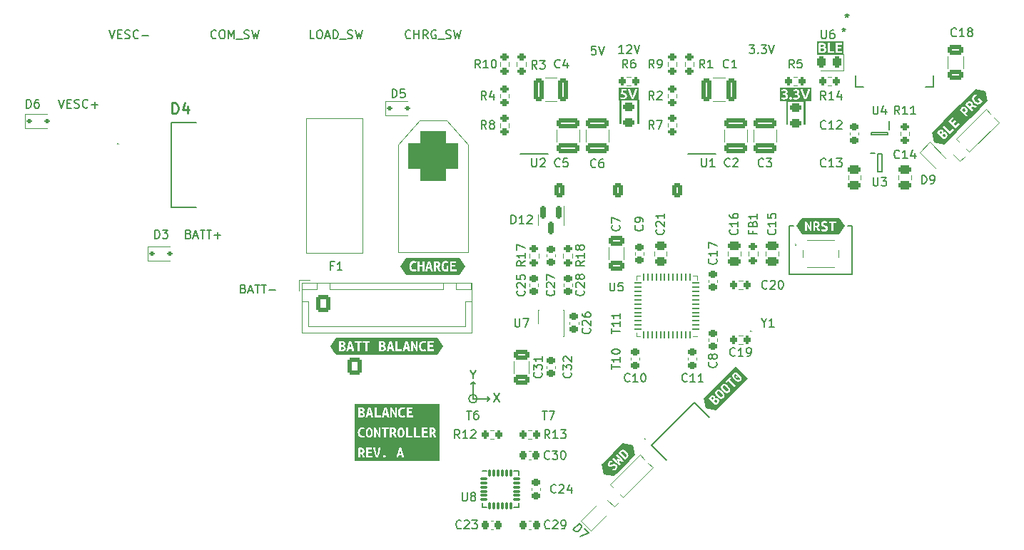
<source format=gto>
G04 #@! TF.GenerationSoftware,KiCad,Pcbnew,7.0.10-7.0.10~ubuntu22.04.1*
G04 #@! TF.CreationDate,2024-02-06T20:51:40-05:00*
G04 #@! TF.ProjectId,PCB,5043422e-6b69-4636-9164-5f7063625858,rev?*
G04 #@! TF.SameCoordinates,Original*
G04 #@! TF.FileFunction,Legend,Top*
G04 #@! TF.FilePolarity,Positive*
%FSLAX46Y46*%
G04 Gerber Fmt 4.6, Leading zero omitted, Abs format (unit mm)*
G04 Created by KiCad (PCBNEW 7.0.10-7.0.10~ubuntu22.04.1) date 2024-02-06 20:51:40*
%MOMM*%
%LPD*%
G01*
G04 APERTURE LIST*
G04 Aperture macros list*
%AMRoundRect*
0 Rectangle with rounded corners*
0 $1 Rounding radius*
0 $2 $3 $4 $5 $6 $7 $8 $9 X,Y pos of 4 corners*
0 Add a 4 corners polygon primitive as box body*
4,1,4,$2,$3,$4,$5,$6,$7,$8,$9,$2,$3,0*
0 Add four circle primitives for the rounded corners*
1,1,$1+$1,$2,$3*
1,1,$1+$1,$4,$5*
1,1,$1+$1,$6,$7*
1,1,$1+$1,$8,$9*
0 Add four rect primitives between the rounded corners*
20,1,$1+$1,$2,$3,$4,$5,0*
20,1,$1+$1,$4,$5,$6,$7,0*
20,1,$1+$1,$6,$7,$8,$9,0*
20,1,$1+$1,$8,$9,$2,$3,0*%
%AMHorizOval*
0 Thick line with rounded ends*
0 $1 width*
0 $2 $3 position (X,Y) of the first rounded end (center of the circle)*
0 $4 $5 position (X,Y) of the second rounded end (center of the circle)*
0 Add line between two ends*
20,1,$1,$2,$3,$4,$5,0*
0 Add two circle primitives to create the rounded ends*
1,1,$1,$2,$3*
1,1,$1,$4,$5*%
%AMRotRect*
0 Rectangle, with rotation*
0 The origin of the aperture is its center*
0 $1 length*
0 $2 width*
0 $3 Rotation angle, in degrees counterclockwise*
0 Add horizontal line*
21,1,$1,$2,0,0,$3*%
G04 Aperture macros list end*
%ADD10C,0.150000*%
%ADD11C,0.050000*%
%ADD12C,0.200000*%
%ADD13C,0.300000*%
%ADD14C,0.254000*%
%ADD15C,0.120000*%
%ADD16C,0.152400*%
%ADD17C,0.100000*%
%ADD18RoundRect,0.200000X-0.275000X0.200000X-0.275000X-0.200000X0.275000X-0.200000X0.275000X0.200000X0*%
%ADD19RoundRect,0.243750X0.243750X0.456250X-0.243750X0.456250X-0.243750X-0.456250X0.243750X-0.456250X0*%
%ADD20RoundRect,0.250000X0.475000X-0.250000X0.475000X0.250000X-0.475000X0.250000X-0.475000X-0.250000X0*%
%ADD21RoundRect,0.225000X-0.225000X-0.250000X0.225000X-0.250000X0.225000X0.250000X-0.225000X0.250000X0*%
%ADD22RoundRect,0.250000X0.450000X-0.262500X0.450000X0.262500X-0.450000X0.262500X-0.450000X-0.262500X0*%
%ADD23RoundRect,0.250000X1.100000X-0.325000X1.100000X0.325000X-1.100000X0.325000X-1.100000X-0.325000X0*%
%ADD24RoundRect,0.243750X-0.456250X0.243750X-0.456250X-0.243750X0.456250X-0.243750X0.456250X0.243750X0*%
%ADD25R,0.812800X0.254000*%
%ADD26R,1.092200X0.304800*%
%ADD27R,0.508000X0.254000*%
%ADD28R,0.711200X0.254000*%
%ADD29R,0.254000X0.711200*%
%ADD30R,0.304800X1.092200*%
%ADD31R,0.254000X0.406400*%
%ADD32C,5.400000*%
%ADD33R,1.950000X1.100000*%
%ADD34C,0.850000*%
%ADD35RotRect,1.000000X1.200000X45.000000*%
%ADD36C,5.600000*%
%ADD37R,0.350000X0.650000*%
%ADD38R,2.400000X1.550000*%
%ADD39RotRect,1.000000X1.000000X135.000000*%
%ADD40HorizOval,1.000000X0.000000X0.000000X0.000000X0.000000X0*%
%ADD41C,2.400000*%
%ADD42RoundRect,0.200000X0.200000X0.275000X-0.200000X0.275000X-0.200000X-0.275000X0.200000X-0.275000X0*%
%ADD43RoundRect,0.225000X-0.250000X0.225000X-0.250000X-0.225000X0.250000X-0.225000X0.250000X0.225000X0*%
%ADD44RoundRect,0.250000X-0.325000X-1.100000X0.325000X-1.100000X0.325000X1.100000X-0.325000X1.100000X0*%
%ADD45RoundRect,0.112500X-0.212132X0.053033X0.053033X-0.212132X0.212132X-0.053033X-0.053033X0.212132X0*%
%ADD46RoundRect,0.200000X0.275000X-0.200000X0.275000X0.200000X-0.275000X0.200000X-0.275000X-0.200000X0*%
%ADD47RoundRect,0.225000X0.250000X-0.225000X0.250000X0.225000X-0.250000X0.225000X-0.250000X-0.225000X0*%
%ADD48R,1.100000X1.950000*%
%ADD49R,0.500000X1.000000*%
%ADD50RoundRect,0.250000X-0.475000X0.250000X-0.475000X-0.250000X0.475000X-0.250000X0.475000X0.250000X0*%
%ADD51RoundRect,0.112500X-0.187500X-0.112500X0.187500X-0.112500X0.187500X0.112500X-0.187500X0.112500X0*%
%ADD52RoundRect,0.075000X-0.350000X-0.075000X0.350000X-0.075000X0.350000X0.075000X-0.350000X0.075000X0*%
%ADD53RoundRect,0.075000X0.075000X-0.350000X0.075000X0.350000X-0.075000X0.350000X-0.075000X-0.350000X0*%
%ADD54RoundRect,0.250000X-0.650000X0.325000X-0.650000X-0.325000X0.650000X-0.325000X0.650000X0.325000X0*%
%ADD55R,3.620000X1.140000*%
%ADD56R,7.860000X10.860000*%
%ADD57RoundRect,1.500000X-1.500000X1.500000X-1.500000X-1.500000X1.500000X-1.500000X1.500000X1.500000X0*%
%ADD58C,6.000000*%
%ADD59R,1.498600X0.711200*%
%ADD60R,0.711200X1.498600*%
%ADD61RoundRect,0.112500X-0.053033X-0.212132X0.212132X0.053033X0.053033X0.212132X-0.212132X-0.053033X0*%
%ADD62R,1.200000X1.400000*%
%ADD63RoundRect,0.250000X-0.600000X-0.725000X0.600000X-0.725000X0.600000X0.725000X-0.600000X0.725000X0*%
%ADD64O,1.700000X1.950000*%
%ADD65RoundRect,0.062500X0.375000X0.062500X-0.375000X0.062500X-0.375000X-0.062500X0.375000X-0.062500X0*%
%ADD66RoundRect,0.062500X0.062500X0.375000X-0.062500X0.375000X-0.062500X-0.375000X0.062500X-0.375000X0*%
%ADD67R,5.600000X5.600000*%
%ADD68R,0.475000X0.300000*%
%ADD69RoundRect,0.200000X-0.200000X-0.275000X0.200000X-0.275000X0.200000X0.275000X-0.200000X0.275000X0*%
%ADD70RoundRect,0.250000X0.650000X-0.325000X0.650000X0.325000X-0.650000X0.325000X-0.650000X-0.325000X0*%
%ADD71R,1.000000X0.700000*%
%ADD72RoundRect,0.150000X-0.150000X0.587500X-0.150000X-0.587500X0.150000X-0.587500X0.150000X0.587500X0*%
%ADD73RoundRect,0.250000X0.350000X0.625000X-0.350000X0.625000X-0.350000X-0.625000X0.350000X-0.625000X0*%
%ADD74O,1.200000X1.750000*%
G04 APERTURE END LIST*
D10*
X96250000Y-64250000D02*
X96500000Y-64500000D01*
X133750000Y-51500000D02*
X141250000Y-51500000D01*
D11*
X113600000Y-30760000D02*
X113790000Y-30760000D01*
X113790000Y-33540000D01*
X113600000Y-33540000D01*
X113600000Y-30760000D01*
G36*
X113600000Y-30760000D02*
G01*
X113790000Y-30760000D01*
X113790000Y-33540000D01*
X113600000Y-33540000D01*
X113600000Y-30760000D01*
G37*
D10*
X141250000Y-45750000D02*
X140750000Y-45750000D01*
X96250000Y-66250000D02*
X98250000Y-66250000D01*
X134250000Y-45750000D02*
X133750000Y-45750000D01*
X96000000Y-64500000D02*
X96250000Y-64250000D01*
X98250000Y-66250000D02*
X98000000Y-66000000D01*
X96250000Y-66250000D02*
X96250000Y-64250000D01*
X98250000Y-66250000D02*
X98000000Y-66500000D01*
X133750000Y-45750000D02*
X133750000Y-51500000D01*
X141250000Y-51500000D02*
X141250000Y-45750000D01*
D11*
X115720000Y-30760000D02*
X115910000Y-30760000D01*
X115910000Y-33540000D01*
X115720000Y-33540000D01*
X115720000Y-30760000D01*
G36*
X115720000Y-30760000D02*
G01*
X115910000Y-30760000D01*
X115910000Y-33540000D01*
X115720000Y-33540000D01*
X115720000Y-30760000D01*
G37*
D10*
X96750000Y-66250000D02*
G75*
G03*
X95750000Y-66250000I-500000J0D01*
G01*
X95750000Y-66250000D02*
G75*
G03*
X96750000Y-66250000I500000J0D01*
G01*
X110809523Y-24369819D02*
X110333333Y-24369819D01*
X110333333Y-24369819D02*
X110285714Y-24846009D01*
X110285714Y-24846009D02*
X110333333Y-24798390D01*
X110333333Y-24798390D02*
X110428571Y-24750771D01*
X110428571Y-24750771D02*
X110666666Y-24750771D01*
X110666666Y-24750771D02*
X110761904Y-24798390D01*
X110761904Y-24798390D02*
X110809523Y-24846009D01*
X110809523Y-24846009D02*
X110857142Y-24941247D01*
X110857142Y-24941247D02*
X110857142Y-25179342D01*
X110857142Y-25179342D02*
X110809523Y-25274580D01*
X110809523Y-25274580D02*
X110761904Y-25322200D01*
X110761904Y-25322200D02*
X110666666Y-25369819D01*
X110666666Y-25369819D02*
X110428571Y-25369819D01*
X110428571Y-25369819D02*
X110333333Y-25322200D01*
X110333333Y-25322200D02*
X110285714Y-25274580D01*
X111142857Y-24369819D02*
X111476190Y-25369819D01*
X111476190Y-25369819D02*
X111809523Y-24369819D01*
D12*
G36*
X115939161Y-30821186D02*
G01*
X113572800Y-30821186D01*
X113572800Y-30589381D01*
X113744229Y-30589381D01*
X113755463Y-30594297D01*
X113767623Y-30599046D01*
X113778782Y-30602982D01*
X113790621Y-30606794D01*
X113803140Y-30610483D01*
X113805293Y-30611069D01*
X113818578Y-30614558D01*
X113830137Y-30617435D01*
X113842140Y-30620283D01*
X113854586Y-30623102D01*
X113867476Y-30625893D01*
X113880810Y-30628655D01*
X113894472Y-30631254D01*
X113908350Y-30633738D01*
X113922442Y-30636108D01*
X113936749Y-30638363D01*
X113948349Y-30640085D01*
X113960086Y-30641734D01*
X113971961Y-30643309D01*
X113974945Y-30643706D01*
X113986847Y-30645167D01*
X113998695Y-30646426D01*
X114010487Y-30647484D01*
X114022225Y-30648341D01*
X114036819Y-30649128D01*
X114051328Y-30649600D01*
X114065750Y-30649757D01*
X114079963Y-30649647D01*
X114093951Y-30649318D01*
X114107715Y-30648768D01*
X114121254Y-30647999D01*
X114134570Y-30647010D01*
X114147660Y-30645801D01*
X114160526Y-30644372D01*
X114173168Y-30642723D01*
X114185586Y-30640855D01*
X114197779Y-30638766D01*
X114209747Y-30636458D01*
X114221492Y-30633930D01*
X114233012Y-30631183D01*
X114249871Y-30626649D01*
X114266225Y-30621621D01*
X114276884Y-30617983D01*
X114292451Y-30612214D01*
X114307514Y-30606068D01*
X114322072Y-30599547D01*
X114336125Y-30592649D01*
X114349673Y-30585375D01*
X114362716Y-30577726D01*
X114375254Y-30569700D01*
X114387288Y-30561298D01*
X114398816Y-30552519D01*
X114409840Y-30543365D01*
X114416904Y-30537063D01*
X114427062Y-30527330D01*
X114436694Y-30517262D01*
X114445801Y-30506859D01*
X114454383Y-30496121D01*
X114462439Y-30485049D01*
X114469969Y-30473641D01*
X114476974Y-30461899D01*
X114483454Y-30449822D01*
X114489408Y-30437410D01*
X114494836Y-30424663D01*
X114498208Y-30416008D01*
X114502858Y-30402853D01*
X114507018Y-30389492D01*
X114510689Y-30375925D01*
X114513870Y-30362152D01*
X114516562Y-30348173D01*
X114518764Y-30333988D01*
X114520477Y-30319597D01*
X114521701Y-30304999D01*
X114522435Y-30290196D01*
X114522680Y-30275187D01*
X114522204Y-30253387D01*
X114520775Y-30232171D01*
X114518393Y-30211539D01*
X114515059Y-30191491D01*
X114510773Y-30172026D01*
X114505534Y-30153146D01*
X114499342Y-30134850D01*
X114492198Y-30117137D01*
X114484102Y-30100008D01*
X114475052Y-30083464D01*
X114465051Y-30067503D01*
X114454096Y-30052126D01*
X114442190Y-30037333D01*
X114429330Y-30023123D01*
X114415518Y-30009498D01*
X114400754Y-29996457D01*
X114393016Y-29990169D01*
X114376831Y-29978113D01*
X114359704Y-29966751D01*
X114341633Y-29956083D01*
X114322619Y-29946109D01*
X114302661Y-29936828D01*
X114281760Y-29928242D01*
X114259915Y-29920349D01*
X114248639Y-29916662D01*
X114237128Y-29913150D01*
X114225380Y-29909810D01*
X114213396Y-29906644D01*
X114201177Y-29903652D01*
X114188722Y-29900833D01*
X114176031Y-29898187D01*
X114163104Y-29895715D01*
X114149941Y-29893417D01*
X114136542Y-29891291D01*
X114122908Y-29889340D01*
X114109037Y-29887561D01*
X114094931Y-29885957D01*
X114080589Y-29884525D01*
X114066011Y-29883267D01*
X114051198Y-29882183D01*
X114036148Y-29881272D01*
X114037545Y-29871054D01*
X114038998Y-29858480D01*
X114040256Y-29846489D01*
X114041424Y-29834670D01*
X114041859Y-29830481D01*
X114043109Y-29817762D01*
X114044277Y-29804817D01*
X114045362Y-29791645D01*
X114046365Y-29778247D01*
X114047286Y-29764621D01*
X114047614Y-29760010D01*
X114048586Y-29746230D01*
X114049538Y-29732532D01*
X114050468Y-29718917D01*
X114051379Y-29705385D01*
X114052268Y-29691935D01*
X114052592Y-29687529D01*
X114053495Y-29675082D01*
X114054419Y-29662019D01*
X114055303Y-29649013D01*
X114056078Y-29636833D01*
X114480475Y-29636833D01*
X114480475Y-29449255D01*
X114611780Y-29449255D01*
X114618404Y-29468587D01*
X114625051Y-29487896D01*
X114631721Y-29507181D01*
X114638414Y-29526443D01*
X114645130Y-29545682D01*
X114651869Y-29564897D01*
X114658631Y-29584088D01*
X114665415Y-29603256D01*
X114672223Y-29622401D01*
X114679053Y-29641522D01*
X114685907Y-29660619D01*
X114692783Y-29679693D01*
X114699682Y-29698744D01*
X114706604Y-29717771D01*
X114713549Y-29736775D01*
X114720517Y-29755755D01*
X114727507Y-29774712D01*
X114734521Y-29793645D01*
X114741557Y-29812555D01*
X114748617Y-29831442D01*
X114755699Y-29850304D01*
X114762804Y-29869144D01*
X114769932Y-29887960D01*
X114777083Y-29906752D01*
X114784257Y-29925521D01*
X114791454Y-29944267D01*
X114798673Y-29962989D01*
X114805916Y-29981688D01*
X114813182Y-30000363D01*
X114820470Y-30019014D01*
X114827781Y-30037643D01*
X114835115Y-30056247D01*
X114842472Y-30074803D01*
X114849852Y-30093320D01*
X114857255Y-30111799D01*
X114864681Y-30130239D01*
X114872130Y-30148641D01*
X114879601Y-30167005D01*
X114887096Y-30185330D01*
X114894613Y-30203617D01*
X114902153Y-30221866D01*
X114909716Y-30240076D01*
X114917302Y-30258248D01*
X114924911Y-30276382D01*
X114932543Y-30294477D01*
X114940198Y-30312534D01*
X114947875Y-30330552D01*
X114955576Y-30348533D01*
X114963299Y-30366474D01*
X114971046Y-30384378D01*
X114978815Y-30402243D01*
X114986607Y-30420070D01*
X114994422Y-30437858D01*
X115002260Y-30455608D01*
X115010121Y-30473320D01*
X115018004Y-30490993D01*
X115025911Y-30508628D01*
X115033840Y-30526225D01*
X115041793Y-30543783D01*
X115049768Y-30561303D01*
X115057766Y-30578785D01*
X115065787Y-30596228D01*
X115073831Y-30613633D01*
X115081898Y-30631000D01*
X115297907Y-30631000D01*
X115305973Y-30613633D01*
X115314014Y-30596228D01*
X115322031Y-30578785D01*
X115330023Y-30561303D01*
X115337991Y-30543783D01*
X115345934Y-30526225D01*
X115353852Y-30508628D01*
X115361746Y-30490993D01*
X115369615Y-30473320D01*
X115377459Y-30455608D01*
X115385279Y-30437858D01*
X115393074Y-30420070D01*
X115400845Y-30402243D01*
X115408591Y-30384378D01*
X115416312Y-30366474D01*
X115424009Y-30348533D01*
X115431681Y-30330552D01*
X115439329Y-30312534D01*
X115446952Y-30294477D01*
X115454550Y-30276382D01*
X115462124Y-30258248D01*
X115469673Y-30240076D01*
X115477198Y-30221866D01*
X115484697Y-30203617D01*
X115492173Y-30185330D01*
X115499623Y-30167005D01*
X115507049Y-30148641D01*
X115514451Y-30130239D01*
X115521828Y-30111799D01*
X115529180Y-30093320D01*
X115536507Y-30074803D01*
X115543810Y-30056247D01*
X115551092Y-30037643D01*
X115558355Y-30019014D01*
X115565600Y-30000363D01*
X115572826Y-29981688D01*
X115580035Y-29962989D01*
X115587224Y-29944267D01*
X115594396Y-29925521D01*
X115601549Y-29906752D01*
X115608684Y-29887960D01*
X115615801Y-29869144D01*
X115622899Y-29850304D01*
X115629979Y-29831442D01*
X115637041Y-29812555D01*
X115644084Y-29793645D01*
X115651109Y-29774712D01*
X115658116Y-29755755D01*
X115665104Y-29736775D01*
X115672074Y-29717771D01*
X115679026Y-29698744D01*
X115685960Y-29679693D01*
X115692875Y-29660619D01*
X115699772Y-29641522D01*
X115706650Y-29622401D01*
X115713510Y-29603256D01*
X115720352Y-29584088D01*
X115727176Y-29564897D01*
X115733981Y-29545682D01*
X115740768Y-29526443D01*
X115747536Y-29507181D01*
X115754287Y-29487896D01*
X115761019Y-29468587D01*
X115767732Y-29449255D01*
X115519777Y-29449255D01*
X115514643Y-29464746D01*
X115509500Y-29480226D01*
X115504348Y-29495695D01*
X115499187Y-29511152D01*
X115494017Y-29526598D01*
X115488837Y-29542032D01*
X115483649Y-29557455D01*
X115478451Y-29572866D01*
X115473244Y-29588266D01*
X115468028Y-29603655D01*
X115462803Y-29619032D01*
X115457568Y-29634397D01*
X115452325Y-29649751D01*
X115447072Y-29665094D01*
X115441810Y-29680425D01*
X115436539Y-29695745D01*
X115431260Y-29711011D01*
X115425974Y-29726254D01*
X115420681Y-29741474D01*
X115415381Y-29756671D01*
X115410075Y-29771846D01*
X115404761Y-29786997D01*
X115399441Y-29802126D01*
X115394114Y-29817231D01*
X115388780Y-29832314D01*
X115383439Y-29847374D01*
X115378091Y-29862411D01*
X115372737Y-29877425D01*
X115367375Y-29892416D01*
X115362007Y-29907384D01*
X115356631Y-29922330D01*
X115351249Y-29937252D01*
X115345903Y-29952091D01*
X115340561Y-29966859D01*
X115335223Y-29981556D01*
X115329890Y-29996182D01*
X115324562Y-30010737D01*
X115319238Y-30025221D01*
X115313919Y-30039634D01*
X115308604Y-30053976D01*
X115303294Y-30068247D01*
X115297989Y-30082447D01*
X115292688Y-30096576D01*
X115287392Y-30110634D01*
X115282100Y-30124621D01*
X115276813Y-30138537D01*
X115271531Y-30152382D01*
X115266253Y-30166157D01*
X115261023Y-30179712D01*
X115255885Y-30192974D01*
X115250838Y-30205944D01*
X115245883Y-30218620D01*
X115241019Y-30231003D01*
X115236248Y-30243093D01*
X115231567Y-30254890D01*
X115226979Y-30266394D01*
X115222481Y-30277605D01*
X115218076Y-30288522D01*
X115211639Y-30304349D01*
X115205409Y-30319517D01*
X115199384Y-30334025D01*
X115193566Y-30347873D01*
X115187591Y-30334017D01*
X115181425Y-30319486D01*
X115175068Y-30304280D01*
X115168521Y-30288399D01*
X115164050Y-30277436D01*
X115159494Y-30266174D01*
X115154854Y-30254612D01*
X115150129Y-30242750D01*
X115145319Y-30230587D01*
X115140425Y-30218125D01*
X115135446Y-30205363D01*
X115130382Y-30192301D01*
X115125233Y-30178939D01*
X115120000Y-30165277D01*
X115114724Y-30151400D01*
X115109449Y-30137466D01*
X115104173Y-30123474D01*
X115098898Y-30109425D01*
X115093622Y-30095319D01*
X115088346Y-30081155D01*
X115083071Y-30066935D01*
X115077795Y-30052657D01*
X115072519Y-30038322D01*
X115067244Y-30023929D01*
X115061968Y-30009480D01*
X115056692Y-29994973D01*
X115051417Y-29980409D01*
X115046141Y-29965787D01*
X115040865Y-29951109D01*
X115035590Y-29936373D01*
X115030314Y-29921557D01*
X115025039Y-29906711D01*
X115019763Y-29891836D01*
X115014487Y-29876930D01*
X115009212Y-29861995D01*
X115003936Y-29847030D01*
X114998660Y-29832036D01*
X114993385Y-29817011D01*
X114988109Y-29801957D01*
X114982833Y-29786873D01*
X114977558Y-29771760D01*
X114972282Y-29756616D01*
X114967006Y-29741443D01*
X114961731Y-29726240D01*
X114956455Y-29711007D01*
X114951179Y-29695745D01*
X114945903Y-29680425D01*
X114940624Y-29665094D01*
X114935342Y-29649751D01*
X114930059Y-29634397D01*
X114924773Y-29619032D01*
X114919484Y-29603655D01*
X114914194Y-29588266D01*
X114908901Y-29572866D01*
X114903606Y-29557455D01*
X114898309Y-29542032D01*
X114893009Y-29526598D01*
X114887707Y-29511152D01*
X114882403Y-29495695D01*
X114877096Y-29480226D01*
X114871787Y-29464746D01*
X114866476Y-29449255D01*
X114611780Y-29449255D01*
X114480475Y-29449255D01*
X113864397Y-29449255D01*
X113863505Y-29468636D01*
X113862588Y-29487943D01*
X113861645Y-29507177D01*
X113860678Y-29526338D01*
X113859685Y-29545426D01*
X113858667Y-29564440D01*
X113857624Y-29583381D01*
X113856556Y-29602249D01*
X113855463Y-29621043D01*
X113854344Y-29639764D01*
X113853201Y-29658412D01*
X113852032Y-29676987D01*
X113850838Y-29695488D01*
X113849618Y-29713916D01*
X113848374Y-29732271D01*
X113847104Y-29750553D01*
X113845820Y-29768864D01*
X113844457Y-29787382D01*
X113843017Y-29806105D01*
X113841499Y-29825035D01*
X113839903Y-29844170D01*
X113838229Y-29863512D01*
X113836477Y-29883060D01*
X113834648Y-29902814D01*
X113832740Y-29922774D01*
X113830755Y-29942940D01*
X113828692Y-29963312D01*
X113826551Y-29983890D01*
X113824332Y-30004675D01*
X113822036Y-30025665D01*
X113819661Y-30046861D01*
X113817209Y-30068264D01*
X113835700Y-30068322D01*
X113853731Y-30068498D01*
X113871301Y-30068789D01*
X113888412Y-30069198D01*
X113905062Y-30069724D01*
X113921252Y-30070366D01*
X113936981Y-30071125D01*
X113952251Y-30072001D01*
X113967060Y-30072994D01*
X113981409Y-30074103D01*
X113995297Y-30075329D01*
X114008726Y-30076672D01*
X114021694Y-30078132D01*
X114034202Y-30079708D01*
X114046249Y-30081402D01*
X114057837Y-30083212D01*
X114063478Y-30084160D01*
X114079956Y-30087168D01*
X114095764Y-30090424D01*
X114110902Y-30093928D01*
X114125371Y-30097678D01*
X114139170Y-30101676D01*
X114152299Y-30105922D01*
X114164758Y-30110414D01*
X114176547Y-30115154D01*
X114187667Y-30120141D01*
X114201452Y-30127175D01*
X114211115Y-30132672D01*
X114223118Y-30140345D01*
X114234114Y-30148412D01*
X114244102Y-30156872D01*
X114253082Y-30165727D01*
X114261055Y-30174975D01*
X114268021Y-30184618D01*
X114275311Y-30197224D01*
X114279030Y-30205021D01*
X114284415Y-30218473D01*
X114287991Y-30229647D01*
X114290918Y-30241188D01*
X114293194Y-30253095D01*
X114294820Y-30265368D01*
X114295795Y-30278008D01*
X114296120Y-30291013D01*
X114296070Y-30295393D01*
X114295314Y-30308324D01*
X114293652Y-30320947D01*
X114291083Y-30333260D01*
X114287607Y-30345264D01*
X114283224Y-30356959D01*
X114281588Y-30360743D01*
X114275952Y-30371778D01*
X114269223Y-30382340D01*
X114261403Y-30392428D01*
X114252490Y-30402041D01*
X114242484Y-30411181D01*
X114238934Y-30414074D01*
X114229447Y-30420976D01*
X114219087Y-30427406D01*
X114207855Y-30433364D01*
X114195749Y-30438849D01*
X114182770Y-30443863D01*
X114168918Y-30448404D01*
X114166061Y-30449251D01*
X114154257Y-30452372D01*
X114141858Y-30455063D01*
X114128863Y-30457323D01*
X114115273Y-30459152D01*
X114101088Y-30460551D01*
X114086308Y-30461520D01*
X114070932Y-30462058D01*
X114059009Y-30462179D01*
X114047289Y-30462103D01*
X114030134Y-30461707D01*
X114013488Y-30460970D01*
X113997353Y-30459893D01*
X113981728Y-30458476D01*
X113966613Y-30456719D01*
X113952008Y-30454623D01*
X113937913Y-30452186D01*
X113924328Y-30449409D01*
X113911253Y-30446292D01*
X113898688Y-30442835D01*
X113890561Y-30440408D01*
X113878666Y-30436733D01*
X113867126Y-30433016D01*
X113852293Y-30427997D01*
X113838092Y-30422905D01*
X113824522Y-30417739D01*
X113811585Y-30412500D01*
X113799280Y-30407188D01*
X113787607Y-30401802D01*
X113744229Y-30589381D01*
X113572800Y-30589381D01*
X113572800Y-29277826D01*
X115939161Y-29277826D01*
X115939161Y-30821186D01*
G37*
D10*
X98741541Y-65619819D02*
X99408207Y-66619819D01*
X99408207Y-65619819D02*
X98741541Y-66619819D01*
X96277255Y-63393628D02*
X96277255Y-63869819D01*
X95943922Y-62869819D02*
X96277255Y-63393628D01*
X96277255Y-63393628D02*
X96610588Y-62869819D01*
D13*
G36*
X136439649Y-30863686D02*
G01*
X132657070Y-30863686D01*
X132657070Y-30631587D01*
X132828499Y-30631587D01*
X132830139Y-30632391D01*
X132842165Y-30637871D01*
X132853231Y-30642367D01*
X132864998Y-30646677D01*
X132877466Y-30650802D01*
X132890635Y-30654742D01*
X132895170Y-30655982D01*
X132906757Y-30659031D01*
X132918703Y-30662009D01*
X132931006Y-30664916D01*
X132943667Y-30667751D01*
X132956686Y-30670514D01*
X132970062Y-30673206D01*
X132983747Y-30675784D01*
X132997689Y-30678204D01*
X133011888Y-30680466D01*
X133026345Y-30682572D01*
X133038096Y-30684142D01*
X133050012Y-30685612D01*
X133062093Y-30686982D01*
X133068164Y-30687621D01*
X133080245Y-30688775D01*
X133092244Y-30689764D01*
X133104160Y-30690588D01*
X133115993Y-30691248D01*
X133127744Y-30691742D01*
X133142317Y-30692129D01*
X133156762Y-30692257D01*
X133164203Y-30692230D01*
X133178895Y-30692015D01*
X133193329Y-30691585D01*
X133207508Y-30690939D01*
X133221430Y-30690078D01*
X133235095Y-30689002D01*
X133248504Y-30687710D01*
X133261656Y-30686204D01*
X133274552Y-30684482D01*
X133287192Y-30682545D01*
X133299575Y-30680392D01*
X133311702Y-30678025D01*
X133323572Y-30675442D01*
X133335186Y-30672644D01*
X133346543Y-30669630D01*
X133363098Y-30664707D01*
X133373863Y-30661145D01*
X133389578Y-30655498D01*
X133404772Y-30649484D01*
X133419446Y-30643105D01*
X133433599Y-30636360D01*
X133447232Y-30629250D01*
X133460345Y-30621773D01*
X133472937Y-30613931D01*
X133485009Y-30605723D01*
X133496561Y-30597149D01*
X133507592Y-30588210D01*
X133514656Y-30582056D01*
X133524814Y-30572555D01*
X133534447Y-30562729D01*
X133543554Y-30552579D01*
X133543657Y-30552453D01*
X133792770Y-30552453D01*
X133793420Y-30567556D01*
X133795371Y-30581945D01*
X133798623Y-30595620D01*
X133803175Y-30608580D01*
X133809027Y-30620825D01*
X133816181Y-30632357D01*
X133824635Y-30643174D01*
X133834389Y-30653276D01*
X133845101Y-30662412D01*
X133856426Y-30670330D01*
X133868365Y-30677030D01*
X133880917Y-30682512D01*
X133894083Y-30686776D01*
X133907863Y-30689821D01*
X133922257Y-30691648D01*
X133937264Y-30692257D01*
X133951804Y-30691648D01*
X133965822Y-30689821D01*
X133979318Y-30686776D01*
X133992292Y-30682512D01*
X134004744Y-30677030D01*
X134016674Y-30670330D01*
X134028081Y-30662412D01*
X134038967Y-30653276D01*
X134048996Y-30643174D01*
X134057688Y-30632357D01*
X134058179Y-30631587D01*
X134229476Y-30631587D01*
X134231116Y-30632391D01*
X134243142Y-30637871D01*
X134254208Y-30642367D01*
X134265975Y-30646677D01*
X134278443Y-30650802D01*
X134291612Y-30654742D01*
X134296147Y-30655982D01*
X134307734Y-30659031D01*
X134319680Y-30662009D01*
X134331983Y-30664916D01*
X134344644Y-30667751D01*
X134357663Y-30670514D01*
X134371039Y-30673206D01*
X134384724Y-30675784D01*
X134398666Y-30678204D01*
X134412865Y-30680466D01*
X134427322Y-30682572D01*
X134439073Y-30684142D01*
X134450989Y-30685612D01*
X134463070Y-30686982D01*
X134469141Y-30687621D01*
X134481222Y-30688775D01*
X134493221Y-30689764D01*
X134505137Y-30690588D01*
X134516970Y-30691248D01*
X134528721Y-30691742D01*
X134543294Y-30692129D01*
X134557739Y-30692257D01*
X134565180Y-30692230D01*
X134579872Y-30692015D01*
X134594306Y-30691585D01*
X134608485Y-30690939D01*
X134622407Y-30690078D01*
X134636072Y-30689002D01*
X134649481Y-30687710D01*
X134662633Y-30686204D01*
X134675529Y-30684482D01*
X134688169Y-30682545D01*
X134700552Y-30680392D01*
X134712679Y-30678025D01*
X134724549Y-30675442D01*
X134736163Y-30672644D01*
X134747520Y-30669630D01*
X134764075Y-30664707D01*
X134774840Y-30661145D01*
X134790555Y-30655498D01*
X134805749Y-30649484D01*
X134820423Y-30643105D01*
X134834576Y-30636360D01*
X134848209Y-30629250D01*
X134861322Y-30621773D01*
X134873914Y-30613931D01*
X134885986Y-30605723D01*
X134897538Y-30597149D01*
X134908569Y-30588210D01*
X134915633Y-30582056D01*
X134925791Y-30572555D01*
X134935424Y-30562729D01*
X134944531Y-30552579D01*
X134953112Y-30542104D01*
X134961168Y-30531305D01*
X134968699Y-30520181D01*
X134975704Y-30508732D01*
X134982183Y-30496959D01*
X134988137Y-30484861D01*
X134993566Y-30472439D01*
X134996937Y-30463971D01*
X135001587Y-30451115D01*
X135005747Y-30438074D01*
X135009418Y-30424847D01*
X135012599Y-30411435D01*
X135015291Y-30397837D01*
X135017494Y-30384053D01*
X135019207Y-30370085D01*
X135020430Y-30355930D01*
X135021165Y-30341591D01*
X135021409Y-30327065D01*
X135021168Y-30312540D01*
X135020443Y-30298347D01*
X135019235Y-30284486D01*
X135017544Y-30270957D01*
X135015370Y-30257760D01*
X135012713Y-30244895D01*
X135009572Y-30232361D01*
X135005949Y-30220160D01*
X135001842Y-30208291D01*
X134997252Y-30196754D01*
X134992179Y-30185549D01*
X134986623Y-30174676D01*
X134980584Y-30164135D01*
X134974061Y-30153926D01*
X134967056Y-30144049D01*
X134959567Y-30134504D01*
X134951798Y-30125286D01*
X134939998Y-30112196D01*
X134928023Y-30099993D01*
X134915873Y-30088676D01*
X134903548Y-30078245D01*
X134891047Y-30068700D01*
X134878371Y-30060041D01*
X134865521Y-30052268D01*
X134852495Y-30045382D01*
X134839294Y-30039381D01*
X134825917Y-30034267D01*
X134835648Y-30029345D01*
X134848461Y-30021661D01*
X134861092Y-30012694D01*
X134870444Y-30005127D01*
X134879694Y-29996840D01*
X134888840Y-29987830D01*
X134897884Y-29978100D01*
X134906824Y-29967648D01*
X134915662Y-29956475D01*
X134924396Y-29944581D01*
X134930004Y-29936344D01*
X134937737Y-29923734D01*
X134944656Y-29910821D01*
X134950761Y-29897603D01*
X134956052Y-29884082D01*
X134960529Y-29870256D01*
X134964192Y-29856127D01*
X134967041Y-29841694D01*
X134969076Y-29826956D01*
X134970297Y-29811915D01*
X134970704Y-29796570D01*
X134970612Y-29787856D01*
X134970125Y-29774944D01*
X134969221Y-29762223D01*
X134967899Y-29749693D01*
X134966160Y-29737353D01*
X134964004Y-29725204D01*
X134961431Y-29713245D01*
X134958440Y-29701477D01*
X134955032Y-29689900D01*
X134951207Y-29678513D01*
X134946964Y-29667317D01*
X134945475Y-29663632D01*
X134940722Y-29652758D01*
X134935542Y-29642158D01*
X134929934Y-29631831D01*
X134921791Y-29618486D01*
X134915186Y-29608796D01*
X134908152Y-29599379D01*
X134900691Y-29590235D01*
X134892803Y-29581364D01*
X134884487Y-29572766D01*
X134875743Y-29564442D01*
X134869674Y-29559061D01*
X134860205Y-29551281D01*
X134850299Y-29543852D01*
X134839954Y-29536773D01*
X134829172Y-29530045D01*
X134817952Y-29523666D01*
X134806294Y-29517639D01*
X134794198Y-29511961D01*
X134781664Y-29506634D01*
X134768692Y-29501657D01*
X134755282Y-29497031D01*
X134746092Y-29494120D01*
X134737738Y-29491755D01*
X135112268Y-29491755D01*
X135118892Y-29511087D01*
X135125539Y-29530396D01*
X135132209Y-29549681D01*
X135138902Y-29568943D01*
X135145618Y-29588182D01*
X135152357Y-29607397D01*
X135159119Y-29626588D01*
X135165903Y-29645756D01*
X135172711Y-29664901D01*
X135179541Y-29684022D01*
X135186395Y-29703119D01*
X135193271Y-29722193D01*
X135200170Y-29741244D01*
X135207092Y-29760271D01*
X135214037Y-29779275D01*
X135221005Y-29798255D01*
X135227995Y-29817212D01*
X135235009Y-29836145D01*
X135242045Y-29855055D01*
X135249105Y-29873942D01*
X135256187Y-29892804D01*
X135263292Y-29911644D01*
X135270420Y-29930460D01*
X135277571Y-29949252D01*
X135284745Y-29968021D01*
X135291942Y-29986767D01*
X135299161Y-30005489D01*
X135306404Y-30024188D01*
X135313669Y-30042863D01*
X135320958Y-30061514D01*
X135328269Y-30080143D01*
X135335603Y-30098747D01*
X135342960Y-30117303D01*
X135350340Y-30135820D01*
X135357743Y-30154299D01*
X135365169Y-30172739D01*
X135372617Y-30191141D01*
X135380089Y-30209505D01*
X135387583Y-30227830D01*
X135395101Y-30246117D01*
X135402641Y-30264366D01*
X135410204Y-30282576D01*
X135417790Y-30300748D01*
X135425399Y-30318882D01*
X135433031Y-30336977D01*
X135440686Y-30355034D01*
X135448363Y-30373052D01*
X135456064Y-30391033D01*
X135463787Y-30408974D01*
X135471534Y-30426878D01*
X135479303Y-30444743D01*
X135487095Y-30462570D01*
X135494910Y-30480358D01*
X135502748Y-30498108D01*
X135510609Y-30515820D01*
X135518492Y-30533493D01*
X135526399Y-30551128D01*
X135534328Y-30568725D01*
X135542281Y-30586283D01*
X135550256Y-30603803D01*
X135558254Y-30621285D01*
X135566275Y-30638728D01*
X135574319Y-30656133D01*
X135582386Y-30673500D01*
X135798395Y-30673500D01*
X135806461Y-30656133D01*
X135814502Y-30638728D01*
X135822519Y-30621285D01*
X135830511Y-30603803D01*
X135838479Y-30586283D01*
X135846422Y-30568725D01*
X135854340Y-30551128D01*
X135862234Y-30533493D01*
X135870103Y-30515820D01*
X135877947Y-30498108D01*
X135885767Y-30480358D01*
X135893562Y-30462570D01*
X135901333Y-30444743D01*
X135909079Y-30426878D01*
X135916800Y-30408974D01*
X135924497Y-30391033D01*
X135932169Y-30373052D01*
X135939817Y-30355034D01*
X135947440Y-30336977D01*
X135955038Y-30318882D01*
X135962612Y-30300748D01*
X135970161Y-30282576D01*
X135977686Y-30264366D01*
X135985185Y-30246117D01*
X135992661Y-30227830D01*
X136000111Y-30209505D01*
X136007537Y-30191141D01*
X136014939Y-30172739D01*
X136022316Y-30154299D01*
X136029668Y-30135820D01*
X136036995Y-30117303D01*
X136044298Y-30098747D01*
X136051580Y-30080143D01*
X136058843Y-30061514D01*
X136066088Y-30042863D01*
X136073314Y-30024188D01*
X136080523Y-30005489D01*
X136087712Y-29986767D01*
X136094884Y-29968021D01*
X136102037Y-29949252D01*
X136109172Y-29930460D01*
X136116289Y-29911644D01*
X136123387Y-29892804D01*
X136130467Y-29873942D01*
X136137529Y-29855055D01*
X136144572Y-29836145D01*
X136151597Y-29817212D01*
X136158604Y-29798255D01*
X136165592Y-29779275D01*
X136172562Y-29760271D01*
X136179514Y-29741244D01*
X136186448Y-29722193D01*
X136193363Y-29703119D01*
X136200260Y-29684022D01*
X136207138Y-29664901D01*
X136213998Y-29645756D01*
X136220840Y-29626588D01*
X136227664Y-29607397D01*
X136234469Y-29588182D01*
X136241256Y-29568943D01*
X136248024Y-29549681D01*
X136254775Y-29530396D01*
X136261507Y-29511087D01*
X136268220Y-29491755D01*
X136020265Y-29491755D01*
X136015131Y-29507246D01*
X136009988Y-29522726D01*
X136004836Y-29538195D01*
X135999675Y-29553652D01*
X135994505Y-29569098D01*
X135989325Y-29584532D01*
X135984137Y-29599955D01*
X135978939Y-29615366D01*
X135973732Y-29630766D01*
X135968516Y-29646155D01*
X135963291Y-29661532D01*
X135958056Y-29676897D01*
X135952813Y-29692251D01*
X135947560Y-29707594D01*
X135942298Y-29722925D01*
X135937027Y-29738245D01*
X135931748Y-29753511D01*
X135926462Y-29768754D01*
X135921169Y-29783974D01*
X135915869Y-29799171D01*
X135910563Y-29814346D01*
X135905249Y-29829497D01*
X135899929Y-29844626D01*
X135894602Y-29859731D01*
X135889268Y-29874814D01*
X135883927Y-29889874D01*
X135878579Y-29904911D01*
X135873225Y-29919925D01*
X135867863Y-29934916D01*
X135862495Y-29949884D01*
X135857119Y-29964830D01*
X135851737Y-29979752D01*
X135846391Y-29994591D01*
X135841049Y-30009359D01*
X135835711Y-30024056D01*
X135830378Y-30038682D01*
X135825050Y-30053237D01*
X135819726Y-30067721D01*
X135814407Y-30082134D01*
X135809092Y-30096476D01*
X135803782Y-30110747D01*
X135798477Y-30124947D01*
X135793176Y-30139076D01*
X135787880Y-30153134D01*
X135782588Y-30167121D01*
X135777301Y-30181037D01*
X135772019Y-30194882D01*
X135766741Y-30208657D01*
X135761511Y-30222212D01*
X135756373Y-30235474D01*
X135751326Y-30248444D01*
X135746371Y-30261120D01*
X135741507Y-30273503D01*
X135736735Y-30285593D01*
X135732055Y-30297390D01*
X135727466Y-30308894D01*
X135722969Y-30320105D01*
X135718564Y-30331022D01*
X135712127Y-30346849D01*
X135705897Y-30362017D01*
X135699872Y-30376525D01*
X135694054Y-30390373D01*
X135688079Y-30376517D01*
X135681913Y-30361986D01*
X135675556Y-30346780D01*
X135669008Y-30330899D01*
X135664538Y-30319936D01*
X135659982Y-30308674D01*
X135655342Y-30297112D01*
X135650617Y-30285250D01*
X135645807Y-30273087D01*
X135640913Y-30260625D01*
X135635934Y-30247863D01*
X135630870Y-30234801D01*
X135625721Y-30221439D01*
X135620488Y-30207777D01*
X135615212Y-30193900D01*
X135609937Y-30179966D01*
X135604661Y-30165974D01*
X135599386Y-30151925D01*
X135594110Y-30137819D01*
X135588834Y-30123655D01*
X135583559Y-30109435D01*
X135578283Y-30095157D01*
X135573007Y-30080822D01*
X135567732Y-30066429D01*
X135562456Y-30051980D01*
X135557180Y-30037473D01*
X135551905Y-30022909D01*
X135546629Y-30008287D01*
X135541353Y-29993609D01*
X135536078Y-29978873D01*
X135530802Y-29964057D01*
X135525526Y-29949211D01*
X135520251Y-29934336D01*
X135514975Y-29919430D01*
X135509700Y-29904495D01*
X135504424Y-29889530D01*
X135499148Y-29874536D01*
X135493873Y-29859511D01*
X135488597Y-29844457D01*
X135483321Y-29829373D01*
X135478046Y-29814260D01*
X135472770Y-29799116D01*
X135467494Y-29783943D01*
X135462219Y-29768740D01*
X135456943Y-29753507D01*
X135451667Y-29738245D01*
X135446391Y-29722925D01*
X135441112Y-29707594D01*
X135435830Y-29692251D01*
X135430547Y-29676897D01*
X135425261Y-29661532D01*
X135419972Y-29646155D01*
X135414682Y-29630766D01*
X135409389Y-29615366D01*
X135404094Y-29599955D01*
X135398797Y-29584532D01*
X135393497Y-29569098D01*
X135388195Y-29553652D01*
X135382891Y-29538195D01*
X135377584Y-29522726D01*
X135372275Y-29507246D01*
X135366964Y-29491755D01*
X135112268Y-29491755D01*
X134737738Y-29491755D01*
X134731917Y-29490107D01*
X134717272Y-29486516D01*
X134702159Y-29483347D01*
X134686576Y-29480601D01*
X134670525Y-29478278D01*
X134654005Y-29476377D01*
X134637017Y-29474898D01*
X134619559Y-29473842D01*
X134607660Y-29473373D01*
X134595553Y-29473091D01*
X134583238Y-29472997D01*
X134569984Y-29473139D01*
X134556896Y-29473565D01*
X134543972Y-29474275D01*
X134531214Y-29475269D01*
X134518620Y-29476546D01*
X134506191Y-29478108D01*
X134493927Y-29479953D01*
X134481828Y-29482083D01*
X134469907Y-29484441D01*
X134458179Y-29486974D01*
X134446643Y-29489680D01*
X134432494Y-29493308D01*
X134418645Y-29497208D01*
X134405097Y-29501380D01*
X134391849Y-29505823D01*
X134386640Y-29507662D01*
X134373877Y-29512319D01*
X134361486Y-29517062D01*
X134349468Y-29521890D01*
X134337822Y-29526805D01*
X134326547Y-29531805D01*
X134315645Y-29536891D01*
X134311407Y-29538953D01*
X134298829Y-29545262D01*
X134286457Y-29551757D01*
X134274292Y-29558438D01*
X134262332Y-29565304D01*
X134250579Y-29572355D01*
X134332644Y-29759934D01*
X134339470Y-29754572D01*
X134349752Y-29746757D01*
X134360085Y-29739216D01*
X134370470Y-29731947D01*
X134380906Y-29724951D01*
X134391394Y-29718229D01*
X134401933Y-29711780D01*
X134412524Y-29705603D01*
X134423166Y-29699700D01*
X134433860Y-29694070D01*
X134444605Y-29688712D01*
X134451886Y-29685305D01*
X134463042Y-29680607D01*
X134474482Y-29676403D01*
X134486206Y-29672693D01*
X134498212Y-29669478D01*
X134510503Y-29666758D01*
X134523076Y-29664532D01*
X134535933Y-29662801D01*
X134549073Y-29661565D01*
X134562497Y-29660823D01*
X134576203Y-29660576D01*
X134580475Y-29660606D01*
X134593111Y-29661070D01*
X134605479Y-29662090D01*
X134617580Y-29663667D01*
X134629412Y-29665800D01*
X134640977Y-29668489D01*
X134648547Y-29670614D01*
X134661199Y-29675038D01*
X134673094Y-29680359D01*
X134684232Y-29686578D01*
X134694612Y-29693695D01*
X134700190Y-29698165D01*
X134709290Y-29706692D01*
X134717549Y-29716116D01*
X134724966Y-29726439D01*
X134731542Y-29737659D01*
X134732425Y-29739336D01*
X134737825Y-29751690D01*
X134741359Y-29763128D01*
X134743884Y-29775348D01*
X134745398Y-29788352D01*
X134745903Y-29802139D01*
X134745438Y-29816632D01*
X134744043Y-29830251D01*
X134741717Y-29842998D01*
X134738462Y-29854872D01*
X134733327Y-29867969D01*
X134726852Y-29879808D01*
X134724462Y-29883465D01*
X134716741Y-29893913D01*
X134708195Y-29903578D01*
X134698826Y-29912460D01*
X134688631Y-29920559D01*
X134677613Y-29927875D01*
X134669869Y-29932248D01*
X134657789Y-29938173D01*
X134645153Y-29943336D01*
X134631961Y-29947735D01*
X134620542Y-29950819D01*
X134608737Y-29953374D01*
X134603939Y-29954261D01*
X134591967Y-29956229D01*
X134580023Y-29957839D01*
X134568107Y-29959091D01*
X134556221Y-29959986D01*
X134544362Y-29960522D01*
X134532533Y-29960701D01*
X134438744Y-29960701D01*
X134438744Y-30148280D01*
X134517292Y-30148280D01*
X134531338Y-30148422D01*
X134545191Y-30148848D01*
X134558851Y-30149557D01*
X134572320Y-30150551D01*
X134585596Y-30151829D01*
X134598680Y-30153390D01*
X134611571Y-30155236D01*
X134624270Y-30157366D01*
X134636676Y-30159761D01*
X134648689Y-30162550D01*
X134660307Y-30165732D01*
X134674276Y-30170265D01*
X134687630Y-30175412D01*
X134700368Y-30181175D01*
X134712491Y-30187554D01*
X134717153Y-30190243D01*
X134728247Y-30197417D01*
X134738539Y-30205236D01*
X134748031Y-30213698D01*
X134756720Y-30222804D01*
X134764609Y-30232554D01*
X134771695Y-30242948D01*
X134776779Y-30251727D01*
X134782180Y-30263487D01*
X134786522Y-30276119D01*
X134789805Y-30289624D01*
X134792029Y-30304003D01*
X134793045Y-30316134D01*
X134793384Y-30328824D01*
X134793164Y-30338701D01*
X134792010Y-30353048D01*
X134789867Y-30366834D01*
X134786735Y-30380059D01*
X134782613Y-30392721D01*
X134777502Y-30404823D01*
X134771402Y-30416362D01*
X134764313Y-30427340D01*
X134756235Y-30437757D01*
X134747167Y-30447612D01*
X134737111Y-30456905D01*
X134729823Y-30462690D01*
X134717806Y-30470668D01*
X134704486Y-30477806D01*
X134689862Y-30484104D01*
X134673934Y-30489563D01*
X134662592Y-30492735D01*
X134650670Y-30495535D01*
X134638169Y-30497961D01*
X134625089Y-30500013D01*
X134611429Y-30501693D01*
X134597190Y-30502999D01*
X134582372Y-30503932D01*
X134566974Y-30504492D01*
X134550998Y-30504679D01*
X134544892Y-30504660D01*
X134532863Y-30504506D01*
X134521080Y-30504199D01*
X134503865Y-30503452D01*
X134487201Y-30502358D01*
X134471088Y-30500920D01*
X134455526Y-30499137D01*
X134440516Y-30497008D01*
X134426057Y-30494534D01*
X134412149Y-30491715D01*
X134398792Y-30488551D01*
X134385987Y-30485042D01*
X134373700Y-30481300D01*
X134361790Y-30477547D01*
X134350255Y-30473785D01*
X134339097Y-30470012D01*
X134324804Y-30464965D01*
X134311180Y-30459900D01*
X134298225Y-30454817D01*
X134285938Y-30449715D01*
X134274319Y-30444595D01*
X134229476Y-30631587D01*
X134058179Y-30631587D01*
X134065043Y-30620825D01*
X134071060Y-30608580D01*
X134075741Y-30595620D01*
X134079084Y-30581945D01*
X134081090Y-30567556D01*
X134081758Y-30552453D01*
X134081094Y-30537336D01*
X134079102Y-30522905D01*
X134075782Y-30509162D01*
X134071134Y-30496106D01*
X134065157Y-30483737D01*
X134057853Y-30472054D01*
X134049220Y-30461059D01*
X134039260Y-30450750D01*
X134028370Y-30441408D01*
X134016948Y-30433311D01*
X134004996Y-30426460D01*
X133992512Y-30420855D01*
X133979497Y-30416495D01*
X133965950Y-30413381D01*
X133951873Y-30411512D01*
X133937264Y-30410890D01*
X133922257Y-30411512D01*
X133907863Y-30413381D01*
X133894083Y-30416495D01*
X133880917Y-30420855D01*
X133868365Y-30426460D01*
X133856426Y-30433311D01*
X133845101Y-30441408D01*
X133834389Y-30450750D01*
X133824635Y-30461059D01*
X133816181Y-30472054D01*
X133809027Y-30483737D01*
X133803175Y-30496106D01*
X133798623Y-30509162D01*
X133795371Y-30522905D01*
X133793420Y-30537336D01*
X133792770Y-30552453D01*
X133543657Y-30552453D01*
X133552135Y-30542104D01*
X133560191Y-30531305D01*
X133567722Y-30520181D01*
X133574727Y-30508732D01*
X133581206Y-30496959D01*
X133587160Y-30484861D01*
X133592589Y-30472439D01*
X133595960Y-30463971D01*
X133600610Y-30451115D01*
X133604770Y-30438074D01*
X133608441Y-30424847D01*
X133611622Y-30411435D01*
X133614314Y-30397837D01*
X133616517Y-30384053D01*
X133618230Y-30370085D01*
X133619453Y-30355930D01*
X133620188Y-30341591D01*
X133620432Y-30327065D01*
X133620191Y-30312540D01*
X133619466Y-30298347D01*
X133618258Y-30284486D01*
X133616567Y-30270957D01*
X133614393Y-30257760D01*
X133611736Y-30244895D01*
X133608595Y-30232361D01*
X133604972Y-30220160D01*
X133600865Y-30208291D01*
X133596275Y-30196754D01*
X133591202Y-30185549D01*
X133585646Y-30174676D01*
X133579607Y-30164135D01*
X133573084Y-30153926D01*
X133566079Y-30144049D01*
X133558590Y-30134504D01*
X133550821Y-30125286D01*
X133539021Y-30112196D01*
X133527046Y-30099993D01*
X133514896Y-30088676D01*
X133502571Y-30078245D01*
X133490070Y-30068700D01*
X133477395Y-30060041D01*
X133464544Y-30052268D01*
X133451518Y-30045382D01*
X133438317Y-30039381D01*
X133424940Y-30034267D01*
X133434671Y-30029345D01*
X133447484Y-30021661D01*
X133460115Y-30012694D01*
X133469467Y-30005127D01*
X133478717Y-29996840D01*
X133487863Y-29987830D01*
X133496907Y-29978100D01*
X133505847Y-29967648D01*
X133514685Y-29956475D01*
X133523419Y-29944581D01*
X133529027Y-29936344D01*
X133536760Y-29923734D01*
X133543679Y-29910821D01*
X133549784Y-29897603D01*
X133555075Y-29884082D01*
X133559552Y-29870256D01*
X133563215Y-29856127D01*
X133566064Y-29841694D01*
X133568099Y-29826956D01*
X133569320Y-29811915D01*
X133569727Y-29796570D01*
X133569635Y-29787856D01*
X133569148Y-29774944D01*
X133568244Y-29762223D01*
X133566922Y-29749693D01*
X133565183Y-29737353D01*
X133563027Y-29725204D01*
X133560454Y-29713245D01*
X133557463Y-29701477D01*
X133554055Y-29689900D01*
X133550230Y-29678513D01*
X133545987Y-29667317D01*
X133544498Y-29663632D01*
X133539745Y-29652758D01*
X133534565Y-29642158D01*
X133528957Y-29631831D01*
X133520814Y-29618486D01*
X133514209Y-29608796D01*
X133507175Y-29599379D01*
X133499714Y-29590235D01*
X133491826Y-29581364D01*
X133483510Y-29572766D01*
X133474766Y-29564442D01*
X133468697Y-29559061D01*
X133459228Y-29551281D01*
X133449322Y-29543852D01*
X133438977Y-29536773D01*
X133428195Y-29530045D01*
X133416975Y-29523666D01*
X133405317Y-29517639D01*
X133393221Y-29511961D01*
X133380687Y-29506634D01*
X133367715Y-29501657D01*
X133354305Y-29497031D01*
X133345115Y-29494120D01*
X133330940Y-29490107D01*
X133316295Y-29486516D01*
X133301182Y-29483347D01*
X133285599Y-29480601D01*
X133269548Y-29478278D01*
X133253028Y-29476377D01*
X133236040Y-29474898D01*
X133218582Y-29473842D01*
X133206683Y-29473373D01*
X133194576Y-29473091D01*
X133182261Y-29472997D01*
X133169007Y-29473139D01*
X133155919Y-29473565D01*
X133142996Y-29474275D01*
X133130237Y-29475269D01*
X133117643Y-29476546D01*
X133105214Y-29478108D01*
X133092950Y-29479953D01*
X133080851Y-29482083D01*
X133068930Y-29484441D01*
X133057202Y-29486974D01*
X133045666Y-29489680D01*
X133031517Y-29493308D01*
X133017668Y-29497208D01*
X133004120Y-29501380D01*
X132990872Y-29505823D01*
X132985663Y-29507662D01*
X132972900Y-29512319D01*
X132960509Y-29517062D01*
X132948491Y-29521890D01*
X132936845Y-29526805D01*
X132925570Y-29531805D01*
X132914668Y-29536891D01*
X132910430Y-29538953D01*
X132897852Y-29545262D01*
X132885480Y-29551757D01*
X132873315Y-29558438D01*
X132861355Y-29565304D01*
X132849602Y-29572355D01*
X132931667Y-29759934D01*
X132938493Y-29754572D01*
X132948775Y-29746757D01*
X132959108Y-29739216D01*
X132969493Y-29731947D01*
X132979929Y-29724951D01*
X132990417Y-29718229D01*
X133000956Y-29711780D01*
X133011547Y-29705603D01*
X133022189Y-29699700D01*
X133032883Y-29694070D01*
X133043628Y-29688712D01*
X133050909Y-29685305D01*
X133062065Y-29680607D01*
X133073505Y-29676403D01*
X133085229Y-29672693D01*
X133097235Y-29669478D01*
X133109526Y-29666758D01*
X133122099Y-29664532D01*
X133134956Y-29662801D01*
X133148096Y-29661565D01*
X133161520Y-29660823D01*
X133175226Y-29660576D01*
X133179498Y-29660606D01*
X133192134Y-29661070D01*
X133204502Y-29662090D01*
X133216603Y-29663667D01*
X133228435Y-29665800D01*
X133240000Y-29668489D01*
X133247570Y-29670614D01*
X133260222Y-29675038D01*
X133272117Y-29680359D01*
X133283255Y-29686578D01*
X133293635Y-29693695D01*
X133299213Y-29698165D01*
X133308313Y-29706692D01*
X133316572Y-29716116D01*
X133323989Y-29726439D01*
X133330565Y-29737659D01*
X133331448Y-29739336D01*
X133336848Y-29751690D01*
X133340382Y-29763128D01*
X133342907Y-29775348D01*
X133344421Y-29788352D01*
X133344926Y-29802139D01*
X133344461Y-29816632D01*
X133343066Y-29830251D01*
X133340740Y-29842998D01*
X133337485Y-29854872D01*
X133332350Y-29867969D01*
X133325875Y-29879808D01*
X133323485Y-29883465D01*
X133315764Y-29893913D01*
X133307218Y-29903578D01*
X133297849Y-29912460D01*
X133287654Y-29920559D01*
X133276636Y-29927875D01*
X133268892Y-29932248D01*
X133256812Y-29938173D01*
X133244176Y-29943336D01*
X133230984Y-29947735D01*
X133219565Y-29950819D01*
X133207760Y-29953374D01*
X133202962Y-29954261D01*
X133190990Y-29956229D01*
X133179046Y-29957839D01*
X133167130Y-29959091D01*
X133155244Y-29959986D01*
X133143385Y-29960522D01*
X133131556Y-29960701D01*
X133037767Y-29960701D01*
X133037767Y-30148280D01*
X133116315Y-30148280D01*
X133130361Y-30148422D01*
X133144214Y-30148848D01*
X133157874Y-30149557D01*
X133171343Y-30150551D01*
X133184619Y-30151829D01*
X133197703Y-30153390D01*
X133210594Y-30155236D01*
X133223293Y-30157366D01*
X133235699Y-30159761D01*
X133247712Y-30162550D01*
X133259330Y-30165732D01*
X133273299Y-30170265D01*
X133286653Y-30175412D01*
X133299391Y-30181175D01*
X133311514Y-30187554D01*
X133316176Y-30190243D01*
X133327270Y-30197417D01*
X133337562Y-30205236D01*
X133347054Y-30213698D01*
X133355743Y-30222804D01*
X133363632Y-30232554D01*
X133370718Y-30242948D01*
X133375802Y-30251727D01*
X133381203Y-30263487D01*
X133385545Y-30276119D01*
X133388828Y-30289624D01*
X133391052Y-30304003D01*
X133392068Y-30316134D01*
X133392407Y-30328824D01*
X133392187Y-30338701D01*
X133391033Y-30353048D01*
X133388890Y-30366834D01*
X133385758Y-30380059D01*
X133381636Y-30392721D01*
X133376525Y-30404823D01*
X133370425Y-30416362D01*
X133363336Y-30427340D01*
X133355258Y-30437757D01*
X133346190Y-30447612D01*
X133336134Y-30456905D01*
X133328846Y-30462690D01*
X133316829Y-30470668D01*
X133303509Y-30477806D01*
X133288885Y-30484104D01*
X133272958Y-30489563D01*
X133261615Y-30492735D01*
X133249693Y-30495535D01*
X133237192Y-30497961D01*
X133224112Y-30500013D01*
X133210452Y-30501693D01*
X133196213Y-30502999D01*
X133181395Y-30503932D01*
X133165997Y-30504492D01*
X133150021Y-30504679D01*
X133143915Y-30504660D01*
X133131886Y-30504506D01*
X133120103Y-30504199D01*
X133102888Y-30503452D01*
X133086224Y-30502358D01*
X133070111Y-30500920D01*
X133054549Y-30499137D01*
X133039539Y-30497008D01*
X133025080Y-30494534D01*
X133011172Y-30491715D01*
X132997815Y-30488551D01*
X132985010Y-30485042D01*
X132972723Y-30481300D01*
X132960813Y-30477547D01*
X132949278Y-30473785D01*
X132938120Y-30470012D01*
X132923827Y-30464965D01*
X132910203Y-30459900D01*
X132897248Y-30454817D01*
X132884961Y-30449715D01*
X132873342Y-30444595D01*
X132828499Y-30631587D01*
X132657070Y-30631587D01*
X132657070Y-29301568D01*
X136439649Y-29301568D01*
X136439649Y-30863686D01*
G37*
D10*
X129023810Y-24204819D02*
X129642857Y-24204819D01*
X129642857Y-24204819D02*
X129309524Y-24585771D01*
X129309524Y-24585771D02*
X129452381Y-24585771D01*
X129452381Y-24585771D02*
X129547619Y-24633390D01*
X129547619Y-24633390D02*
X129595238Y-24681009D01*
X129595238Y-24681009D02*
X129642857Y-24776247D01*
X129642857Y-24776247D02*
X129642857Y-25014342D01*
X129642857Y-25014342D02*
X129595238Y-25109580D01*
X129595238Y-25109580D02*
X129547619Y-25157200D01*
X129547619Y-25157200D02*
X129452381Y-25204819D01*
X129452381Y-25204819D02*
X129166667Y-25204819D01*
X129166667Y-25204819D02*
X129071429Y-25157200D01*
X129071429Y-25157200D02*
X129023810Y-25109580D01*
X130071429Y-25109580D02*
X130119048Y-25157200D01*
X130119048Y-25157200D02*
X130071429Y-25204819D01*
X130071429Y-25204819D02*
X130023810Y-25157200D01*
X130023810Y-25157200D02*
X130071429Y-25109580D01*
X130071429Y-25109580D02*
X130071429Y-25204819D01*
X130452381Y-24204819D02*
X131071428Y-24204819D01*
X131071428Y-24204819D02*
X130738095Y-24585771D01*
X130738095Y-24585771D02*
X130880952Y-24585771D01*
X130880952Y-24585771D02*
X130976190Y-24633390D01*
X130976190Y-24633390D02*
X131023809Y-24681009D01*
X131023809Y-24681009D02*
X131071428Y-24776247D01*
X131071428Y-24776247D02*
X131071428Y-25014342D01*
X131071428Y-25014342D02*
X131023809Y-25109580D01*
X131023809Y-25109580D02*
X130976190Y-25157200D01*
X130976190Y-25157200D02*
X130880952Y-25204819D01*
X130880952Y-25204819D02*
X130595238Y-25204819D01*
X130595238Y-25204819D02*
X130500000Y-25157200D01*
X130500000Y-25157200D02*
X130452381Y-25109580D01*
X131357143Y-24204819D02*
X131690476Y-25204819D01*
X131690476Y-25204819D02*
X132023809Y-24204819D01*
X114130952Y-25204819D02*
X113559524Y-25204819D01*
X113845238Y-25204819D02*
X113845238Y-24204819D01*
X113845238Y-24204819D02*
X113750000Y-24347676D01*
X113750000Y-24347676D02*
X113654762Y-24442914D01*
X113654762Y-24442914D02*
X113559524Y-24490533D01*
X114511905Y-24300057D02*
X114559524Y-24252438D01*
X114559524Y-24252438D02*
X114654762Y-24204819D01*
X114654762Y-24204819D02*
X114892857Y-24204819D01*
X114892857Y-24204819D02*
X114988095Y-24252438D01*
X114988095Y-24252438D02*
X115035714Y-24300057D01*
X115035714Y-24300057D02*
X115083333Y-24395295D01*
X115083333Y-24395295D02*
X115083333Y-24490533D01*
X115083333Y-24490533D02*
X115035714Y-24633390D01*
X115035714Y-24633390D02*
X114464286Y-25204819D01*
X114464286Y-25204819D02*
X115083333Y-25204819D01*
X115369048Y-24204819D02*
X115702381Y-25204819D01*
X115702381Y-25204819D02*
X116035714Y-24204819D01*
X97833333Y-30704819D02*
X97500000Y-30228628D01*
X97261905Y-30704819D02*
X97261905Y-29704819D01*
X97261905Y-29704819D02*
X97642857Y-29704819D01*
X97642857Y-29704819D02*
X97738095Y-29752438D01*
X97738095Y-29752438D02*
X97785714Y-29800057D01*
X97785714Y-29800057D02*
X97833333Y-29895295D01*
X97833333Y-29895295D02*
X97833333Y-30038152D01*
X97833333Y-30038152D02*
X97785714Y-30133390D01*
X97785714Y-30133390D02*
X97738095Y-30181009D01*
X97738095Y-30181009D02*
X97642857Y-30228628D01*
X97642857Y-30228628D02*
X97261905Y-30228628D01*
X98690476Y-30038152D02*
X98690476Y-30704819D01*
X98452381Y-29657200D02*
X98214286Y-30371485D01*
X98214286Y-30371485D02*
X98833333Y-30371485D01*
D12*
G36*
X137689983Y-24632922D02*
G01*
X137705037Y-24633348D01*
X137719649Y-24634057D01*
X137733820Y-24635051D01*
X137747548Y-24636329D01*
X137760834Y-24637890D01*
X137773679Y-24639736D01*
X137786081Y-24641866D01*
X137798042Y-24644279D01*
X137809561Y-24646976D01*
X137826010Y-24651555D01*
X137841465Y-24656772D01*
X137855926Y-24662628D01*
X137869393Y-24669123D01*
X137877769Y-24673849D01*
X137889319Y-24681763D01*
X137899654Y-24690665D01*
X137908773Y-24700557D01*
X137916677Y-24711438D01*
X137923364Y-24723308D01*
X137928835Y-24736168D01*
X137933091Y-24750016D01*
X137936131Y-24764854D01*
X137937954Y-24780681D01*
X137938562Y-24797497D01*
X137938359Y-24807054D01*
X137937454Y-24819268D01*
X137935306Y-24833685D01*
X137932028Y-24847157D01*
X137927618Y-24859685D01*
X137922078Y-24871269D01*
X137915408Y-24881907D01*
X137912485Y-24885925D01*
X137904607Y-24895538D01*
X137895913Y-24904535D01*
X137886403Y-24912917D01*
X137876078Y-24920684D01*
X137864937Y-24927835D01*
X137852980Y-24934371D01*
X137845422Y-24937952D01*
X137832207Y-24943475D01*
X137821078Y-24947491D01*
X137809455Y-24951150D01*
X137797338Y-24954452D01*
X137784726Y-24957397D01*
X137771619Y-24959984D01*
X137758018Y-24962214D01*
X137747544Y-24963681D01*
X137733306Y-24965412D01*
X137718757Y-24966887D01*
X137703896Y-24968105D01*
X137688724Y-24969067D01*
X137673241Y-24969772D01*
X137661424Y-24970132D01*
X137649432Y-24970349D01*
X137637264Y-24970421D01*
X137628875Y-24970348D01*
X137615878Y-24969963D01*
X137602386Y-24969249D01*
X137588400Y-24968204D01*
X137576368Y-24967082D01*
X137563991Y-24965732D01*
X137559056Y-24965135D01*
X137547128Y-24963554D01*
X137533588Y-24961486D01*
X137520894Y-24959233D01*
X137509044Y-24956794D01*
X137496287Y-24953715D01*
X137496287Y-24632780D01*
X137674487Y-24632780D01*
X137689983Y-24632922D01*
G37*
G36*
X137652953Y-24182701D02*
G01*
X137666532Y-24183031D01*
X137679761Y-24183580D01*
X137692640Y-24184350D01*
X137705169Y-24185339D01*
X137717347Y-24186548D01*
X137729175Y-24187977D01*
X137746260Y-24190532D01*
X137762556Y-24193582D01*
X137778065Y-24197127D01*
X137792785Y-24201166D01*
X137806717Y-24205700D01*
X137819860Y-24210728D01*
X137832012Y-24216271D01*
X137842969Y-24222457D01*
X137852730Y-24229288D01*
X137863886Y-24239397D01*
X137872917Y-24250652D01*
X137879823Y-24263051D01*
X137884604Y-24276595D01*
X137887260Y-24291284D01*
X137887857Y-24303052D01*
X137887283Y-24315551D01*
X137885560Y-24327328D01*
X137881475Y-24341909D01*
X137875347Y-24355208D01*
X137867177Y-24367225D01*
X137856965Y-24377960D01*
X137844710Y-24387412D01*
X137834179Y-24393659D01*
X137822498Y-24399186D01*
X137818360Y-24400863D01*
X137805306Y-24405574D01*
X137791295Y-24409807D01*
X137776325Y-24413560D01*
X137760396Y-24416834D01*
X137743510Y-24419629D01*
X137731720Y-24421226D01*
X137719504Y-24422610D01*
X137706862Y-24423781D01*
X137693794Y-24424740D01*
X137680301Y-24425485D01*
X137666381Y-24426017D01*
X137652036Y-24426337D01*
X137637264Y-24426443D01*
X137496287Y-24426443D01*
X137496287Y-24198711D01*
X137502853Y-24196578D01*
X137515145Y-24193431D01*
X137527703Y-24190949D01*
X137539807Y-24189022D01*
X137553147Y-24187281D01*
X137560227Y-24186443D01*
X137572473Y-24185229D01*
X137585277Y-24184244D01*
X137598639Y-24183489D01*
X137612560Y-24182962D01*
X137627038Y-24182665D01*
X137639023Y-24182591D01*
X137652953Y-24182701D01*
G37*
G36*
X140250438Y-25348186D02*
G01*
X137096833Y-25348186D01*
X137096833Y-25156534D01*
X137268262Y-25156534D01*
X137283289Y-25158870D01*
X137298583Y-25161040D01*
X137314146Y-25163046D01*
X137329976Y-25164887D01*
X137346075Y-25166563D01*
X137362441Y-25168075D01*
X137379075Y-25169421D01*
X137395977Y-25170602D01*
X137413147Y-25171619D01*
X137430584Y-25172471D01*
X137442358Y-25172947D01*
X137454222Y-25173409D01*
X137466071Y-25173840D01*
X137477907Y-25174242D01*
X137489729Y-25174614D01*
X137501538Y-25174956D01*
X137513332Y-25175269D01*
X137525113Y-25175552D01*
X137536880Y-25175805D01*
X137548634Y-25176028D01*
X137560374Y-25176222D01*
X137577957Y-25176456D01*
X137595510Y-25176623D01*
X137613032Y-25176724D01*
X137630523Y-25176757D01*
X137647551Y-25176665D01*
X137664305Y-25176388D01*
X137680787Y-25175925D01*
X137696995Y-25175278D01*
X137712931Y-25174446D01*
X137728593Y-25173429D01*
X137743982Y-25172227D01*
X137759099Y-25170841D01*
X137773942Y-25169269D01*
X137788512Y-25167512D01*
X137802809Y-25165571D01*
X137816833Y-25163445D01*
X137830584Y-25161133D01*
X137844062Y-25158637D01*
X137857267Y-25155956D01*
X137870199Y-25153090D01*
X137882857Y-25150039D01*
X137895243Y-25146804D01*
X137907356Y-25143383D01*
X137919195Y-25139777D01*
X137930762Y-25135987D01*
X137942055Y-25132012D01*
X137963823Y-25123506D01*
X137984499Y-25114261D01*
X138004082Y-25104277D01*
X138022573Y-25093553D01*
X138039972Y-25082089D01*
X138048285Y-25076079D01*
X138064118Y-25063504D01*
X138078897Y-25050187D01*
X138092619Y-25036127D01*
X138105286Y-25021326D01*
X138116898Y-25005783D01*
X138127454Y-24989498D01*
X138136954Y-24972471D01*
X138145399Y-24954703D01*
X138152788Y-24936192D01*
X138159121Y-24916940D01*
X138164399Y-24896945D01*
X138168622Y-24876209D01*
X138171788Y-24854731D01*
X138173900Y-24832511D01*
X138174955Y-24809549D01*
X138175087Y-24797790D01*
X138174882Y-24783946D01*
X138174267Y-24770404D01*
X138173243Y-24757165D01*
X138171808Y-24744228D01*
X138169964Y-24731593D01*
X138167709Y-24719260D01*
X138165045Y-24707229D01*
X138161971Y-24695501D01*
X138158487Y-24684075D01*
X138154594Y-24672952D01*
X138147984Y-24656833D01*
X138140453Y-24641394D01*
X138131999Y-24626635D01*
X138122624Y-24612556D01*
X138115930Y-24603567D01*
X138105377Y-24590718D01*
X138094212Y-24578631D01*
X138082434Y-24567307D01*
X138070042Y-24556745D01*
X138057038Y-24546946D01*
X138043420Y-24537910D01*
X138029190Y-24529636D01*
X138014346Y-24522124D01*
X137998889Y-24515375D01*
X137982819Y-24509388D01*
X137986069Y-24507799D01*
X137998858Y-24500794D01*
X138011307Y-24492755D01*
X138023418Y-24483681D01*
X138035189Y-24473571D01*
X138043796Y-24465310D01*
X138052212Y-24456467D01*
X138060437Y-24447041D01*
X138068471Y-24437033D01*
X138076315Y-24426443D01*
X138081320Y-24419062D01*
X138088221Y-24407651D01*
X138094395Y-24395834D01*
X138099844Y-24383609D01*
X138104565Y-24370977D01*
X138108561Y-24357938D01*
X138111830Y-24344492D01*
X138114372Y-24330639D01*
X138116188Y-24316379D01*
X138117278Y-24301713D01*
X138117641Y-24286639D01*
X138117490Y-24275829D01*
X138116697Y-24260017D01*
X138115223Y-24244690D01*
X138113070Y-24229847D01*
X138110236Y-24215488D01*
X138106722Y-24201614D01*
X138102529Y-24188224D01*
X138097655Y-24175318D01*
X138092101Y-24162897D01*
X138085867Y-24150960D01*
X138078953Y-24139507D01*
X138074036Y-24132090D01*
X138066218Y-24121317D01*
X138057869Y-24110967D01*
X138048989Y-24101039D01*
X138039579Y-24091534D01*
X138029638Y-24082451D01*
X138019167Y-24073790D01*
X138008165Y-24065552D01*
X137996632Y-24057737D01*
X137984569Y-24050343D01*
X137971975Y-24043373D01*
X137963309Y-24038912D01*
X137949963Y-24032531D01*
X137936199Y-24026520D01*
X137922018Y-24020880D01*
X137907420Y-24015612D01*
X137892405Y-24010714D01*
X137876972Y-24006187D01*
X137861122Y-24002031D01*
X137844854Y-23998246D01*
X137828170Y-23994832D01*
X137811068Y-23991789D01*
X137799505Y-23989908D01*
X137787826Y-23988148D01*
X137776030Y-23986510D01*
X137764118Y-23984993D01*
X137752089Y-23983597D01*
X137739942Y-23982323D01*
X137727680Y-23981170D01*
X137715300Y-23980138D01*
X137702803Y-23979228D01*
X137690190Y-23978439D01*
X137677460Y-23977772D01*
X137664613Y-23977226D01*
X137651650Y-23976801D01*
X137638569Y-23976498D01*
X137625372Y-23976316D01*
X137612058Y-23976255D01*
X138371458Y-23976255D01*
X138371458Y-25158000D01*
X139129686Y-25158000D01*
X139129686Y-24951663D01*
X138603001Y-24951663D01*
X138603001Y-23976255D01*
X139268318Y-23976255D01*
X139268318Y-25158000D01*
X140079009Y-25158000D01*
X140079009Y-24951663D01*
X139499860Y-24951663D01*
X139499860Y-24632780D01*
X139979358Y-24632780D01*
X139979358Y-24426443D01*
X139499860Y-24426443D01*
X139499860Y-24182591D01*
X140038269Y-24182591D01*
X140038269Y-23976255D01*
X139268318Y-23976255D01*
X138603001Y-23976255D01*
X138371458Y-23976255D01*
X137612058Y-23976255D01*
X137607169Y-23976259D01*
X137594794Y-23976311D01*
X137582204Y-23976420D01*
X137569400Y-23976586D01*
X137556381Y-23976809D01*
X137543148Y-23977090D01*
X137529700Y-23977427D01*
X137524311Y-23977578D01*
X137510808Y-23977996D01*
X137497263Y-23978471D01*
X137483674Y-23979004D01*
X137470043Y-23979593D01*
X137456369Y-23980240D01*
X137442652Y-23980944D01*
X137437162Y-23981208D01*
X137423488Y-23981926D01*
X137409885Y-23982730D01*
X137396354Y-23983621D01*
X137382894Y-23984597D01*
X137369506Y-23985658D01*
X137356190Y-23986806D01*
X137350900Y-23987289D01*
X137337557Y-23988557D01*
X137324041Y-23989911D01*
X137310354Y-23991351D01*
X137296495Y-23992876D01*
X137282465Y-23994488D01*
X137268262Y-23996185D01*
X137268262Y-24426443D01*
X137268262Y-24632780D01*
X137268262Y-25156534D01*
X137096833Y-25156534D01*
X137096833Y-23804826D01*
X140250438Y-23804826D01*
X140250438Y-25348186D01*
G37*
D10*
X127609580Y-46142857D02*
X127657200Y-46190476D01*
X127657200Y-46190476D02*
X127704819Y-46333333D01*
X127704819Y-46333333D02*
X127704819Y-46428571D01*
X127704819Y-46428571D02*
X127657200Y-46571428D01*
X127657200Y-46571428D02*
X127561961Y-46666666D01*
X127561961Y-46666666D02*
X127466723Y-46714285D01*
X127466723Y-46714285D02*
X127276247Y-46761904D01*
X127276247Y-46761904D02*
X127133390Y-46761904D01*
X127133390Y-46761904D02*
X126942914Y-46714285D01*
X126942914Y-46714285D02*
X126847676Y-46666666D01*
X126847676Y-46666666D02*
X126752438Y-46571428D01*
X126752438Y-46571428D02*
X126704819Y-46428571D01*
X126704819Y-46428571D02*
X126704819Y-46333333D01*
X126704819Y-46333333D02*
X126752438Y-46190476D01*
X126752438Y-46190476D02*
X126800057Y-46142857D01*
X127704819Y-45190476D02*
X127704819Y-45761904D01*
X127704819Y-45476190D02*
X126704819Y-45476190D01*
X126704819Y-45476190D02*
X126847676Y-45571428D01*
X126847676Y-45571428D02*
X126942914Y-45666666D01*
X126942914Y-45666666D02*
X126990533Y-45761904D01*
X126704819Y-44333333D02*
X126704819Y-44523809D01*
X126704819Y-44523809D02*
X126752438Y-44619047D01*
X126752438Y-44619047D02*
X126800057Y-44666666D01*
X126800057Y-44666666D02*
X126942914Y-44761904D01*
X126942914Y-44761904D02*
X127133390Y-44809523D01*
X127133390Y-44809523D02*
X127514342Y-44809523D01*
X127514342Y-44809523D02*
X127609580Y-44761904D01*
X127609580Y-44761904D02*
X127657200Y-44714285D01*
X127657200Y-44714285D02*
X127704819Y-44619047D01*
X127704819Y-44619047D02*
X127704819Y-44428571D01*
X127704819Y-44428571D02*
X127657200Y-44333333D01*
X127657200Y-44333333D02*
X127609580Y-44285714D01*
X127609580Y-44285714D02*
X127514342Y-44238095D01*
X127514342Y-44238095D02*
X127276247Y-44238095D01*
X127276247Y-44238095D02*
X127181009Y-44285714D01*
X127181009Y-44285714D02*
X127133390Y-44333333D01*
X127133390Y-44333333D02*
X127085771Y-44428571D01*
X127085771Y-44428571D02*
X127085771Y-44619047D01*
X127085771Y-44619047D02*
X127133390Y-44714285D01*
X127133390Y-44714285D02*
X127181009Y-44761904D01*
X127181009Y-44761904D02*
X127276247Y-44809523D01*
X105357142Y-81609580D02*
X105309523Y-81657200D01*
X105309523Y-81657200D02*
X105166666Y-81704819D01*
X105166666Y-81704819D02*
X105071428Y-81704819D01*
X105071428Y-81704819D02*
X104928571Y-81657200D01*
X104928571Y-81657200D02*
X104833333Y-81561961D01*
X104833333Y-81561961D02*
X104785714Y-81466723D01*
X104785714Y-81466723D02*
X104738095Y-81276247D01*
X104738095Y-81276247D02*
X104738095Y-81133390D01*
X104738095Y-81133390D02*
X104785714Y-80942914D01*
X104785714Y-80942914D02*
X104833333Y-80847676D01*
X104833333Y-80847676D02*
X104928571Y-80752438D01*
X104928571Y-80752438D02*
X105071428Y-80704819D01*
X105071428Y-80704819D02*
X105166666Y-80704819D01*
X105166666Y-80704819D02*
X105309523Y-80752438D01*
X105309523Y-80752438D02*
X105357142Y-80800057D01*
X105738095Y-80800057D02*
X105785714Y-80752438D01*
X105785714Y-80752438D02*
X105880952Y-80704819D01*
X105880952Y-80704819D02*
X106119047Y-80704819D01*
X106119047Y-80704819D02*
X106214285Y-80752438D01*
X106214285Y-80752438D02*
X106261904Y-80800057D01*
X106261904Y-80800057D02*
X106309523Y-80895295D01*
X106309523Y-80895295D02*
X106309523Y-80990533D01*
X106309523Y-80990533D02*
X106261904Y-81133390D01*
X106261904Y-81133390D02*
X105690476Y-81704819D01*
X105690476Y-81704819D02*
X106309523Y-81704819D01*
X106785714Y-81704819D02*
X106976190Y-81704819D01*
X106976190Y-81704819D02*
X107071428Y-81657200D01*
X107071428Y-81657200D02*
X107119047Y-81609580D01*
X107119047Y-81609580D02*
X107214285Y-81466723D01*
X107214285Y-81466723D02*
X107261904Y-81276247D01*
X107261904Y-81276247D02*
X107261904Y-80895295D01*
X107261904Y-80895295D02*
X107214285Y-80800057D01*
X107214285Y-80800057D02*
X107166666Y-80752438D01*
X107166666Y-80752438D02*
X107071428Y-80704819D01*
X107071428Y-80704819D02*
X106880952Y-80704819D01*
X106880952Y-80704819D02*
X106785714Y-80752438D01*
X106785714Y-80752438D02*
X106738095Y-80800057D01*
X106738095Y-80800057D02*
X106690476Y-80895295D01*
X106690476Y-80895295D02*
X106690476Y-81133390D01*
X106690476Y-81133390D02*
X106738095Y-81228628D01*
X106738095Y-81228628D02*
X106785714Y-81276247D01*
X106785714Y-81276247D02*
X106880952Y-81323866D01*
X106880952Y-81323866D02*
X107071428Y-81323866D01*
X107071428Y-81323866D02*
X107166666Y-81276247D01*
X107166666Y-81276247D02*
X107214285Y-81228628D01*
X107214285Y-81228628D02*
X107261904Y-81133390D01*
X118859580Y-46142857D02*
X118907200Y-46190476D01*
X118907200Y-46190476D02*
X118954819Y-46333333D01*
X118954819Y-46333333D02*
X118954819Y-46428571D01*
X118954819Y-46428571D02*
X118907200Y-46571428D01*
X118907200Y-46571428D02*
X118811961Y-46666666D01*
X118811961Y-46666666D02*
X118716723Y-46714285D01*
X118716723Y-46714285D02*
X118526247Y-46761904D01*
X118526247Y-46761904D02*
X118383390Y-46761904D01*
X118383390Y-46761904D02*
X118192914Y-46714285D01*
X118192914Y-46714285D02*
X118097676Y-46666666D01*
X118097676Y-46666666D02*
X118002438Y-46571428D01*
X118002438Y-46571428D02*
X117954819Y-46428571D01*
X117954819Y-46428571D02*
X117954819Y-46333333D01*
X117954819Y-46333333D02*
X118002438Y-46190476D01*
X118002438Y-46190476D02*
X118050057Y-46142857D01*
X118050057Y-45761904D02*
X118002438Y-45714285D01*
X118002438Y-45714285D02*
X117954819Y-45619047D01*
X117954819Y-45619047D02*
X117954819Y-45380952D01*
X117954819Y-45380952D02*
X118002438Y-45285714D01*
X118002438Y-45285714D02*
X118050057Y-45238095D01*
X118050057Y-45238095D02*
X118145295Y-45190476D01*
X118145295Y-45190476D02*
X118240533Y-45190476D01*
X118240533Y-45190476D02*
X118383390Y-45238095D01*
X118383390Y-45238095D02*
X118954819Y-45809523D01*
X118954819Y-45809523D02*
X118954819Y-45190476D01*
X118954819Y-44238095D02*
X118954819Y-44809523D01*
X118954819Y-44523809D02*
X117954819Y-44523809D01*
X117954819Y-44523809D02*
X118097676Y-44619047D01*
X118097676Y-44619047D02*
X118192914Y-44714285D01*
X118192914Y-44714285D02*
X118240533Y-44809523D01*
X110833333Y-38684580D02*
X110785714Y-38732200D01*
X110785714Y-38732200D02*
X110642857Y-38779819D01*
X110642857Y-38779819D02*
X110547619Y-38779819D01*
X110547619Y-38779819D02*
X110404762Y-38732200D01*
X110404762Y-38732200D02*
X110309524Y-38636961D01*
X110309524Y-38636961D02*
X110261905Y-38541723D01*
X110261905Y-38541723D02*
X110214286Y-38351247D01*
X110214286Y-38351247D02*
X110214286Y-38208390D01*
X110214286Y-38208390D02*
X110261905Y-38017914D01*
X110261905Y-38017914D02*
X110309524Y-37922676D01*
X110309524Y-37922676D02*
X110404762Y-37827438D01*
X110404762Y-37827438D02*
X110547619Y-37779819D01*
X110547619Y-37779819D02*
X110642857Y-37779819D01*
X110642857Y-37779819D02*
X110785714Y-37827438D01*
X110785714Y-37827438D02*
X110833333Y-37875057D01*
X111690476Y-37779819D02*
X111500000Y-37779819D01*
X111500000Y-37779819D02*
X111404762Y-37827438D01*
X111404762Y-37827438D02*
X111357143Y-37875057D01*
X111357143Y-37875057D02*
X111261905Y-38017914D01*
X111261905Y-38017914D02*
X111214286Y-38208390D01*
X111214286Y-38208390D02*
X111214286Y-38589342D01*
X111214286Y-38589342D02*
X111261905Y-38684580D01*
X111261905Y-38684580D02*
X111309524Y-38732200D01*
X111309524Y-38732200D02*
X111404762Y-38779819D01*
X111404762Y-38779819D02*
X111595238Y-38779819D01*
X111595238Y-38779819D02*
X111690476Y-38732200D01*
X111690476Y-38732200D02*
X111738095Y-38684580D01*
X111738095Y-38684580D02*
X111785714Y-38589342D01*
X111785714Y-38589342D02*
X111785714Y-38351247D01*
X111785714Y-38351247D02*
X111738095Y-38256009D01*
X111738095Y-38256009D02*
X111690476Y-38208390D01*
X111690476Y-38208390D02*
X111595238Y-38160771D01*
X111595238Y-38160771D02*
X111404762Y-38160771D01*
X111404762Y-38160771D02*
X111309524Y-38208390D01*
X111309524Y-38208390D02*
X111261905Y-38256009D01*
X111261905Y-38256009D02*
X111214286Y-38351247D01*
X103238095Y-37704819D02*
X103238095Y-38514342D01*
X103238095Y-38514342D02*
X103285714Y-38609580D01*
X103285714Y-38609580D02*
X103333333Y-38657200D01*
X103333333Y-38657200D02*
X103428571Y-38704819D01*
X103428571Y-38704819D02*
X103619047Y-38704819D01*
X103619047Y-38704819D02*
X103714285Y-38657200D01*
X103714285Y-38657200D02*
X103761904Y-38609580D01*
X103761904Y-38609580D02*
X103809523Y-38514342D01*
X103809523Y-38514342D02*
X103809523Y-37704819D01*
X104238095Y-37800057D02*
X104285714Y-37752438D01*
X104285714Y-37752438D02*
X104380952Y-37704819D01*
X104380952Y-37704819D02*
X104619047Y-37704819D01*
X104619047Y-37704819D02*
X104714285Y-37752438D01*
X104714285Y-37752438D02*
X104761904Y-37800057D01*
X104761904Y-37800057D02*
X104809523Y-37895295D01*
X104809523Y-37895295D02*
X104809523Y-37990533D01*
X104809523Y-37990533D02*
X104761904Y-38133390D01*
X104761904Y-38133390D02*
X104190476Y-38704819D01*
X104190476Y-38704819D02*
X104809523Y-38704819D01*
X146857142Y-32454819D02*
X146523809Y-31978628D01*
X146285714Y-32454819D02*
X146285714Y-31454819D01*
X146285714Y-31454819D02*
X146666666Y-31454819D01*
X146666666Y-31454819D02*
X146761904Y-31502438D01*
X146761904Y-31502438D02*
X146809523Y-31550057D01*
X146809523Y-31550057D02*
X146857142Y-31645295D01*
X146857142Y-31645295D02*
X146857142Y-31788152D01*
X146857142Y-31788152D02*
X146809523Y-31883390D01*
X146809523Y-31883390D02*
X146761904Y-31931009D01*
X146761904Y-31931009D02*
X146666666Y-31978628D01*
X146666666Y-31978628D02*
X146285714Y-31978628D01*
X147809523Y-32454819D02*
X147238095Y-32454819D01*
X147523809Y-32454819D02*
X147523809Y-31454819D01*
X147523809Y-31454819D02*
X147428571Y-31597676D01*
X147428571Y-31597676D02*
X147333333Y-31692914D01*
X147333333Y-31692914D02*
X147238095Y-31740533D01*
X148761904Y-32454819D02*
X148190476Y-32454819D01*
X148476190Y-32454819D02*
X148476190Y-31454819D01*
X148476190Y-31454819D02*
X148380952Y-31597676D01*
X148380952Y-31597676D02*
X148285714Y-31692914D01*
X148285714Y-31692914D02*
X148190476Y-31740533D01*
X47119048Y-30704819D02*
X47452381Y-31704819D01*
X47452381Y-31704819D02*
X47785714Y-30704819D01*
X48119048Y-31181009D02*
X48452381Y-31181009D01*
X48595238Y-31704819D02*
X48119048Y-31704819D01*
X48119048Y-31704819D02*
X48119048Y-30704819D01*
X48119048Y-30704819D02*
X48595238Y-30704819D01*
X48976191Y-31657200D02*
X49119048Y-31704819D01*
X49119048Y-31704819D02*
X49357143Y-31704819D01*
X49357143Y-31704819D02*
X49452381Y-31657200D01*
X49452381Y-31657200D02*
X49500000Y-31609580D01*
X49500000Y-31609580D02*
X49547619Y-31514342D01*
X49547619Y-31514342D02*
X49547619Y-31419104D01*
X49547619Y-31419104D02*
X49500000Y-31323866D01*
X49500000Y-31323866D02*
X49452381Y-31276247D01*
X49452381Y-31276247D02*
X49357143Y-31228628D01*
X49357143Y-31228628D02*
X49166667Y-31181009D01*
X49166667Y-31181009D02*
X49071429Y-31133390D01*
X49071429Y-31133390D02*
X49023810Y-31085771D01*
X49023810Y-31085771D02*
X48976191Y-30990533D01*
X48976191Y-30990533D02*
X48976191Y-30895295D01*
X48976191Y-30895295D02*
X49023810Y-30800057D01*
X49023810Y-30800057D02*
X49071429Y-30752438D01*
X49071429Y-30752438D02*
X49166667Y-30704819D01*
X49166667Y-30704819D02*
X49404762Y-30704819D01*
X49404762Y-30704819D02*
X49547619Y-30752438D01*
X50547619Y-31609580D02*
X50500000Y-31657200D01*
X50500000Y-31657200D02*
X50357143Y-31704819D01*
X50357143Y-31704819D02*
X50261905Y-31704819D01*
X50261905Y-31704819D02*
X50119048Y-31657200D01*
X50119048Y-31657200D02*
X50023810Y-31561961D01*
X50023810Y-31561961D02*
X49976191Y-31466723D01*
X49976191Y-31466723D02*
X49928572Y-31276247D01*
X49928572Y-31276247D02*
X49928572Y-31133390D01*
X49928572Y-31133390D02*
X49976191Y-30942914D01*
X49976191Y-30942914D02*
X50023810Y-30847676D01*
X50023810Y-30847676D02*
X50119048Y-30752438D01*
X50119048Y-30752438D02*
X50261905Y-30704819D01*
X50261905Y-30704819D02*
X50357143Y-30704819D01*
X50357143Y-30704819D02*
X50500000Y-30752438D01*
X50500000Y-30752438D02*
X50547619Y-30800057D01*
X50976191Y-31323866D02*
X51738096Y-31323866D01*
X51357143Y-31704819D02*
X51357143Y-30942914D01*
X88857142Y-23359580D02*
X88809523Y-23407200D01*
X88809523Y-23407200D02*
X88666666Y-23454819D01*
X88666666Y-23454819D02*
X88571428Y-23454819D01*
X88571428Y-23454819D02*
X88428571Y-23407200D01*
X88428571Y-23407200D02*
X88333333Y-23311961D01*
X88333333Y-23311961D02*
X88285714Y-23216723D01*
X88285714Y-23216723D02*
X88238095Y-23026247D01*
X88238095Y-23026247D02*
X88238095Y-22883390D01*
X88238095Y-22883390D02*
X88285714Y-22692914D01*
X88285714Y-22692914D02*
X88333333Y-22597676D01*
X88333333Y-22597676D02*
X88428571Y-22502438D01*
X88428571Y-22502438D02*
X88571428Y-22454819D01*
X88571428Y-22454819D02*
X88666666Y-22454819D01*
X88666666Y-22454819D02*
X88809523Y-22502438D01*
X88809523Y-22502438D02*
X88857142Y-22550057D01*
X89285714Y-23454819D02*
X89285714Y-22454819D01*
X89285714Y-22931009D02*
X89857142Y-22931009D01*
X89857142Y-23454819D02*
X89857142Y-22454819D01*
X90904761Y-23454819D02*
X90571428Y-22978628D01*
X90333333Y-23454819D02*
X90333333Y-22454819D01*
X90333333Y-22454819D02*
X90714285Y-22454819D01*
X90714285Y-22454819D02*
X90809523Y-22502438D01*
X90809523Y-22502438D02*
X90857142Y-22550057D01*
X90857142Y-22550057D02*
X90904761Y-22645295D01*
X90904761Y-22645295D02*
X90904761Y-22788152D01*
X90904761Y-22788152D02*
X90857142Y-22883390D01*
X90857142Y-22883390D02*
X90809523Y-22931009D01*
X90809523Y-22931009D02*
X90714285Y-22978628D01*
X90714285Y-22978628D02*
X90333333Y-22978628D01*
X91857142Y-22502438D02*
X91761904Y-22454819D01*
X91761904Y-22454819D02*
X91619047Y-22454819D01*
X91619047Y-22454819D02*
X91476190Y-22502438D01*
X91476190Y-22502438D02*
X91380952Y-22597676D01*
X91380952Y-22597676D02*
X91333333Y-22692914D01*
X91333333Y-22692914D02*
X91285714Y-22883390D01*
X91285714Y-22883390D02*
X91285714Y-23026247D01*
X91285714Y-23026247D02*
X91333333Y-23216723D01*
X91333333Y-23216723D02*
X91380952Y-23311961D01*
X91380952Y-23311961D02*
X91476190Y-23407200D01*
X91476190Y-23407200D02*
X91619047Y-23454819D01*
X91619047Y-23454819D02*
X91714285Y-23454819D01*
X91714285Y-23454819D02*
X91857142Y-23407200D01*
X91857142Y-23407200D02*
X91904761Y-23359580D01*
X91904761Y-23359580D02*
X91904761Y-23026247D01*
X91904761Y-23026247D02*
X91714285Y-23026247D01*
X92095238Y-23550057D02*
X92857142Y-23550057D01*
X93047619Y-23407200D02*
X93190476Y-23454819D01*
X93190476Y-23454819D02*
X93428571Y-23454819D01*
X93428571Y-23454819D02*
X93523809Y-23407200D01*
X93523809Y-23407200D02*
X93571428Y-23359580D01*
X93571428Y-23359580D02*
X93619047Y-23264342D01*
X93619047Y-23264342D02*
X93619047Y-23169104D01*
X93619047Y-23169104D02*
X93571428Y-23073866D01*
X93571428Y-23073866D02*
X93523809Y-23026247D01*
X93523809Y-23026247D02*
X93428571Y-22978628D01*
X93428571Y-22978628D02*
X93238095Y-22931009D01*
X93238095Y-22931009D02*
X93142857Y-22883390D01*
X93142857Y-22883390D02*
X93095238Y-22835771D01*
X93095238Y-22835771D02*
X93047619Y-22740533D01*
X93047619Y-22740533D02*
X93047619Y-22645295D01*
X93047619Y-22645295D02*
X93095238Y-22550057D01*
X93095238Y-22550057D02*
X93142857Y-22502438D01*
X93142857Y-22502438D02*
X93238095Y-22454819D01*
X93238095Y-22454819D02*
X93476190Y-22454819D01*
X93476190Y-22454819D02*
X93619047Y-22502438D01*
X93952381Y-22454819D02*
X94190476Y-23454819D01*
X94190476Y-23454819D02*
X94380952Y-22740533D01*
X94380952Y-22740533D02*
X94571428Y-23454819D01*
X94571428Y-23454819D02*
X94809524Y-22454819D01*
X126733333Y-38584580D02*
X126685714Y-38632200D01*
X126685714Y-38632200D02*
X126542857Y-38679819D01*
X126542857Y-38679819D02*
X126447619Y-38679819D01*
X126447619Y-38679819D02*
X126304762Y-38632200D01*
X126304762Y-38632200D02*
X126209524Y-38536961D01*
X126209524Y-38536961D02*
X126161905Y-38441723D01*
X126161905Y-38441723D02*
X126114286Y-38251247D01*
X126114286Y-38251247D02*
X126114286Y-38108390D01*
X126114286Y-38108390D02*
X126161905Y-37917914D01*
X126161905Y-37917914D02*
X126209524Y-37822676D01*
X126209524Y-37822676D02*
X126304762Y-37727438D01*
X126304762Y-37727438D02*
X126447619Y-37679819D01*
X126447619Y-37679819D02*
X126542857Y-37679819D01*
X126542857Y-37679819D02*
X126685714Y-37727438D01*
X126685714Y-37727438D02*
X126733333Y-37775057D01*
X127114286Y-37775057D02*
X127161905Y-37727438D01*
X127161905Y-37727438D02*
X127257143Y-37679819D01*
X127257143Y-37679819D02*
X127495238Y-37679819D01*
X127495238Y-37679819D02*
X127590476Y-37727438D01*
X127590476Y-37727438D02*
X127638095Y-37775057D01*
X127638095Y-37775057D02*
X127685714Y-37870295D01*
X127685714Y-37870295D02*
X127685714Y-37965533D01*
X127685714Y-37965533D02*
X127638095Y-38108390D01*
X127638095Y-38108390D02*
X127066667Y-38679819D01*
X127066667Y-38679819D02*
X127685714Y-38679819D01*
X101238095Y-56704819D02*
X101238095Y-57514342D01*
X101238095Y-57514342D02*
X101285714Y-57609580D01*
X101285714Y-57609580D02*
X101333333Y-57657200D01*
X101333333Y-57657200D02*
X101428571Y-57704819D01*
X101428571Y-57704819D02*
X101619047Y-57704819D01*
X101619047Y-57704819D02*
X101714285Y-57657200D01*
X101714285Y-57657200D02*
X101761904Y-57609580D01*
X101761904Y-57609580D02*
X101809523Y-57514342D01*
X101809523Y-57514342D02*
X101809523Y-56704819D01*
X102190476Y-56704819D02*
X102857142Y-56704819D01*
X102857142Y-56704819D02*
X102428571Y-57704819D01*
X79666666Y-50431009D02*
X79333333Y-50431009D01*
X79333333Y-50954819D02*
X79333333Y-49954819D01*
X79333333Y-49954819D02*
X79809523Y-49954819D01*
X80714285Y-50954819D02*
X80142857Y-50954819D01*
X80428571Y-50954819D02*
X80428571Y-49954819D01*
X80428571Y-49954819D02*
X80333333Y-50097676D01*
X80333333Y-50097676D02*
X80238095Y-50192914D01*
X80238095Y-50192914D02*
X80142857Y-50240533D01*
X117733333Y-30704819D02*
X117400000Y-30228628D01*
X117161905Y-30704819D02*
X117161905Y-29704819D01*
X117161905Y-29704819D02*
X117542857Y-29704819D01*
X117542857Y-29704819D02*
X117638095Y-29752438D01*
X117638095Y-29752438D02*
X117685714Y-29800057D01*
X117685714Y-29800057D02*
X117733333Y-29895295D01*
X117733333Y-29895295D02*
X117733333Y-30038152D01*
X117733333Y-30038152D02*
X117685714Y-30133390D01*
X117685714Y-30133390D02*
X117638095Y-30181009D01*
X117638095Y-30181009D02*
X117542857Y-30228628D01*
X117542857Y-30228628D02*
X117161905Y-30228628D01*
X118114286Y-29800057D02*
X118161905Y-29752438D01*
X118161905Y-29752438D02*
X118257143Y-29704819D01*
X118257143Y-29704819D02*
X118495238Y-29704819D01*
X118495238Y-29704819D02*
X118590476Y-29752438D01*
X118590476Y-29752438D02*
X118638095Y-29800057D01*
X118638095Y-29800057D02*
X118685714Y-29895295D01*
X118685714Y-29895295D02*
X118685714Y-29990533D01*
X118685714Y-29990533D02*
X118638095Y-30133390D01*
X118638095Y-30133390D02*
X118066667Y-30704819D01*
X118066667Y-30704819D02*
X118685714Y-30704819D01*
X138107142Y-30704819D02*
X137773809Y-30228628D01*
X137535714Y-30704819D02*
X137535714Y-29704819D01*
X137535714Y-29704819D02*
X137916666Y-29704819D01*
X137916666Y-29704819D02*
X138011904Y-29752438D01*
X138011904Y-29752438D02*
X138059523Y-29800057D01*
X138059523Y-29800057D02*
X138107142Y-29895295D01*
X138107142Y-29895295D02*
X138107142Y-30038152D01*
X138107142Y-30038152D02*
X138059523Y-30133390D01*
X138059523Y-30133390D02*
X138011904Y-30181009D01*
X138011904Y-30181009D02*
X137916666Y-30228628D01*
X137916666Y-30228628D02*
X137535714Y-30228628D01*
X139059523Y-30704819D02*
X138488095Y-30704819D01*
X138773809Y-30704819D02*
X138773809Y-29704819D01*
X138773809Y-29704819D02*
X138678571Y-29847676D01*
X138678571Y-29847676D02*
X138583333Y-29942914D01*
X138583333Y-29942914D02*
X138488095Y-29990533D01*
X139916666Y-30038152D02*
X139916666Y-30704819D01*
X139678571Y-29657200D02*
X139440476Y-30371485D01*
X139440476Y-30371485D02*
X140059523Y-30371485D01*
X105859580Y-53392857D02*
X105907200Y-53440476D01*
X105907200Y-53440476D02*
X105954819Y-53583333D01*
X105954819Y-53583333D02*
X105954819Y-53678571D01*
X105954819Y-53678571D02*
X105907200Y-53821428D01*
X105907200Y-53821428D02*
X105811961Y-53916666D01*
X105811961Y-53916666D02*
X105716723Y-53964285D01*
X105716723Y-53964285D02*
X105526247Y-54011904D01*
X105526247Y-54011904D02*
X105383390Y-54011904D01*
X105383390Y-54011904D02*
X105192914Y-53964285D01*
X105192914Y-53964285D02*
X105097676Y-53916666D01*
X105097676Y-53916666D02*
X105002438Y-53821428D01*
X105002438Y-53821428D02*
X104954819Y-53678571D01*
X104954819Y-53678571D02*
X104954819Y-53583333D01*
X104954819Y-53583333D02*
X105002438Y-53440476D01*
X105002438Y-53440476D02*
X105050057Y-53392857D01*
X105050057Y-53011904D02*
X105002438Y-52964285D01*
X105002438Y-52964285D02*
X104954819Y-52869047D01*
X104954819Y-52869047D02*
X104954819Y-52630952D01*
X104954819Y-52630952D02*
X105002438Y-52535714D01*
X105002438Y-52535714D02*
X105050057Y-52488095D01*
X105050057Y-52488095D02*
X105145295Y-52440476D01*
X105145295Y-52440476D02*
X105240533Y-52440476D01*
X105240533Y-52440476D02*
X105383390Y-52488095D01*
X105383390Y-52488095D02*
X105954819Y-53059523D01*
X105954819Y-53059523D02*
X105954819Y-52440476D01*
X104954819Y-52107142D02*
X104954819Y-51440476D01*
X104954819Y-51440476D02*
X105954819Y-51869047D01*
X109359580Y-53392857D02*
X109407200Y-53440476D01*
X109407200Y-53440476D02*
X109454819Y-53583333D01*
X109454819Y-53583333D02*
X109454819Y-53678571D01*
X109454819Y-53678571D02*
X109407200Y-53821428D01*
X109407200Y-53821428D02*
X109311961Y-53916666D01*
X109311961Y-53916666D02*
X109216723Y-53964285D01*
X109216723Y-53964285D02*
X109026247Y-54011904D01*
X109026247Y-54011904D02*
X108883390Y-54011904D01*
X108883390Y-54011904D02*
X108692914Y-53964285D01*
X108692914Y-53964285D02*
X108597676Y-53916666D01*
X108597676Y-53916666D02*
X108502438Y-53821428D01*
X108502438Y-53821428D02*
X108454819Y-53678571D01*
X108454819Y-53678571D02*
X108454819Y-53583333D01*
X108454819Y-53583333D02*
X108502438Y-53440476D01*
X108502438Y-53440476D02*
X108550057Y-53392857D01*
X108550057Y-53011904D02*
X108502438Y-52964285D01*
X108502438Y-52964285D02*
X108454819Y-52869047D01*
X108454819Y-52869047D02*
X108454819Y-52630952D01*
X108454819Y-52630952D02*
X108502438Y-52535714D01*
X108502438Y-52535714D02*
X108550057Y-52488095D01*
X108550057Y-52488095D02*
X108645295Y-52440476D01*
X108645295Y-52440476D02*
X108740533Y-52440476D01*
X108740533Y-52440476D02*
X108883390Y-52488095D01*
X108883390Y-52488095D02*
X109454819Y-53059523D01*
X109454819Y-53059523D02*
X109454819Y-52440476D01*
X108883390Y-51869047D02*
X108835771Y-51964285D01*
X108835771Y-51964285D02*
X108788152Y-52011904D01*
X108788152Y-52011904D02*
X108692914Y-52059523D01*
X108692914Y-52059523D02*
X108645295Y-52059523D01*
X108645295Y-52059523D02*
X108550057Y-52011904D01*
X108550057Y-52011904D02*
X108502438Y-51964285D01*
X108502438Y-51964285D02*
X108454819Y-51869047D01*
X108454819Y-51869047D02*
X108454819Y-51678571D01*
X108454819Y-51678571D02*
X108502438Y-51583333D01*
X108502438Y-51583333D02*
X108550057Y-51535714D01*
X108550057Y-51535714D02*
X108645295Y-51488095D01*
X108645295Y-51488095D02*
X108692914Y-51488095D01*
X108692914Y-51488095D02*
X108788152Y-51535714D01*
X108788152Y-51535714D02*
X108835771Y-51583333D01*
X108835771Y-51583333D02*
X108883390Y-51678571D01*
X108883390Y-51678571D02*
X108883390Y-51869047D01*
X108883390Y-51869047D02*
X108931009Y-51964285D01*
X108931009Y-51964285D02*
X108978628Y-52011904D01*
X108978628Y-52011904D02*
X109073866Y-52059523D01*
X109073866Y-52059523D02*
X109264342Y-52059523D01*
X109264342Y-52059523D02*
X109359580Y-52011904D01*
X109359580Y-52011904D02*
X109407200Y-51964285D01*
X109407200Y-51964285D02*
X109454819Y-51869047D01*
X109454819Y-51869047D02*
X109454819Y-51678571D01*
X109454819Y-51678571D02*
X109407200Y-51583333D01*
X109407200Y-51583333D02*
X109359580Y-51535714D01*
X109359580Y-51535714D02*
X109264342Y-51488095D01*
X109264342Y-51488095D02*
X109073866Y-51488095D01*
X109073866Y-51488095D02*
X108978628Y-51535714D01*
X108978628Y-51535714D02*
X108931009Y-51583333D01*
X108931009Y-51583333D02*
X108883390Y-51678571D01*
X103833333Y-27054819D02*
X103500000Y-26578628D01*
X103261905Y-27054819D02*
X103261905Y-26054819D01*
X103261905Y-26054819D02*
X103642857Y-26054819D01*
X103642857Y-26054819D02*
X103738095Y-26102438D01*
X103738095Y-26102438D02*
X103785714Y-26150057D01*
X103785714Y-26150057D02*
X103833333Y-26245295D01*
X103833333Y-26245295D02*
X103833333Y-26388152D01*
X103833333Y-26388152D02*
X103785714Y-26483390D01*
X103785714Y-26483390D02*
X103738095Y-26531009D01*
X103738095Y-26531009D02*
X103642857Y-26578628D01*
X103642857Y-26578628D02*
X103261905Y-26578628D01*
X104166667Y-26054819D02*
X104785714Y-26054819D01*
X104785714Y-26054819D02*
X104452381Y-26435771D01*
X104452381Y-26435771D02*
X104595238Y-26435771D01*
X104595238Y-26435771D02*
X104690476Y-26483390D01*
X104690476Y-26483390D02*
X104738095Y-26531009D01*
X104738095Y-26531009D02*
X104785714Y-26626247D01*
X104785714Y-26626247D02*
X104785714Y-26864342D01*
X104785714Y-26864342D02*
X104738095Y-26959580D01*
X104738095Y-26959580D02*
X104690476Y-27007200D01*
X104690476Y-27007200D02*
X104595238Y-27054819D01*
X104595238Y-27054819D02*
X104309524Y-27054819D01*
X104309524Y-27054819D02*
X104214286Y-27007200D01*
X104214286Y-27007200D02*
X104166667Y-26959580D01*
X106583333Y-26859580D02*
X106535714Y-26907200D01*
X106535714Y-26907200D02*
X106392857Y-26954819D01*
X106392857Y-26954819D02*
X106297619Y-26954819D01*
X106297619Y-26954819D02*
X106154762Y-26907200D01*
X106154762Y-26907200D02*
X106059524Y-26811961D01*
X106059524Y-26811961D02*
X106011905Y-26716723D01*
X106011905Y-26716723D02*
X105964286Y-26526247D01*
X105964286Y-26526247D02*
X105964286Y-26383390D01*
X105964286Y-26383390D02*
X106011905Y-26192914D01*
X106011905Y-26192914D02*
X106059524Y-26097676D01*
X106059524Y-26097676D02*
X106154762Y-26002438D01*
X106154762Y-26002438D02*
X106297619Y-25954819D01*
X106297619Y-25954819D02*
X106392857Y-25954819D01*
X106392857Y-25954819D02*
X106535714Y-26002438D01*
X106535714Y-26002438D02*
X106583333Y-26050057D01*
X107440476Y-26288152D02*
X107440476Y-26954819D01*
X107202381Y-25907200D02*
X106964286Y-26621485D01*
X106964286Y-26621485D02*
X107583333Y-26621485D01*
X114583333Y-26954819D02*
X114250000Y-26478628D01*
X114011905Y-26954819D02*
X114011905Y-25954819D01*
X114011905Y-25954819D02*
X114392857Y-25954819D01*
X114392857Y-25954819D02*
X114488095Y-26002438D01*
X114488095Y-26002438D02*
X114535714Y-26050057D01*
X114535714Y-26050057D02*
X114583333Y-26145295D01*
X114583333Y-26145295D02*
X114583333Y-26288152D01*
X114583333Y-26288152D02*
X114535714Y-26383390D01*
X114535714Y-26383390D02*
X114488095Y-26431009D01*
X114488095Y-26431009D02*
X114392857Y-26478628D01*
X114392857Y-26478628D02*
X114011905Y-26478628D01*
X115440476Y-25954819D02*
X115250000Y-25954819D01*
X115250000Y-25954819D02*
X115154762Y-26002438D01*
X115154762Y-26002438D02*
X115107143Y-26050057D01*
X115107143Y-26050057D02*
X115011905Y-26192914D01*
X115011905Y-26192914D02*
X114964286Y-26383390D01*
X114964286Y-26383390D02*
X114964286Y-26764342D01*
X114964286Y-26764342D02*
X115011905Y-26859580D01*
X115011905Y-26859580D02*
X115059524Y-26907200D01*
X115059524Y-26907200D02*
X115154762Y-26954819D01*
X115154762Y-26954819D02*
X115345238Y-26954819D01*
X115345238Y-26954819D02*
X115440476Y-26907200D01*
X115440476Y-26907200D02*
X115488095Y-26859580D01*
X115488095Y-26859580D02*
X115535714Y-26764342D01*
X115535714Y-26764342D02*
X115535714Y-26526247D01*
X115535714Y-26526247D02*
X115488095Y-26431009D01*
X115488095Y-26431009D02*
X115440476Y-26383390D01*
X115440476Y-26383390D02*
X115345238Y-26335771D01*
X115345238Y-26335771D02*
X115154762Y-26335771D01*
X115154762Y-26335771D02*
X115059524Y-26383390D01*
X115059524Y-26383390D02*
X115011905Y-26431009D01*
X115011905Y-26431009D02*
X114964286Y-26526247D01*
X69011904Y-53181009D02*
X69154761Y-53228628D01*
X69154761Y-53228628D02*
X69202380Y-53276247D01*
X69202380Y-53276247D02*
X69249999Y-53371485D01*
X69249999Y-53371485D02*
X69249999Y-53514342D01*
X69249999Y-53514342D02*
X69202380Y-53609580D01*
X69202380Y-53609580D02*
X69154761Y-53657200D01*
X69154761Y-53657200D02*
X69059523Y-53704819D01*
X69059523Y-53704819D02*
X68678571Y-53704819D01*
X68678571Y-53704819D02*
X68678571Y-52704819D01*
X68678571Y-52704819D02*
X69011904Y-52704819D01*
X69011904Y-52704819D02*
X69107142Y-52752438D01*
X69107142Y-52752438D02*
X69154761Y-52800057D01*
X69154761Y-52800057D02*
X69202380Y-52895295D01*
X69202380Y-52895295D02*
X69202380Y-52990533D01*
X69202380Y-52990533D02*
X69154761Y-53085771D01*
X69154761Y-53085771D02*
X69107142Y-53133390D01*
X69107142Y-53133390D02*
X69011904Y-53181009D01*
X69011904Y-53181009D02*
X68678571Y-53181009D01*
X69630952Y-53419104D02*
X70107142Y-53419104D01*
X69535714Y-53704819D02*
X69869047Y-52704819D01*
X69869047Y-52704819D02*
X70202380Y-53704819D01*
X70392857Y-52704819D02*
X70964285Y-52704819D01*
X70678571Y-53704819D02*
X70678571Y-52704819D01*
X71154762Y-52704819D02*
X71726190Y-52704819D01*
X71440476Y-53704819D02*
X71440476Y-52704819D01*
X72059524Y-53323866D02*
X72821429Y-53323866D01*
X134333333Y-26954819D02*
X134000000Y-26478628D01*
X133761905Y-26954819D02*
X133761905Y-25954819D01*
X133761905Y-25954819D02*
X134142857Y-25954819D01*
X134142857Y-25954819D02*
X134238095Y-26002438D01*
X134238095Y-26002438D02*
X134285714Y-26050057D01*
X134285714Y-26050057D02*
X134333333Y-26145295D01*
X134333333Y-26145295D02*
X134333333Y-26288152D01*
X134333333Y-26288152D02*
X134285714Y-26383390D01*
X134285714Y-26383390D02*
X134238095Y-26431009D01*
X134238095Y-26431009D02*
X134142857Y-26478628D01*
X134142857Y-26478628D02*
X133761905Y-26478628D01*
X135238095Y-25954819D02*
X134761905Y-25954819D01*
X134761905Y-25954819D02*
X134714286Y-26431009D01*
X134714286Y-26431009D02*
X134761905Y-26383390D01*
X134761905Y-26383390D02*
X134857143Y-26335771D01*
X134857143Y-26335771D02*
X135095238Y-26335771D01*
X135095238Y-26335771D02*
X135190476Y-26383390D01*
X135190476Y-26383390D02*
X135238095Y-26431009D01*
X135238095Y-26431009D02*
X135285714Y-26526247D01*
X135285714Y-26526247D02*
X135285714Y-26764342D01*
X135285714Y-26764342D02*
X135238095Y-26859580D01*
X135238095Y-26859580D02*
X135190476Y-26907200D01*
X135190476Y-26907200D02*
X135095238Y-26954819D01*
X135095238Y-26954819D02*
X134857143Y-26954819D01*
X134857143Y-26954819D02*
X134761905Y-26907200D01*
X134761905Y-26907200D02*
X134714286Y-26859580D01*
X149511905Y-40704819D02*
X149511905Y-39704819D01*
X149511905Y-39704819D02*
X149750000Y-39704819D01*
X149750000Y-39704819D02*
X149892857Y-39752438D01*
X149892857Y-39752438D02*
X149988095Y-39847676D01*
X149988095Y-39847676D02*
X150035714Y-39942914D01*
X150035714Y-39942914D02*
X150083333Y-40133390D01*
X150083333Y-40133390D02*
X150083333Y-40276247D01*
X150083333Y-40276247D02*
X150035714Y-40466723D01*
X150035714Y-40466723D02*
X149988095Y-40561961D01*
X149988095Y-40561961D02*
X149892857Y-40657200D01*
X149892857Y-40657200D02*
X149750000Y-40704819D01*
X149750000Y-40704819D02*
X149511905Y-40704819D01*
X150559524Y-40704819D02*
X150750000Y-40704819D01*
X150750000Y-40704819D02*
X150845238Y-40657200D01*
X150845238Y-40657200D02*
X150892857Y-40609580D01*
X150892857Y-40609580D02*
X150988095Y-40466723D01*
X150988095Y-40466723D02*
X151035714Y-40276247D01*
X151035714Y-40276247D02*
X151035714Y-39895295D01*
X151035714Y-39895295D02*
X150988095Y-39800057D01*
X150988095Y-39800057D02*
X150940476Y-39752438D01*
X150940476Y-39752438D02*
X150845238Y-39704819D01*
X150845238Y-39704819D02*
X150654762Y-39704819D01*
X150654762Y-39704819D02*
X150559524Y-39752438D01*
X150559524Y-39752438D02*
X150511905Y-39800057D01*
X150511905Y-39800057D02*
X150464286Y-39895295D01*
X150464286Y-39895295D02*
X150464286Y-40133390D01*
X150464286Y-40133390D02*
X150511905Y-40228628D01*
X150511905Y-40228628D02*
X150559524Y-40276247D01*
X150559524Y-40276247D02*
X150654762Y-40323866D01*
X150654762Y-40323866D02*
X150845238Y-40323866D01*
X150845238Y-40323866D02*
X150940476Y-40276247D01*
X150940476Y-40276247D02*
X150988095Y-40228628D01*
X150988095Y-40228628D02*
X151035714Y-40133390D01*
X117733333Y-26954819D02*
X117400000Y-26478628D01*
X117161905Y-26954819D02*
X117161905Y-25954819D01*
X117161905Y-25954819D02*
X117542857Y-25954819D01*
X117542857Y-25954819D02*
X117638095Y-26002438D01*
X117638095Y-26002438D02*
X117685714Y-26050057D01*
X117685714Y-26050057D02*
X117733333Y-26145295D01*
X117733333Y-26145295D02*
X117733333Y-26288152D01*
X117733333Y-26288152D02*
X117685714Y-26383390D01*
X117685714Y-26383390D02*
X117638095Y-26431009D01*
X117638095Y-26431009D02*
X117542857Y-26478628D01*
X117542857Y-26478628D02*
X117161905Y-26478628D01*
X118209524Y-26954819D02*
X118400000Y-26954819D01*
X118400000Y-26954819D02*
X118495238Y-26907200D01*
X118495238Y-26907200D02*
X118542857Y-26859580D01*
X118542857Y-26859580D02*
X118638095Y-26716723D01*
X118638095Y-26716723D02*
X118685714Y-26526247D01*
X118685714Y-26526247D02*
X118685714Y-26145295D01*
X118685714Y-26145295D02*
X118638095Y-26050057D01*
X118638095Y-26050057D02*
X118590476Y-26002438D01*
X118590476Y-26002438D02*
X118495238Y-25954819D01*
X118495238Y-25954819D02*
X118304762Y-25954819D01*
X118304762Y-25954819D02*
X118209524Y-26002438D01*
X118209524Y-26002438D02*
X118161905Y-26050057D01*
X118161905Y-26050057D02*
X118114286Y-26145295D01*
X118114286Y-26145295D02*
X118114286Y-26383390D01*
X118114286Y-26383390D02*
X118161905Y-26478628D01*
X118161905Y-26478628D02*
X118209524Y-26526247D01*
X118209524Y-26526247D02*
X118304762Y-26573866D01*
X118304762Y-26573866D02*
X118495238Y-26573866D01*
X118495238Y-26573866D02*
X118590476Y-26526247D01*
X118590476Y-26526247D02*
X118638095Y-26478628D01*
X118638095Y-26478628D02*
X118685714Y-26383390D01*
X94857142Y-81609580D02*
X94809523Y-81657200D01*
X94809523Y-81657200D02*
X94666666Y-81704819D01*
X94666666Y-81704819D02*
X94571428Y-81704819D01*
X94571428Y-81704819D02*
X94428571Y-81657200D01*
X94428571Y-81657200D02*
X94333333Y-81561961D01*
X94333333Y-81561961D02*
X94285714Y-81466723D01*
X94285714Y-81466723D02*
X94238095Y-81276247D01*
X94238095Y-81276247D02*
X94238095Y-81133390D01*
X94238095Y-81133390D02*
X94285714Y-80942914D01*
X94285714Y-80942914D02*
X94333333Y-80847676D01*
X94333333Y-80847676D02*
X94428571Y-80752438D01*
X94428571Y-80752438D02*
X94571428Y-80704819D01*
X94571428Y-80704819D02*
X94666666Y-80704819D01*
X94666666Y-80704819D02*
X94809523Y-80752438D01*
X94809523Y-80752438D02*
X94857142Y-80800057D01*
X95238095Y-80800057D02*
X95285714Y-80752438D01*
X95285714Y-80752438D02*
X95380952Y-80704819D01*
X95380952Y-80704819D02*
X95619047Y-80704819D01*
X95619047Y-80704819D02*
X95714285Y-80752438D01*
X95714285Y-80752438D02*
X95761904Y-80800057D01*
X95761904Y-80800057D02*
X95809523Y-80895295D01*
X95809523Y-80895295D02*
X95809523Y-80990533D01*
X95809523Y-80990533D02*
X95761904Y-81133390D01*
X95761904Y-81133390D02*
X95190476Y-81704819D01*
X95190476Y-81704819D02*
X95809523Y-81704819D01*
X96142857Y-80704819D02*
X96761904Y-80704819D01*
X96761904Y-80704819D02*
X96428571Y-81085771D01*
X96428571Y-81085771D02*
X96571428Y-81085771D01*
X96571428Y-81085771D02*
X96666666Y-81133390D01*
X96666666Y-81133390D02*
X96714285Y-81181009D01*
X96714285Y-81181009D02*
X96761904Y-81276247D01*
X96761904Y-81276247D02*
X96761904Y-81514342D01*
X96761904Y-81514342D02*
X96714285Y-81609580D01*
X96714285Y-81609580D02*
X96666666Y-81657200D01*
X96666666Y-81657200D02*
X96571428Y-81704819D01*
X96571428Y-81704819D02*
X96285714Y-81704819D01*
X96285714Y-81704819D02*
X96190476Y-81657200D01*
X96190476Y-81657200D02*
X96142857Y-81609580D01*
X138107142Y-34109580D02*
X138059523Y-34157200D01*
X138059523Y-34157200D02*
X137916666Y-34204819D01*
X137916666Y-34204819D02*
X137821428Y-34204819D01*
X137821428Y-34204819D02*
X137678571Y-34157200D01*
X137678571Y-34157200D02*
X137583333Y-34061961D01*
X137583333Y-34061961D02*
X137535714Y-33966723D01*
X137535714Y-33966723D02*
X137488095Y-33776247D01*
X137488095Y-33776247D02*
X137488095Y-33633390D01*
X137488095Y-33633390D02*
X137535714Y-33442914D01*
X137535714Y-33442914D02*
X137583333Y-33347676D01*
X137583333Y-33347676D02*
X137678571Y-33252438D01*
X137678571Y-33252438D02*
X137821428Y-33204819D01*
X137821428Y-33204819D02*
X137916666Y-33204819D01*
X137916666Y-33204819D02*
X138059523Y-33252438D01*
X138059523Y-33252438D02*
X138107142Y-33300057D01*
X139059523Y-34204819D02*
X138488095Y-34204819D01*
X138773809Y-34204819D02*
X138773809Y-33204819D01*
X138773809Y-33204819D02*
X138678571Y-33347676D01*
X138678571Y-33347676D02*
X138583333Y-33442914D01*
X138583333Y-33442914D02*
X138488095Y-33490533D01*
X139440476Y-33300057D02*
X139488095Y-33252438D01*
X139488095Y-33252438D02*
X139583333Y-33204819D01*
X139583333Y-33204819D02*
X139821428Y-33204819D01*
X139821428Y-33204819D02*
X139916666Y-33252438D01*
X139916666Y-33252438D02*
X139964285Y-33300057D01*
X139964285Y-33300057D02*
X140011904Y-33395295D01*
X140011904Y-33395295D02*
X140011904Y-33490533D01*
X140011904Y-33490533D02*
X139964285Y-33633390D01*
X139964285Y-33633390D02*
X139392857Y-34204819D01*
X139392857Y-34204819D02*
X140011904Y-34204819D01*
X102454819Y-49892857D02*
X101978628Y-50226190D01*
X102454819Y-50464285D02*
X101454819Y-50464285D01*
X101454819Y-50464285D02*
X101454819Y-50083333D01*
X101454819Y-50083333D02*
X101502438Y-49988095D01*
X101502438Y-49988095D02*
X101550057Y-49940476D01*
X101550057Y-49940476D02*
X101645295Y-49892857D01*
X101645295Y-49892857D02*
X101788152Y-49892857D01*
X101788152Y-49892857D02*
X101883390Y-49940476D01*
X101883390Y-49940476D02*
X101931009Y-49988095D01*
X101931009Y-49988095D02*
X101978628Y-50083333D01*
X101978628Y-50083333D02*
X101978628Y-50464285D01*
X102454819Y-48940476D02*
X102454819Y-49511904D01*
X102454819Y-49226190D02*
X101454819Y-49226190D01*
X101454819Y-49226190D02*
X101597676Y-49321428D01*
X101597676Y-49321428D02*
X101692914Y-49416666D01*
X101692914Y-49416666D02*
X101740533Y-49511904D01*
X101454819Y-48607142D02*
X101454819Y-47940476D01*
X101454819Y-47940476D02*
X102454819Y-48369047D01*
X143738095Y-31454819D02*
X143738095Y-32264342D01*
X143738095Y-32264342D02*
X143785714Y-32359580D01*
X143785714Y-32359580D02*
X143833333Y-32407200D01*
X143833333Y-32407200D02*
X143928571Y-32454819D01*
X143928571Y-32454819D02*
X144119047Y-32454819D01*
X144119047Y-32454819D02*
X144214285Y-32407200D01*
X144214285Y-32407200D02*
X144261904Y-32359580D01*
X144261904Y-32359580D02*
X144309523Y-32264342D01*
X144309523Y-32264342D02*
X144309523Y-31454819D01*
X145214285Y-31788152D02*
X145214285Y-32454819D01*
X144976190Y-31407200D02*
X144738095Y-32121485D01*
X144738095Y-32121485D02*
X145357142Y-32121485D01*
X132109580Y-46142857D02*
X132157200Y-46190476D01*
X132157200Y-46190476D02*
X132204819Y-46333333D01*
X132204819Y-46333333D02*
X132204819Y-46428571D01*
X132204819Y-46428571D02*
X132157200Y-46571428D01*
X132157200Y-46571428D02*
X132061961Y-46666666D01*
X132061961Y-46666666D02*
X131966723Y-46714285D01*
X131966723Y-46714285D02*
X131776247Y-46761904D01*
X131776247Y-46761904D02*
X131633390Y-46761904D01*
X131633390Y-46761904D02*
X131442914Y-46714285D01*
X131442914Y-46714285D02*
X131347676Y-46666666D01*
X131347676Y-46666666D02*
X131252438Y-46571428D01*
X131252438Y-46571428D02*
X131204819Y-46428571D01*
X131204819Y-46428571D02*
X131204819Y-46333333D01*
X131204819Y-46333333D02*
X131252438Y-46190476D01*
X131252438Y-46190476D02*
X131300057Y-46142857D01*
X132204819Y-45190476D02*
X132204819Y-45761904D01*
X132204819Y-45476190D02*
X131204819Y-45476190D01*
X131204819Y-45476190D02*
X131347676Y-45571428D01*
X131347676Y-45571428D02*
X131442914Y-45666666D01*
X131442914Y-45666666D02*
X131490533Y-45761904D01*
X131204819Y-44285714D02*
X131204819Y-44761904D01*
X131204819Y-44761904D02*
X131681009Y-44809523D01*
X131681009Y-44809523D02*
X131633390Y-44761904D01*
X131633390Y-44761904D02*
X131585771Y-44666666D01*
X131585771Y-44666666D02*
X131585771Y-44428571D01*
X131585771Y-44428571D02*
X131633390Y-44333333D01*
X131633390Y-44333333D02*
X131681009Y-44285714D01*
X131681009Y-44285714D02*
X131776247Y-44238095D01*
X131776247Y-44238095D02*
X132014342Y-44238095D01*
X132014342Y-44238095D02*
X132109580Y-44285714D01*
X132109580Y-44285714D02*
X132157200Y-44333333D01*
X132157200Y-44333333D02*
X132204819Y-44428571D01*
X132204819Y-44428571D02*
X132204819Y-44666666D01*
X132204819Y-44666666D02*
X132157200Y-44761904D01*
X132157200Y-44761904D02*
X132109580Y-44809523D01*
X123388095Y-37704819D02*
X123388095Y-38514342D01*
X123388095Y-38514342D02*
X123435714Y-38609580D01*
X123435714Y-38609580D02*
X123483333Y-38657200D01*
X123483333Y-38657200D02*
X123578571Y-38704819D01*
X123578571Y-38704819D02*
X123769047Y-38704819D01*
X123769047Y-38704819D02*
X123864285Y-38657200D01*
X123864285Y-38657200D02*
X123911904Y-38609580D01*
X123911904Y-38609580D02*
X123959523Y-38514342D01*
X123959523Y-38514342D02*
X123959523Y-37704819D01*
X124959523Y-38704819D02*
X124388095Y-38704819D01*
X124673809Y-38704819D02*
X124673809Y-37704819D01*
X124673809Y-37704819D02*
X124578571Y-37847676D01*
X124578571Y-37847676D02*
X124483333Y-37942914D01*
X124483333Y-37942914D02*
X124388095Y-37990533D01*
X104488095Y-67704819D02*
X105059523Y-67704819D01*
X104773809Y-68704819D02*
X104773809Y-67704819D01*
X105297619Y-67704819D02*
X105964285Y-67704819D01*
X105964285Y-67704819D02*
X105535714Y-68704819D01*
X86661905Y-30454819D02*
X86661905Y-29454819D01*
X86661905Y-29454819D02*
X86900000Y-29454819D01*
X86900000Y-29454819D02*
X87042857Y-29502438D01*
X87042857Y-29502438D02*
X87138095Y-29597676D01*
X87138095Y-29597676D02*
X87185714Y-29692914D01*
X87185714Y-29692914D02*
X87233333Y-29883390D01*
X87233333Y-29883390D02*
X87233333Y-30026247D01*
X87233333Y-30026247D02*
X87185714Y-30216723D01*
X87185714Y-30216723D02*
X87138095Y-30311961D01*
X87138095Y-30311961D02*
X87042857Y-30407200D01*
X87042857Y-30407200D02*
X86900000Y-30454819D01*
X86900000Y-30454819D02*
X86661905Y-30454819D01*
X88138095Y-29454819D02*
X87661905Y-29454819D01*
X87661905Y-29454819D02*
X87614286Y-29931009D01*
X87614286Y-29931009D02*
X87661905Y-29883390D01*
X87661905Y-29883390D02*
X87757143Y-29835771D01*
X87757143Y-29835771D02*
X87995238Y-29835771D01*
X87995238Y-29835771D02*
X88090476Y-29883390D01*
X88090476Y-29883390D02*
X88138095Y-29931009D01*
X88138095Y-29931009D02*
X88185714Y-30026247D01*
X88185714Y-30026247D02*
X88185714Y-30264342D01*
X88185714Y-30264342D02*
X88138095Y-30359580D01*
X88138095Y-30359580D02*
X88090476Y-30407200D01*
X88090476Y-30407200D02*
X87995238Y-30454819D01*
X87995238Y-30454819D02*
X87757143Y-30454819D01*
X87757143Y-30454819D02*
X87661905Y-30407200D01*
X87661905Y-30407200D02*
X87614286Y-30359580D01*
X97833333Y-34204819D02*
X97500000Y-33728628D01*
X97261905Y-34204819D02*
X97261905Y-33204819D01*
X97261905Y-33204819D02*
X97642857Y-33204819D01*
X97642857Y-33204819D02*
X97738095Y-33252438D01*
X97738095Y-33252438D02*
X97785714Y-33300057D01*
X97785714Y-33300057D02*
X97833333Y-33395295D01*
X97833333Y-33395295D02*
X97833333Y-33538152D01*
X97833333Y-33538152D02*
X97785714Y-33633390D01*
X97785714Y-33633390D02*
X97738095Y-33681009D01*
X97738095Y-33681009D02*
X97642857Y-33728628D01*
X97642857Y-33728628D02*
X97261905Y-33728628D01*
X98404762Y-33633390D02*
X98309524Y-33585771D01*
X98309524Y-33585771D02*
X98261905Y-33538152D01*
X98261905Y-33538152D02*
X98214286Y-33442914D01*
X98214286Y-33442914D02*
X98214286Y-33395295D01*
X98214286Y-33395295D02*
X98261905Y-33300057D01*
X98261905Y-33300057D02*
X98309524Y-33252438D01*
X98309524Y-33252438D02*
X98404762Y-33204819D01*
X98404762Y-33204819D02*
X98595238Y-33204819D01*
X98595238Y-33204819D02*
X98690476Y-33252438D01*
X98690476Y-33252438D02*
X98738095Y-33300057D01*
X98738095Y-33300057D02*
X98785714Y-33395295D01*
X98785714Y-33395295D02*
X98785714Y-33442914D01*
X98785714Y-33442914D02*
X98738095Y-33538152D01*
X98738095Y-33538152D02*
X98690476Y-33585771D01*
X98690476Y-33585771D02*
X98595238Y-33633390D01*
X98595238Y-33633390D02*
X98404762Y-33633390D01*
X98404762Y-33633390D02*
X98309524Y-33681009D01*
X98309524Y-33681009D02*
X98261905Y-33728628D01*
X98261905Y-33728628D02*
X98214286Y-33823866D01*
X98214286Y-33823866D02*
X98214286Y-34014342D01*
X98214286Y-34014342D02*
X98261905Y-34109580D01*
X98261905Y-34109580D02*
X98309524Y-34157200D01*
X98309524Y-34157200D02*
X98404762Y-34204819D01*
X98404762Y-34204819D02*
X98595238Y-34204819D01*
X98595238Y-34204819D02*
X98690476Y-34157200D01*
X98690476Y-34157200D02*
X98738095Y-34109580D01*
X98738095Y-34109580D02*
X98785714Y-34014342D01*
X98785714Y-34014342D02*
X98785714Y-33823866D01*
X98785714Y-33823866D02*
X98738095Y-33728628D01*
X98738095Y-33728628D02*
X98690476Y-33681009D01*
X98690476Y-33681009D02*
X98595238Y-33633390D01*
X94988095Y-77404819D02*
X94988095Y-78214342D01*
X94988095Y-78214342D02*
X95035714Y-78309580D01*
X95035714Y-78309580D02*
X95083333Y-78357200D01*
X95083333Y-78357200D02*
X95178571Y-78404819D01*
X95178571Y-78404819D02*
X95369047Y-78404819D01*
X95369047Y-78404819D02*
X95464285Y-78357200D01*
X95464285Y-78357200D02*
X95511904Y-78309580D01*
X95511904Y-78309580D02*
X95559523Y-78214342D01*
X95559523Y-78214342D02*
X95559523Y-77404819D01*
X96178571Y-77833390D02*
X96083333Y-77785771D01*
X96083333Y-77785771D02*
X96035714Y-77738152D01*
X96035714Y-77738152D02*
X95988095Y-77642914D01*
X95988095Y-77642914D02*
X95988095Y-77595295D01*
X95988095Y-77595295D02*
X96035714Y-77500057D01*
X96035714Y-77500057D02*
X96083333Y-77452438D01*
X96083333Y-77452438D02*
X96178571Y-77404819D01*
X96178571Y-77404819D02*
X96369047Y-77404819D01*
X96369047Y-77404819D02*
X96464285Y-77452438D01*
X96464285Y-77452438D02*
X96511904Y-77500057D01*
X96511904Y-77500057D02*
X96559523Y-77595295D01*
X96559523Y-77595295D02*
X96559523Y-77642914D01*
X96559523Y-77642914D02*
X96511904Y-77738152D01*
X96511904Y-77738152D02*
X96464285Y-77785771D01*
X96464285Y-77785771D02*
X96369047Y-77833390D01*
X96369047Y-77833390D02*
X96178571Y-77833390D01*
X96178571Y-77833390D02*
X96083333Y-77881009D01*
X96083333Y-77881009D02*
X96035714Y-77928628D01*
X96035714Y-77928628D02*
X95988095Y-78023866D01*
X95988095Y-78023866D02*
X95988095Y-78214342D01*
X95988095Y-78214342D02*
X96035714Y-78309580D01*
X96035714Y-78309580D02*
X96083333Y-78357200D01*
X96083333Y-78357200D02*
X96178571Y-78404819D01*
X96178571Y-78404819D02*
X96369047Y-78404819D01*
X96369047Y-78404819D02*
X96464285Y-78357200D01*
X96464285Y-78357200D02*
X96511904Y-78309580D01*
X96511904Y-78309580D02*
X96559523Y-78214342D01*
X96559523Y-78214342D02*
X96559523Y-78023866D01*
X96559523Y-78023866D02*
X96511904Y-77928628D01*
X96511904Y-77928628D02*
X96464285Y-77881009D01*
X96464285Y-77881009D02*
X96369047Y-77833390D01*
X153607142Y-23109580D02*
X153559523Y-23157200D01*
X153559523Y-23157200D02*
X153416666Y-23204819D01*
X153416666Y-23204819D02*
X153321428Y-23204819D01*
X153321428Y-23204819D02*
X153178571Y-23157200D01*
X153178571Y-23157200D02*
X153083333Y-23061961D01*
X153083333Y-23061961D02*
X153035714Y-22966723D01*
X153035714Y-22966723D02*
X152988095Y-22776247D01*
X152988095Y-22776247D02*
X152988095Y-22633390D01*
X152988095Y-22633390D02*
X153035714Y-22442914D01*
X153035714Y-22442914D02*
X153083333Y-22347676D01*
X153083333Y-22347676D02*
X153178571Y-22252438D01*
X153178571Y-22252438D02*
X153321428Y-22204819D01*
X153321428Y-22204819D02*
X153416666Y-22204819D01*
X153416666Y-22204819D02*
X153559523Y-22252438D01*
X153559523Y-22252438D02*
X153607142Y-22300057D01*
X154559523Y-23204819D02*
X153988095Y-23204819D01*
X154273809Y-23204819D02*
X154273809Y-22204819D01*
X154273809Y-22204819D02*
X154178571Y-22347676D01*
X154178571Y-22347676D02*
X154083333Y-22442914D01*
X154083333Y-22442914D02*
X153988095Y-22490533D01*
X155130952Y-22633390D02*
X155035714Y-22585771D01*
X155035714Y-22585771D02*
X154988095Y-22538152D01*
X154988095Y-22538152D02*
X154940476Y-22442914D01*
X154940476Y-22442914D02*
X154940476Y-22395295D01*
X154940476Y-22395295D02*
X154988095Y-22300057D01*
X154988095Y-22300057D02*
X155035714Y-22252438D01*
X155035714Y-22252438D02*
X155130952Y-22204819D01*
X155130952Y-22204819D02*
X155321428Y-22204819D01*
X155321428Y-22204819D02*
X155416666Y-22252438D01*
X155416666Y-22252438D02*
X155464285Y-22300057D01*
X155464285Y-22300057D02*
X155511904Y-22395295D01*
X155511904Y-22395295D02*
X155511904Y-22442914D01*
X155511904Y-22442914D02*
X155464285Y-22538152D01*
X155464285Y-22538152D02*
X155416666Y-22585771D01*
X155416666Y-22585771D02*
X155321428Y-22633390D01*
X155321428Y-22633390D02*
X155130952Y-22633390D01*
X155130952Y-22633390D02*
X155035714Y-22681009D01*
X155035714Y-22681009D02*
X154988095Y-22728628D01*
X154988095Y-22728628D02*
X154940476Y-22823866D01*
X154940476Y-22823866D02*
X154940476Y-23014342D01*
X154940476Y-23014342D02*
X154988095Y-23109580D01*
X154988095Y-23109580D02*
X155035714Y-23157200D01*
X155035714Y-23157200D02*
X155130952Y-23204819D01*
X155130952Y-23204819D02*
X155321428Y-23204819D01*
X155321428Y-23204819D02*
X155416666Y-23157200D01*
X155416666Y-23157200D02*
X155464285Y-23109580D01*
X155464285Y-23109580D02*
X155511904Y-23014342D01*
X155511904Y-23014342D02*
X155511904Y-22823866D01*
X155511904Y-22823866D02*
X155464285Y-22728628D01*
X155464285Y-22728628D02*
X155416666Y-22681009D01*
X155416666Y-22681009D02*
X155321428Y-22633390D01*
X107859580Y-63142857D02*
X107907200Y-63190476D01*
X107907200Y-63190476D02*
X107954819Y-63333333D01*
X107954819Y-63333333D02*
X107954819Y-63428571D01*
X107954819Y-63428571D02*
X107907200Y-63571428D01*
X107907200Y-63571428D02*
X107811961Y-63666666D01*
X107811961Y-63666666D02*
X107716723Y-63714285D01*
X107716723Y-63714285D02*
X107526247Y-63761904D01*
X107526247Y-63761904D02*
X107383390Y-63761904D01*
X107383390Y-63761904D02*
X107192914Y-63714285D01*
X107192914Y-63714285D02*
X107097676Y-63666666D01*
X107097676Y-63666666D02*
X107002438Y-63571428D01*
X107002438Y-63571428D02*
X106954819Y-63428571D01*
X106954819Y-63428571D02*
X106954819Y-63333333D01*
X106954819Y-63333333D02*
X107002438Y-63190476D01*
X107002438Y-63190476D02*
X107050057Y-63142857D01*
X106954819Y-62809523D02*
X106954819Y-62190476D01*
X106954819Y-62190476D02*
X107335771Y-62523809D01*
X107335771Y-62523809D02*
X107335771Y-62380952D01*
X107335771Y-62380952D02*
X107383390Y-62285714D01*
X107383390Y-62285714D02*
X107431009Y-62238095D01*
X107431009Y-62238095D02*
X107526247Y-62190476D01*
X107526247Y-62190476D02*
X107764342Y-62190476D01*
X107764342Y-62190476D02*
X107859580Y-62238095D01*
X107859580Y-62238095D02*
X107907200Y-62285714D01*
X107907200Y-62285714D02*
X107954819Y-62380952D01*
X107954819Y-62380952D02*
X107954819Y-62666666D01*
X107954819Y-62666666D02*
X107907200Y-62761904D01*
X107907200Y-62761904D02*
X107859580Y-62809523D01*
X107050057Y-61809523D02*
X107002438Y-61761904D01*
X107002438Y-61761904D02*
X106954819Y-61666666D01*
X106954819Y-61666666D02*
X106954819Y-61428571D01*
X106954819Y-61428571D02*
X107002438Y-61333333D01*
X107002438Y-61333333D02*
X107050057Y-61285714D01*
X107050057Y-61285714D02*
X107145295Y-61238095D01*
X107145295Y-61238095D02*
X107240533Y-61238095D01*
X107240533Y-61238095D02*
X107383390Y-61285714D01*
X107383390Y-61285714D02*
X107954819Y-61857142D01*
X107954819Y-61857142D02*
X107954819Y-61238095D01*
D14*
X60562618Y-32374318D02*
X60562618Y-31104318D01*
X60562618Y-31104318D02*
X60864999Y-31104318D01*
X60864999Y-31104318D02*
X61046428Y-31164794D01*
X61046428Y-31164794D02*
X61167380Y-31285746D01*
X61167380Y-31285746D02*
X61227857Y-31406699D01*
X61227857Y-31406699D02*
X61288333Y-31648603D01*
X61288333Y-31648603D02*
X61288333Y-31830032D01*
X61288333Y-31830032D02*
X61227857Y-32071937D01*
X61227857Y-32071937D02*
X61167380Y-32192889D01*
X61167380Y-32192889D02*
X61046428Y-32313842D01*
X61046428Y-32313842D02*
X60864999Y-32374318D01*
X60864999Y-32374318D02*
X60562618Y-32374318D01*
X62376904Y-31527651D02*
X62376904Y-32374318D01*
X62074523Y-31043842D02*
X61772142Y-31950984D01*
X61772142Y-31950984D02*
X62558333Y-31950984D01*
D10*
X97107142Y-26954819D02*
X96773809Y-26478628D01*
X96535714Y-26954819D02*
X96535714Y-25954819D01*
X96535714Y-25954819D02*
X96916666Y-25954819D01*
X96916666Y-25954819D02*
X97011904Y-26002438D01*
X97011904Y-26002438D02*
X97059523Y-26050057D01*
X97059523Y-26050057D02*
X97107142Y-26145295D01*
X97107142Y-26145295D02*
X97107142Y-26288152D01*
X97107142Y-26288152D02*
X97059523Y-26383390D01*
X97059523Y-26383390D02*
X97011904Y-26431009D01*
X97011904Y-26431009D02*
X96916666Y-26478628D01*
X96916666Y-26478628D02*
X96535714Y-26478628D01*
X98059523Y-26954819D02*
X97488095Y-26954819D01*
X97773809Y-26954819D02*
X97773809Y-25954819D01*
X97773809Y-25954819D02*
X97678571Y-26097676D01*
X97678571Y-26097676D02*
X97583333Y-26192914D01*
X97583333Y-26192914D02*
X97488095Y-26240533D01*
X98678571Y-25954819D02*
X98773809Y-25954819D01*
X98773809Y-25954819D02*
X98869047Y-26002438D01*
X98869047Y-26002438D02*
X98916666Y-26050057D01*
X98916666Y-26050057D02*
X98964285Y-26145295D01*
X98964285Y-26145295D02*
X99011904Y-26335771D01*
X99011904Y-26335771D02*
X99011904Y-26573866D01*
X99011904Y-26573866D02*
X98964285Y-26764342D01*
X98964285Y-26764342D02*
X98916666Y-26859580D01*
X98916666Y-26859580D02*
X98869047Y-26907200D01*
X98869047Y-26907200D02*
X98773809Y-26954819D01*
X98773809Y-26954819D02*
X98678571Y-26954819D01*
X98678571Y-26954819D02*
X98583333Y-26907200D01*
X98583333Y-26907200D02*
X98535714Y-26859580D01*
X98535714Y-26859580D02*
X98488095Y-26764342D01*
X98488095Y-26764342D02*
X98440476Y-26573866D01*
X98440476Y-26573866D02*
X98440476Y-26335771D01*
X98440476Y-26335771D02*
X98488095Y-26145295D01*
X98488095Y-26145295D02*
X98535714Y-26050057D01*
X98535714Y-26050057D02*
X98583333Y-26002438D01*
X98583333Y-26002438D02*
X98678571Y-25954819D01*
X112704819Y-62738094D02*
X112704819Y-62166666D01*
X113704819Y-62452380D02*
X112704819Y-62452380D01*
X113704819Y-61309523D02*
X113704819Y-61880951D01*
X113704819Y-61595237D02*
X112704819Y-61595237D01*
X112704819Y-61595237D02*
X112847676Y-61690475D01*
X112847676Y-61690475D02*
X112942914Y-61785713D01*
X112942914Y-61785713D02*
X112990533Y-61880951D01*
X112704819Y-60690475D02*
X112704819Y-60595237D01*
X112704819Y-60595237D02*
X112752438Y-60499999D01*
X112752438Y-60499999D02*
X112800057Y-60452380D01*
X112800057Y-60452380D02*
X112895295Y-60404761D01*
X112895295Y-60404761D02*
X113085771Y-60357142D01*
X113085771Y-60357142D02*
X113323866Y-60357142D01*
X113323866Y-60357142D02*
X113514342Y-60404761D01*
X113514342Y-60404761D02*
X113609580Y-60452380D01*
X113609580Y-60452380D02*
X113657200Y-60499999D01*
X113657200Y-60499999D02*
X113704819Y-60595237D01*
X113704819Y-60595237D02*
X113704819Y-60690475D01*
X113704819Y-60690475D02*
X113657200Y-60785713D01*
X113657200Y-60785713D02*
X113609580Y-60833332D01*
X113609580Y-60833332D02*
X113514342Y-60880951D01*
X113514342Y-60880951D02*
X113323866Y-60928570D01*
X113323866Y-60928570D02*
X113085771Y-60928570D01*
X113085771Y-60928570D02*
X112895295Y-60880951D01*
X112895295Y-60880951D02*
X112800057Y-60833332D01*
X112800057Y-60833332D02*
X112752438Y-60785713D01*
X112752438Y-60785713D02*
X112704819Y-60690475D01*
X112704819Y-58488094D02*
X112704819Y-57916666D01*
X113704819Y-58202380D02*
X112704819Y-58202380D01*
X113704819Y-57059523D02*
X113704819Y-57630951D01*
X113704819Y-57345237D02*
X112704819Y-57345237D01*
X112704819Y-57345237D02*
X112847676Y-57440475D01*
X112847676Y-57440475D02*
X112942914Y-57535713D01*
X112942914Y-57535713D02*
X112990533Y-57630951D01*
X113704819Y-56107142D02*
X113704819Y-56678570D01*
X113704819Y-56392856D02*
X112704819Y-56392856D01*
X112704819Y-56392856D02*
X112847676Y-56488094D01*
X112847676Y-56488094D02*
X112942914Y-56583332D01*
X112942914Y-56583332D02*
X112990533Y-56678570D01*
X65785714Y-23359580D02*
X65738095Y-23407200D01*
X65738095Y-23407200D02*
X65595238Y-23454819D01*
X65595238Y-23454819D02*
X65500000Y-23454819D01*
X65500000Y-23454819D02*
X65357143Y-23407200D01*
X65357143Y-23407200D02*
X65261905Y-23311961D01*
X65261905Y-23311961D02*
X65214286Y-23216723D01*
X65214286Y-23216723D02*
X65166667Y-23026247D01*
X65166667Y-23026247D02*
X65166667Y-22883390D01*
X65166667Y-22883390D02*
X65214286Y-22692914D01*
X65214286Y-22692914D02*
X65261905Y-22597676D01*
X65261905Y-22597676D02*
X65357143Y-22502438D01*
X65357143Y-22502438D02*
X65500000Y-22454819D01*
X65500000Y-22454819D02*
X65595238Y-22454819D01*
X65595238Y-22454819D02*
X65738095Y-22502438D01*
X65738095Y-22502438D02*
X65785714Y-22550057D01*
X66404762Y-22454819D02*
X66595238Y-22454819D01*
X66595238Y-22454819D02*
X66690476Y-22502438D01*
X66690476Y-22502438D02*
X66785714Y-22597676D01*
X66785714Y-22597676D02*
X66833333Y-22788152D01*
X66833333Y-22788152D02*
X66833333Y-23121485D01*
X66833333Y-23121485D02*
X66785714Y-23311961D01*
X66785714Y-23311961D02*
X66690476Y-23407200D01*
X66690476Y-23407200D02*
X66595238Y-23454819D01*
X66595238Y-23454819D02*
X66404762Y-23454819D01*
X66404762Y-23454819D02*
X66309524Y-23407200D01*
X66309524Y-23407200D02*
X66214286Y-23311961D01*
X66214286Y-23311961D02*
X66166667Y-23121485D01*
X66166667Y-23121485D02*
X66166667Y-22788152D01*
X66166667Y-22788152D02*
X66214286Y-22597676D01*
X66214286Y-22597676D02*
X66309524Y-22502438D01*
X66309524Y-22502438D02*
X66404762Y-22454819D01*
X67261905Y-23454819D02*
X67261905Y-22454819D01*
X67261905Y-22454819D02*
X67595238Y-23169104D01*
X67595238Y-23169104D02*
X67928571Y-22454819D01*
X67928571Y-22454819D02*
X67928571Y-23454819D01*
X68166667Y-23550057D02*
X68928571Y-23550057D01*
X69119048Y-23407200D02*
X69261905Y-23454819D01*
X69261905Y-23454819D02*
X69500000Y-23454819D01*
X69500000Y-23454819D02*
X69595238Y-23407200D01*
X69595238Y-23407200D02*
X69642857Y-23359580D01*
X69642857Y-23359580D02*
X69690476Y-23264342D01*
X69690476Y-23264342D02*
X69690476Y-23169104D01*
X69690476Y-23169104D02*
X69642857Y-23073866D01*
X69642857Y-23073866D02*
X69595238Y-23026247D01*
X69595238Y-23026247D02*
X69500000Y-22978628D01*
X69500000Y-22978628D02*
X69309524Y-22931009D01*
X69309524Y-22931009D02*
X69214286Y-22883390D01*
X69214286Y-22883390D02*
X69166667Y-22835771D01*
X69166667Y-22835771D02*
X69119048Y-22740533D01*
X69119048Y-22740533D02*
X69119048Y-22645295D01*
X69119048Y-22645295D02*
X69166667Y-22550057D01*
X69166667Y-22550057D02*
X69214286Y-22502438D01*
X69214286Y-22502438D02*
X69309524Y-22454819D01*
X69309524Y-22454819D02*
X69547619Y-22454819D01*
X69547619Y-22454819D02*
X69690476Y-22502438D01*
X70023810Y-22454819D02*
X70261905Y-23454819D01*
X70261905Y-23454819D02*
X70452381Y-22740533D01*
X70452381Y-22740533D02*
X70642857Y-23454819D01*
X70642857Y-23454819D02*
X70880953Y-22454819D01*
X110109580Y-57892857D02*
X110157200Y-57940476D01*
X110157200Y-57940476D02*
X110204819Y-58083333D01*
X110204819Y-58083333D02*
X110204819Y-58178571D01*
X110204819Y-58178571D02*
X110157200Y-58321428D01*
X110157200Y-58321428D02*
X110061961Y-58416666D01*
X110061961Y-58416666D02*
X109966723Y-58464285D01*
X109966723Y-58464285D02*
X109776247Y-58511904D01*
X109776247Y-58511904D02*
X109633390Y-58511904D01*
X109633390Y-58511904D02*
X109442914Y-58464285D01*
X109442914Y-58464285D02*
X109347676Y-58416666D01*
X109347676Y-58416666D02*
X109252438Y-58321428D01*
X109252438Y-58321428D02*
X109204819Y-58178571D01*
X109204819Y-58178571D02*
X109204819Y-58083333D01*
X109204819Y-58083333D02*
X109252438Y-57940476D01*
X109252438Y-57940476D02*
X109300057Y-57892857D01*
X109300057Y-57511904D02*
X109252438Y-57464285D01*
X109252438Y-57464285D02*
X109204819Y-57369047D01*
X109204819Y-57369047D02*
X109204819Y-57130952D01*
X109204819Y-57130952D02*
X109252438Y-57035714D01*
X109252438Y-57035714D02*
X109300057Y-56988095D01*
X109300057Y-56988095D02*
X109395295Y-56940476D01*
X109395295Y-56940476D02*
X109490533Y-56940476D01*
X109490533Y-56940476D02*
X109633390Y-56988095D01*
X109633390Y-56988095D02*
X110204819Y-57559523D01*
X110204819Y-57559523D02*
X110204819Y-56940476D01*
X109204819Y-56083333D02*
X109204819Y-56273809D01*
X109204819Y-56273809D02*
X109252438Y-56369047D01*
X109252438Y-56369047D02*
X109300057Y-56416666D01*
X109300057Y-56416666D02*
X109442914Y-56511904D01*
X109442914Y-56511904D02*
X109633390Y-56559523D01*
X109633390Y-56559523D02*
X110014342Y-56559523D01*
X110014342Y-56559523D02*
X110109580Y-56511904D01*
X110109580Y-56511904D02*
X110157200Y-56464285D01*
X110157200Y-56464285D02*
X110204819Y-56369047D01*
X110204819Y-56369047D02*
X110204819Y-56178571D01*
X110204819Y-56178571D02*
X110157200Y-56083333D01*
X110157200Y-56083333D02*
X110109580Y-56035714D01*
X110109580Y-56035714D02*
X110014342Y-55988095D01*
X110014342Y-55988095D02*
X109776247Y-55988095D01*
X109776247Y-55988095D02*
X109681009Y-56035714D01*
X109681009Y-56035714D02*
X109633390Y-56083333D01*
X109633390Y-56083333D02*
X109585771Y-56178571D01*
X109585771Y-56178571D02*
X109585771Y-56369047D01*
X109585771Y-56369047D02*
X109633390Y-56464285D01*
X109633390Y-56464285D02*
X109681009Y-56511904D01*
X109681009Y-56511904D02*
X109776247Y-56559523D01*
X102359580Y-53417857D02*
X102407200Y-53465476D01*
X102407200Y-53465476D02*
X102454819Y-53608333D01*
X102454819Y-53608333D02*
X102454819Y-53703571D01*
X102454819Y-53703571D02*
X102407200Y-53846428D01*
X102407200Y-53846428D02*
X102311961Y-53941666D01*
X102311961Y-53941666D02*
X102216723Y-53989285D01*
X102216723Y-53989285D02*
X102026247Y-54036904D01*
X102026247Y-54036904D02*
X101883390Y-54036904D01*
X101883390Y-54036904D02*
X101692914Y-53989285D01*
X101692914Y-53989285D02*
X101597676Y-53941666D01*
X101597676Y-53941666D02*
X101502438Y-53846428D01*
X101502438Y-53846428D02*
X101454819Y-53703571D01*
X101454819Y-53703571D02*
X101454819Y-53608333D01*
X101454819Y-53608333D02*
X101502438Y-53465476D01*
X101502438Y-53465476D02*
X101550057Y-53417857D01*
X101550057Y-53036904D02*
X101502438Y-52989285D01*
X101502438Y-52989285D02*
X101454819Y-52894047D01*
X101454819Y-52894047D02*
X101454819Y-52655952D01*
X101454819Y-52655952D02*
X101502438Y-52560714D01*
X101502438Y-52560714D02*
X101550057Y-52513095D01*
X101550057Y-52513095D02*
X101645295Y-52465476D01*
X101645295Y-52465476D02*
X101740533Y-52465476D01*
X101740533Y-52465476D02*
X101883390Y-52513095D01*
X101883390Y-52513095D02*
X102454819Y-53084523D01*
X102454819Y-53084523D02*
X102454819Y-52465476D01*
X101454819Y-51560714D02*
X101454819Y-52036904D01*
X101454819Y-52036904D02*
X101931009Y-52084523D01*
X101931009Y-52084523D02*
X101883390Y-52036904D01*
X101883390Y-52036904D02*
X101835771Y-51941666D01*
X101835771Y-51941666D02*
X101835771Y-51703571D01*
X101835771Y-51703571D02*
X101883390Y-51608333D01*
X101883390Y-51608333D02*
X101931009Y-51560714D01*
X101931009Y-51560714D02*
X102026247Y-51513095D01*
X102026247Y-51513095D02*
X102264342Y-51513095D01*
X102264342Y-51513095D02*
X102359580Y-51560714D01*
X102359580Y-51560714D02*
X102407200Y-51608333D01*
X102407200Y-51608333D02*
X102454819Y-51703571D01*
X102454819Y-51703571D02*
X102454819Y-51941666D01*
X102454819Y-51941666D02*
X102407200Y-52036904D01*
X102407200Y-52036904D02*
X102359580Y-52084523D01*
X137586779Y-22454819D02*
X137586779Y-23264342D01*
X137586779Y-23264342D02*
X137634398Y-23359580D01*
X137634398Y-23359580D02*
X137682017Y-23407200D01*
X137682017Y-23407200D02*
X137777255Y-23454819D01*
X137777255Y-23454819D02*
X137967731Y-23454819D01*
X137967731Y-23454819D02*
X138062969Y-23407200D01*
X138062969Y-23407200D02*
X138110588Y-23359580D01*
X138110588Y-23359580D02*
X138158207Y-23264342D01*
X138158207Y-23264342D02*
X138158207Y-22454819D01*
X139062969Y-22454819D02*
X138872493Y-22454819D01*
X138872493Y-22454819D02*
X138777255Y-22502438D01*
X138777255Y-22502438D02*
X138729636Y-22550057D01*
X138729636Y-22550057D02*
X138634398Y-22692914D01*
X138634398Y-22692914D02*
X138586779Y-22883390D01*
X138586779Y-22883390D02*
X138586779Y-23264342D01*
X138586779Y-23264342D02*
X138634398Y-23359580D01*
X138634398Y-23359580D02*
X138682017Y-23407200D01*
X138682017Y-23407200D02*
X138777255Y-23454819D01*
X138777255Y-23454819D02*
X138967731Y-23454819D01*
X138967731Y-23454819D02*
X139062969Y-23407200D01*
X139062969Y-23407200D02*
X139110588Y-23359580D01*
X139110588Y-23359580D02*
X139158207Y-23264342D01*
X139158207Y-23264342D02*
X139158207Y-23026247D01*
X139158207Y-23026247D02*
X139110588Y-22931009D01*
X139110588Y-22931009D02*
X139062969Y-22883390D01*
X139062969Y-22883390D02*
X138967731Y-22835771D01*
X138967731Y-22835771D02*
X138777255Y-22835771D01*
X138777255Y-22835771D02*
X138682017Y-22883390D01*
X138682017Y-22883390D02*
X138634398Y-22931009D01*
X138634398Y-22931009D02*
X138586779Y-23026247D01*
X140615010Y-20473819D02*
X140615010Y-20711914D01*
X140376915Y-20616676D02*
X140615010Y-20711914D01*
X140615010Y-20711914D02*
X140853105Y-20616676D01*
X140472153Y-20902390D02*
X140615010Y-20711914D01*
X140615010Y-20711914D02*
X140757867Y-20902390D01*
X140250000Y-22204819D02*
X140250000Y-22442914D01*
X140011905Y-22347676D02*
X140250000Y-22442914D01*
X140250000Y-22442914D02*
X140488095Y-22347676D01*
X140107143Y-22633390D02*
X140250000Y-22442914D01*
X140250000Y-22442914D02*
X140392857Y-22633390D01*
X62511904Y-46681009D02*
X62654761Y-46728628D01*
X62654761Y-46728628D02*
X62702380Y-46776247D01*
X62702380Y-46776247D02*
X62749999Y-46871485D01*
X62749999Y-46871485D02*
X62749999Y-47014342D01*
X62749999Y-47014342D02*
X62702380Y-47109580D01*
X62702380Y-47109580D02*
X62654761Y-47157200D01*
X62654761Y-47157200D02*
X62559523Y-47204819D01*
X62559523Y-47204819D02*
X62178571Y-47204819D01*
X62178571Y-47204819D02*
X62178571Y-46204819D01*
X62178571Y-46204819D02*
X62511904Y-46204819D01*
X62511904Y-46204819D02*
X62607142Y-46252438D01*
X62607142Y-46252438D02*
X62654761Y-46300057D01*
X62654761Y-46300057D02*
X62702380Y-46395295D01*
X62702380Y-46395295D02*
X62702380Y-46490533D01*
X62702380Y-46490533D02*
X62654761Y-46585771D01*
X62654761Y-46585771D02*
X62607142Y-46633390D01*
X62607142Y-46633390D02*
X62511904Y-46681009D01*
X62511904Y-46681009D02*
X62178571Y-46681009D01*
X63130952Y-46919104D02*
X63607142Y-46919104D01*
X63035714Y-47204819D02*
X63369047Y-46204819D01*
X63369047Y-46204819D02*
X63702380Y-47204819D01*
X63892857Y-46204819D02*
X64464285Y-46204819D01*
X64178571Y-47204819D02*
X64178571Y-46204819D01*
X64654762Y-46204819D02*
X65226190Y-46204819D01*
X64940476Y-47204819D02*
X64940476Y-46204819D01*
X65559524Y-46823866D02*
X66321429Y-46823866D01*
X65940476Y-47204819D02*
X65940476Y-46442914D01*
X108164020Y-81792155D02*
X108871127Y-81085049D01*
X108871127Y-81085049D02*
X109039486Y-81253407D01*
X109039486Y-81253407D02*
X109106829Y-81388094D01*
X109106829Y-81388094D02*
X109106829Y-81522781D01*
X109106829Y-81522781D02*
X109073157Y-81623797D01*
X109073157Y-81623797D02*
X108972142Y-81792155D01*
X108972142Y-81792155D02*
X108871127Y-81893171D01*
X108871127Y-81893171D02*
X108702768Y-81994186D01*
X108702768Y-81994186D02*
X108601753Y-82027858D01*
X108601753Y-82027858D02*
X108467066Y-82027858D01*
X108467066Y-82027858D02*
X108332379Y-81960514D01*
X108332379Y-81960514D02*
X108164020Y-81792155D01*
X109510890Y-81724812D02*
X109982295Y-82196216D01*
X109982295Y-82196216D02*
X108972142Y-82600277D01*
X105332142Y-73359580D02*
X105284523Y-73407200D01*
X105284523Y-73407200D02*
X105141666Y-73454819D01*
X105141666Y-73454819D02*
X105046428Y-73454819D01*
X105046428Y-73454819D02*
X104903571Y-73407200D01*
X104903571Y-73407200D02*
X104808333Y-73311961D01*
X104808333Y-73311961D02*
X104760714Y-73216723D01*
X104760714Y-73216723D02*
X104713095Y-73026247D01*
X104713095Y-73026247D02*
X104713095Y-72883390D01*
X104713095Y-72883390D02*
X104760714Y-72692914D01*
X104760714Y-72692914D02*
X104808333Y-72597676D01*
X104808333Y-72597676D02*
X104903571Y-72502438D01*
X104903571Y-72502438D02*
X105046428Y-72454819D01*
X105046428Y-72454819D02*
X105141666Y-72454819D01*
X105141666Y-72454819D02*
X105284523Y-72502438D01*
X105284523Y-72502438D02*
X105332142Y-72550057D01*
X105665476Y-72454819D02*
X106284523Y-72454819D01*
X106284523Y-72454819D02*
X105951190Y-72835771D01*
X105951190Y-72835771D02*
X106094047Y-72835771D01*
X106094047Y-72835771D02*
X106189285Y-72883390D01*
X106189285Y-72883390D02*
X106236904Y-72931009D01*
X106236904Y-72931009D02*
X106284523Y-73026247D01*
X106284523Y-73026247D02*
X106284523Y-73264342D01*
X106284523Y-73264342D02*
X106236904Y-73359580D01*
X106236904Y-73359580D02*
X106189285Y-73407200D01*
X106189285Y-73407200D02*
X106094047Y-73454819D01*
X106094047Y-73454819D02*
X105808333Y-73454819D01*
X105808333Y-73454819D02*
X105713095Y-73407200D01*
X105713095Y-73407200D02*
X105665476Y-73359580D01*
X106903571Y-72454819D02*
X106998809Y-72454819D01*
X106998809Y-72454819D02*
X107094047Y-72502438D01*
X107094047Y-72502438D02*
X107141666Y-72550057D01*
X107141666Y-72550057D02*
X107189285Y-72645295D01*
X107189285Y-72645295D02*
X107236904Y-72835771D01*
X107236904Y-72835771D02*
X107236904Y-73073866D01*
X107236904Y-73073866D02*
X107189285Y-73264342D01*
X107189285Y-73264342D02*
X107141666Y-73359580D01*
X107141666Y-73359580D02*
X107094047Y-73407200D01*
X107094047Y-73407200D02*
X106998809Y-73454819D01*
X106998809Y-73454819D02*
X106903571Y-73454819D01*
X106903571Y-73454819D02*
X106808333Y-73407200D01*
X106808333Y-73407200D02*
X106760714Y-73359580D01*
X106760714Y-73359580D02*
X106713095Y-73264342D01*
X106713095Y-73264342D02*
X106665476Y-73073866D01*
X106665476Y-73073866D02*
X106665476Y-72835771D01*
X106665476Y-72835771D02*
X106713095Y-72645295D01*
X106713095Y-72645295D02*
X106760714Y-72550057D01*
X106760714Y-72550057D02*
X106808333Y-72502438D01*
X106808333Y-72502438D02*
X106903571Y-72454819D01*
X130777255Y-57228628D02*
X130777255Y-57704819D01*
X130443922Y-56704819D02*
X130777255Y-57228628D01*
X130777255Y-57228628D02*
X131110588Y-56704819D01*
X131967731Y-57704819D02*
X131396303Y-57704819D01*
X131682017Y-57704819D02*
X131682017Y-56704819D01*
X131682017Y-56704819D02*
X131586779Y-56847676D01*
X131586779Y-56847676D02*
X131491541Y-56942914D01*
X131491541Y-56942914D02*
X131396303Y-56990533D01*
X123733333Y-26954819D02*
X123400000Y-26478628D01*
X123161905Y-26954819D02*
X123161905Y-25954819D01*
X123161905Y-25954819D02*
X123542857Y-25954819D01*
X123542857Y-25954819D02*
X123638095Y-26002438D01*
X123638095Y-26002438D02*
X123685714Y-26050057D01*
X123685714Y-26050057D02*
X123733333Y-26145295D01*
X123733333Y-26145295D02*
X123733333Y-26288152D01*
X123733333Y-26288152D02*
X123685714Y-26383390D01*
X123685714Y-26383390D02*
X123638095Y-26431009D01*
X123638095Y-26431009D02*
X123542857Y-26478628D01*
X123542857Y-26478628D02*
X123161905Y-26478628D01*
X124685714Y-26954819D02*
X124114286Y-26954819D01*
X124400000Y-26954819D02*
X124400000Y-25954819D01*
X124400000Y-25954819D02*
X124304762Y-26097676D01*
X124304762Y-26097676D02*
X124209524Y-26192914D01*
X124209524Y-26192914D02*
X124114286Y-26240533D01*
X127357142Y-61109580D02*
X127309523Y-61157200D01*
X127309523Y-61157200D02*
X127166666Y-61204819D01*
X127166666Y-61204819D02*
X127071428Y-61204819D01*
X127071428Y-61204819D02*
X126928571Y-61157200D01*
X126928571Y-61157200D02*
X126833333Y-61061961D01*
X126833333Y-61061961D02*
X126785714Y-60966723D01*
X126785714Y-60966723D02*
X126738095Y-60776247D01*
X126738095Y-60776247D02*
X126738095Y-60633390D01*
X126738095Y-60633390D02*
X126785714Y-60442914D01*
X126785714Y-60442914D02*
X126833333Y-60347676D01*
X126833333Y-60347676D02*
X126928571Y-60252438D01*
X126928571Y-60252438D02*
X127071428Y-60204819D01*
X127071428Y-60204819D02*
X127166666Y-60204819D01*
X127166666Y-60204819D02*
X127309523Y-60252438D01*
X127309523Y-60252438D02*
X127357142Y-60300057D01*
X128309523Y-61204819D02*
X127738095Y-61204819D01*
X128023809Y-61204819D02*
X128023809Y-60204819D01*
X128023809Y-60204819D02*
X127928571Y-60347676D01*
X127928571Y-60347676D02*
X127833333Y-60442914D01*
X127833333Y-60442914D02*
X127738095Y-60490533D01*
X128785714Y-61204819D02*
X128976190Y-61204819D01*
X128976190Y-61204819D02*
X129071428Y-61157200D01*
X129071428Y-61157200D02*
X129119047Y-61109580D01*
X129119047Y-61109580D02*
X129214285Y-60966723D01*
X129214285Y-60966723D02*
X129261904Y-60776247D01*
X129261904Y-60776247D02*
X129261904Y-60395295D01*
X129261904Y-60395295D02*
X129214285Y-60300057D01*
X129214285Y-60300057D02*
X129166666Y-60252438D01*
X129166666Y-60252438D02*
X129071428Y-60204819D01*
X129071428Y-60204819D02*
X128880952Y-60204819D01*
X128880952Y-60204819D02*
X128785714Y-60252438D01*
X128785714Y-60252438D02*
X128738095Y-60300057D01*
X128738095Y-60300057D02*
X128690476Y-60395295D01*
X128690476Y-60395295D02*
X128690476Y-60633390D01*
X128690476Y-60633390D02*
X128738095Y-60728628D01*
X128738095Y-60728628D02*
X128785714Y-60776247D01*
X128785714Y-60776247D02*
X128880952Y-60823866D01*
X128880952Y-60823866D02*
X129071428Y-60823866D01*
X129071428Y-60823866D02*
X129166666Y-60776247D01*
X129166666Y-60776247D02*
X129214285Y-60728628D01*
X129214285Y-60728628D02*
X129261904Y-60633390D01*
X125109580Y-49642857D02*
X125157200Y-49690476D01*
X125157200Y-49690476D02*
X125204819Y-49833333D01*
X125204819Y-49833333D02*
X125204819Y-49928571D01*
X125204819Y-49928571D02*
X125157200Y-50071428D01*
X125157200Y-50071428D02*
X125061961Y-50166666D01*
X125061961Y-50166666D02*
X124966723Y-50214285D01*
X124966723Y-50214285D02*
X124776247Y-50261904D01*
X124776247Y-50261904D02*
X124633390Y-50261904D01*
X124633390Y-50261904D02*
X124442914Y-50214285D01*
X124442914Y-50214285D02*
X124347676Y-50166666D01*
X124347676Y-50166666D02*
X124252438Y-50071428D01*
X124252438Y-50071428D02*
X124204819Y-49928571D01*
X124204819Y-49928571D02*
X124204819Y-49833333D01*
X124204819Y-49833333D02*
X124252438Y-49690476D01*
X124252438Y-49690476D02*
X124300057Y-49642857D01*
X125204819Y-48690476D02*
X125204819Y-49261904D01*
X125204819Y-48976190D02*
X124204819Y-48976190D01*
X124204819Y-48976190D02*
X124347676Y-49071428D01*
X124347676Y-49071428D02*
X124442914Y-49166666D01*
X124442914Y-49166666D02*
X124490533Y-49261904D01*
X124204819Y-48357142D02*
X124204819Y-47690476D01*
X124204819Y-47690476D02*
X125204819Y-48119047D01*
X112488095Y-52454819D02*
X112488095Y-53264342D01*
X112488095Y-53264342D02*
X112535714Y-53359580D01*
X112535714Y-53359580D02*
X112583333Y-53407200D01*
X112583333Y-53407200D02*
X112678571Y-53454819D01*
X112678571Y-53454819D02*
X112869047Y-53454819D01*
X112869047Y-53454819D02*
X112964285Y-53407200D01*
X112964285Y-53407200D02*
X113011904Y-53359580D01*
X113011904Y-53359580D02*
X113059523Y-53264342D01*
X113059523Y-53264342D02*
X113059523Y-52454819D01*
X114011904Y-52454819D02*
X113535714Y-52454819D01*
X113535714Y-52454819D02*
X113488095Y-52931009D01*
X113488095Y-52931009D02*
X113535714Y-52883390D01*
X113535714Y-52883390D02*
X113630952Y-52835771D01*
X113630952Y-52835771D02*
X113869047Y-52835771D01*
X113869047Y-52835771D02*
X113964285Y-52883390D01*
X113964285Y-52883390D02*
X114011904Y-52931009D01*
X114011904Y-52931009D02*
X114059523Y-53026247D01*
X114059523Y-53026247D02*
X114059523Y-53264342D01*
X114059523Y-53264342D02*
X114011904Y-53359580D01*
X114011904Y-53359580D02*
X113964285Y-53407200D01*
X113964285Y-53407200D02*
X113869047Y-53454819D01*
X113869047Y-53454819D02*
X113630952Y-53454819D01*
X113630952Y-53454819D02*
X113535714Y-53407200D01*
X113535714Y-53407200D02*
X113488095Y-53359580D01*
X94682142Y-70954819D02*
X94348809Y-70478628D01*
X94110714Y-70954819D02*
X94110714Y-69954819D01*
X94110714Y-69954819D02*
X94491666Y-69954819D01*
X94491666Y-69954819D02*
X94586904Y-70002438D01*
X94586904Y-70002438D02*
X94634523Y-70050057D01*
X94634523Y-70050057D02*
X94682142Y-70145295D01*
X94682142Y-70145295D02*
X94682142Y-70288152D01*
X94682142Y-70288152D02*
X94634523Y-70383390D01*
X94634523Y-70383390D02*
X94586904Y-70431009D01*
X94586904Y-70431009D02*
X94491666Y-70478628D01*
X94491666Y-70478628D02*
X94110714Y-70478628D01*
X95634523Y-70954819D02*
X95063095Y-70954819D01*
X95348809Y-70954819D02*
X95348809Y-69954819D01*
X95348809Y-69954819D02*
X95253571Y-70097676D01*
X95253571Y-70097676D02*
X95158333Y-70192914D01*
X95158333Y-70192914D02*
X95063095Y-70240533D01*
X96015476Y-70050057D02*
X96063095Y-70002438D01*
X96063095Y-70002438D02*
X96158333Y-69954819D01*
X96158333Y-69954819D02*
X96396428Y-69954819D01*
X96396428Y-69954819D02*
X96491666Y-70002438D01*
X96491666Y-70002438D02*
X96539285Y-70050057D01*
X96539285Y-70050057D02*
X96586904Y-70145295D01*
X96586904Y-70145295D02*
X96586904Y-70240533D01*
X96586904Y-70240533D02*
X96539285Y-70383390D01*
X96539285Y-70383390D02*
X95967857Y-70954819D01*
X95967857Y-70954819D02*
X96586904Y-70954819D01*
X129431009Y-46333333D02*
X129431009Y-46666666D01*
X129954819Y-46666666D02*
X128954819Y-46666666D01*
X128954819Y-46666666D02*
X128954819Y-46190476D01*
X129431009Y-45476190D02*
X129478628Y-45333333D01*
X129478628Y-45333333D02*
X129526247Y-45285714D01*
X129526247Y-45285714D02*
X129621485Y-45238095D01*
X129621485Y-45238095D02*
X129764342Y-45238095D01*
X129764342Y-45238095D02*
X129859580Y-45285714D01*
X129859580Y-45285714D02*
X129907200Y-45333333D01*
X129907200Y-45333333D02*
X129954819Y-45428571D01*
X129954819Y-45428571D02*
X129954819Y-45809523D01*
X129954819Y-45809523D02*
X128954819Y-45809523D01*
X128954819Y-45809523D02*
X128954819Y-45476190D01*
X128954819Y-45476190D02*
X129002438Y-45380952D01*
X129002438Y-45380952D02*
X129050057Y-45333333D01*
X129050057Y-45333333D02*
X129145295Y-45285714D01*
X129145295Y-45285714D02*
X129240533Y-45285714D01*
X129240533Y-45285714D02*
X129335771Y-45333333D01*
X129335771Y-45333333D02*
X129383390Y-45380952D01*
X129383390Y-45380952D02*
X129431009Y-45476190D01*
X129431009Y-45476190D02*
X129431009Y-45809523D01*
X129954819Y-44285714D02*
X129954819Y-44857142D01*
X129954819Y-44571428D02*
X128954819Y-44571428D01*
X128954819Y-44571428D02*
X129097676Y-44666666D01*
X129097676Y-44666666D02*
X129192914Y-44761904D01*
X129192914Y-44761904D02*
X129240533Y-44857142D01*
X95488095Y-67704819D02*
X96059523Y-67704819D01*
X95773809Y-68704819D02*
X95773809Y-67704819D01*
X96821428Y-67704819D02*
X96630952Y-67704819D01*
X96630952Y-67704819D02*
X96535714Y-67752438D01*
X96535714Y-67752438D02*
X96488095Y-67800057D01*
X96488095Y-67800057D02*
X96392857Y-67942914D01*
X96392857Y-67942914D02*
X96345238Y-68133390D01*
X96345238Y-68133390D02*
X96345238Y-68514342D01*
X96345238Y-68514342D02*
X96392857Y-68609580D01*
X96392857Y-68609580D02*
X96440476Y-68657200D01*
X96440476Y-68657200D02*
X96535714Y-68704819D01*
X96535714Y-68704819D02*
X96726190Y-68704819D01*
X96726190Y-68704819D02*
X96821428Y-68657200D01*
X96821428Y-68657200D02*
X96869047Y-68609580D01*
X96869047Y-68609580D02*
X96916666Y-68514342D01*
X96916666Y-68514342D02*
X96916666Y-68276247D01*
X96916666Y-68276247D02*
X96869047Y-68181009D01*
X96869047Y-68181009D02*
X96821428Y-68133390D01*
X96821428Y-68133390D02*
X96726190Y-68085771D01*
X96726190Y-68085771D02*
X96535714Y-68085771D01*
X96535714Y-68085771D02*
X96440476Y-68133390D01*
X96440476Y-68133390D02*
X96392857Y-68181009D01*
X96392857Y-68181009D02*
X96345238Y-68276247D01*
X106583333Y-38609580D02*
X106535714Y-38657200D01*
X106535714Y-38657200D02*
X106392857Y-38704819D01*
X106392857Y-38704819D02*
X106297619Y-38704819D01*
X106297619Y-38704819D02*
X106154762Y-38657200D01*
X106154762Y-38657200D02*
X106059524Y-38561961D01*
X106059524Y-38561961D02*
X106011905Y-38466723D01*
X106011905Y-38466723D02*
X105964286Y-38276247D01*
X105964286Y-38276247D02*
X105964286Y-38133390D01*
X105964286Y-38133390D02*
X106011905Y-37942914D01*
X106011905Y-37942914D02*
X106059524Y-37847676D01*
X106059524Y-37847676D02*
X106154762Y-37752438D01*
X106154762Y-37752438D02*
X106297619Y-37704819D01*
X106297619Y-37704819D02*
X106392857Y-37704819D01*
X106392857Y-37704819D02*
X106535714Y-37752438D01*
X106535714Y-37752438D02*
X106583333Y-37800057D01*
X107488095Y-37704819D02*
X107011905Y-37704819D01*
X107011905Y-37704819D02*
X106964286Y-38181009D01*
X106964286Y-38181009D02*
X107011905Y-38133390D01*
X107011905Y-38133390D02*
X107107143Y-38085771D01*
X107107143Y-38085771D02*
X107345238Y-38085771D01*
X107345238Y-38085771D02*
X107440476Y-38133390D01*
X107440476Y-38133390D02*
X107488095Y-38181009D01*
X107488095Y-38181009D02*
X107535714Y-38276247D01*
X107535714Y-38276247D02*
X107535714Y-38514342D01*
X107535714Y-38514342D02*
X107488095Y-38609580D01*
X107488095Y-38609580D02*
X107440476Y-38657200D01*
X107440476Y-38657200D02*
X107345238Y-38704819D01*
X107345238Y-38704819D02*
X107107143Y-38704819D01*
X107107143Y-38704819D02*
X107011905Y-38657200D01*
X107011905Y-38657200D02*
X106964286Y-38609580D01*
X143738095Y-39954819D02*
X143738095Y-40764342D01*
X143738095Y-40764342D02*
X143785714Y-40859580D01*
X143785714Y-40859580D02*
X143833333Y-40907200D01*
X143833333Y-40907200D02*
X143928571Y-40954819D01*
X143928571Y-40954819D02*
X144119047Y-40954819D01*
X144119047Y-40954819D02*
X144214285Y-40907200D01*
X144214285Y-40907200D02*
X144261904Y-40859580D01*
X144261904Y-40859580D02*
X144309523Y-40764342D01*
X144309523Y-40764342D02*
X144309523Y-39954819D01*
X144690476Y-39954819D02*
X145309523Y-39954819D01*
X145309523Y-39954819D02*
X144976190Y-40335771D01*
X144976190Y-40335771D02*
X145119047Y-40335771D01*
X145119047Y-40335771D02*
X145214285Y-40383390D01*
X145214285Y-40383390D02*
X145261904Y-40431009D01*
X145261904Y-40431009D02*
X145309523Y-40526247D01*
X145309523Y-40526247D02*
X145309523Y-40764342D01*
X145309523Y-40764342D02*
X145261904Y-40859580D01*
X145261904Y-40859580D02*
X145214285Y-40907200D01*
X145214285Y-40907200D02*
X145119047Y-40954819D01*
X145119047Y-40954819D02*
X144833333Y-40954819D01*
X144833333Y-40954819D02*
X144738095Y-40907200D01*
X144738095Y-40907200D02*
X144690476Y-40859580D01*
X126583333Y-26859580D02*
X126535714Y-26907200D01*
X126535714Y-26907200D02*
X126392857Y-26954819D01*
X126392857Y-26954819D02*
X126297619Y-26954819D01*
X126297619Y-26954819D02*
X126154762Y-26907200D01*
X126154762Y-26907200D02*
X126059524Y-26811961D01*
X126059524Y-26811961D02*
X126011905Y-26716723D01*
X126011905Y-26716723D02*
X125964286Y-26526247D01*
X125964286Y-26526247D02*
X125964286Y-26383390D01*
X125964286Y-26383390D02*
X126011905Y-26192914D01*
X126011905Y-26192914D02*
X126059524Y-26097676D01*
X126059524Y-26097676D02*
X126154762Y-26002438D01*
X126154762Y-26002438D02*
X126297619Y-25954819D01*
X126297619Y-25954819D02*
X126392857Y-25954819D01*
X126392857Y-25954819D02*
X126535714Y-26002438D01*
X126535714Y-26002438D02*
X126583333Y-26050057D01*
X127535714Y-26954819D02*
X126964286Y-26954819D01*
X127250000Y-26954819D02*
X127250000Y-25954819D01*
X127250000Y-25954819D02*
X127154762Y-26097676D01*
X127154762Y-26097676D02*
X127059524Y-26192914D01*
X127059524Y-26192914D02*
X126964286Y-26240533D01*
X109454819Y-49892857D02*
X108978628Y-50226190D01*
X109454819Y-50464285D02*
X108454819Y-50464285D01*
X108454819Y-50464285D02*
X108454819Y-50083333D01*
X108454819Y-50083333D02*
X108502438Y-49988095D01*
X108502438Y-49988095D02*
X108550057Y-49940476D01*
X108550057Y-49940476D02*
X108645295Y-49892857D01*
X108645295Y-49892857D02*
X108788152Y-49892857D01*
X108788152Y-49892857D02*
X108883390Y-49940476D01*
X108883390Y-49940476D02*
X108931009Y-49988095D01*
X108931009Y-49988095D02*
X108978628Y-50083333D01*
X108978628Y-50083333D02*
X108978628Y-50464285D01*
X109454819Y-48940476D02*
X109454819Y-49511904D01*
X109454819Y-49226190D02*
X108454819Y-49226190D01*
X108454819Y-49226190D02*
X108597676Y-49321428D01*
X108597676Y-49321428D02*
X108692914Y-49416666D01*
X108692914Y-49416666D02*
X108740533Y-49511904D01*
X108883390Y-48369047D02*
X108835771Y-48464285D01*
X108835771Y-48464285D02*
X108788152Y-48511904D01*
X108788152Y-48511904D02*
X108692914Y-48559523D01*
X108692914Y-48559523D02*
X108645295Y-48559523D01*
X108645295Y-48559523D02*
X108550057Y-48511904D01*
X108550057Y-48511904D02*
X108502438Y-48464285D01*
X108502438Y-48464285D02*
X108454819Y-48369047D01*
X108454819Y-48369047D02*
X108454819Y-48178571D01*
X108454819Y-48178571D02*
X108502438Y-48083333D01*
X108502438Y-48083333D02*
X108550057Y-48035714D01*
X108550057Y-48035714D02*
X108645295Y-47988095D01*
X108645295Y-47988095D02*
X108692914Y-47988095D01*
X108692914Y-47988095D02*
X108788152Y-48035714D01*
X108788152Y-48035714D02*
X108835771Y-48083333D01*
X108835771Y-48083333D02*
X108883390Y-48178571D01*
X108883390Y-48178571D02*
X108883390Y-48369047D01*
X108883390Y-48369047D02*
X108931009Y-48464285D01*
X108931009Y-48464285D02*
X108978628Y-48511904D01*
X108978628Y-48511904D02*
X109073866Y-48559523D01*
X109073866Y-48559523D02*
X109264342Y-48559523D01*
X109264342Y-48559523D02*
X109359580Y-48511904D01*
X109359580Y-48511904D02*
X109407200Y-48464285D01*
X109407200Y-48464285D02*
X109454819Y-48369047D01*
X109454819Y-48369047D02*
X109454819Y-48178571D01*
X109454819Y-48178571D02*
X109407200Y-48083333D01*
X109407200Y-48083333D02*
X109359580Y-48035714D01*
X109359580Y-48035714D02*
X109264342Y-47988095D01*
X109264342Y-47988095D02*
X109073866Y-47988095D01*
X109073866Y-47988095D02*
X108978628Y-48035714D01*
X108978628Y-48035714D02*
X108931009Y-48083333D01*
X108931009Y-48083333D02*
X108883390Y-48178571D01*
X131158207Y-53109580D02*
X131110588Y-53157200D01*
X131110588Y-53157200D02*
X130967731Y-53204819D01*
X130967731Y-53204819D02*
X130872493Y-53204819D01*
X130872493Y-53204819D02*
X130729636Y-53157200D01*
X130729636Y-53157200D02*
X130634398Y-53061961D01*
X130634398Y-53061961D02*
X130586779Y-52966723D01*
X130586779Y-52966723D02*
X130539160Y-52776247D01*
X130539160Y-52776247D02*
X130539160Y-52633390D01*
X130539160Y-52633390D02*
X130586779Y-52442914D01*
X130586779Y-52442914D02*
X130634398Y-52347676D01*
X130634398Y-52347676D02*
X130729636Y-52252438D01*
X130729636Y-52252438D02*
X130872493Y-52204819D01*
X130872493Y-52204819D02*
X130967731Y-52204819D01*
X130967731Y-52204819D02*
X131110588Y-52252438D01*
X131110588Y-52252438D02*
X131158207Y-52300057D01*
X131539160Y-52300057D02*
X131586779Y-52252438D01*
X131586779Y-52252438D02*
X131682017Y-52204819D01*
X131682017Y-52204819D02*
X131920112Y-52204819D01*
X131920112Y-52204819D02*
X132015350Y-52252438D01*
X132015350Y-52252438D02*
X132062969Y-52300057D01*
X132062969Y-52300057D02*
X132110588Y-52395295D01*
X132110588Y-52395295D02*
X132110588Y-52490533D01*
X132110588Y-52490533D02*
X132062969Y-52633390D01*
X132062969Y-52633390D02*
X131491541Y-53204819D01*
X131491541Y-53204819D02*
X132110588Y-53204819D01*
X132729636Y-52204819D02*
X132824874Y-52204819D01*
X132824874Y-52204819D02*
X132920112Y-52252438D01*
X132920112Y-52252438D02*
X132967731Y-52300057D01*
X132967731Y-52300057D02*
X133015350Y-52395295D01*
X133015350Y-52395295D02*
X133062969Y-52585771D01*
X133062969Y-52585771D02*
X133062969Y-52823866D01*
X133062969Y-52823866D02*
X133015350Y-53014342D01*
X133015350Y-53014342D02*
X132967731Y-53109580D01*
X132967731Y-53109580D02*
X132920112Y-53157200D01*
X132920112Y-53157200D02*
X132824874Y-53204819D01*
X132824874Y-53204819D02*
X132729636Y-53204819D01*
X132729636Y-53204819D02*
X132634398Y-53157200D01*
X132634398Y-53157200D02*
X132586779Y-53109580D01*
X132586779Y-53109580D02*
X132539160Y-53014342D01*
X132539160Y-53014342D02*
X132491541Y-52823866D01*
X132491541Y-52823866D02*
X132491541Y-52585771D01*
X132491541Y-52585771D02*
X132539160Y-52395295D01*
X132539160Y-52395295D02*
X132586779Y-52300057D01*
X132586779Y-52300057D02*
X132634398Y-52252438D01*
X132634398Y-52252438D02*
X132729636Y-52204819D01*
X104359580Y-63142857D02*
X104407200Y-63190476D01*
X104407200Y-63190476D02*
X104454819Y-63333333D01*
X104454819Y-63333333D02*
X104454819Y-63428571D01*
X104454819Y-63428571D02*
X104407200Y-63571428D01*
X104407200Y-63571428D02*
X104311961Y-63666666D01*
X104311961Y-63666666D02*
X104216723Y-63714285D01*
X104216723Y-63714285D02*
X104026247Y-63761904D01*
X104026247Y-63761904D02*
X103883390Y-63761904D01*
X103883390Y-63761904D02*
X103692914Y-63714285D01*
X103692914Y-63714285D02*
X103597676Y-63666666D01*
X103597676Y-63666666D02*
X103502438Y-63571428D01*
X103502438Y-63571428D02*
X103454819Y-63428571D01*
X103454819Y-63428571D02*
X103454819Y-63333333D01*
X103454819Y-63333333D02*
X103502438Y-63190476D01*
X103502438Y-63190476D02*
X103550057Y-63142857D01*
X103454819Y-62809523D02*
X103454819Y-62190476D01*
X103454819Y-62190476D02*
X103835771Y-62523809D01*
X103835771Y-62523809D02*
X103835771Y-62380952D01*
X103835771Y-62380952D02*
X103883390Y-62285714D01*
X103883390Y-62285714D02*
X103931009Y-62238095D01*
X103931009Y-62238095D02*
X104026247Y-62190476D01*
X104026247Y-62190476D02*
X104264342Y-62190476D01*
X104264342Y-62190476D02*
X104359580Y-62238095D01*
X104359580Y-62238095D02*
X104407200Y-62285714D01*
X104407200Y-62285714D02*
X104454819Y-62380952D01*
X104454819Y-62380952D02*
X104454819Y-62666666D01*
X104454819Y-62666666D02*
X104407200Y-62761904D01*
X104407200Y-62761904D02*
X104359580Y-62809523D01*
X104454819Y-61238095D02*
X104454819Y-61809523D01*
X104454819Y-61523809D02*
X103454819Y-61523809D01*
X103454819Y-61523809D02*
X103597676Y-61619047D01*
X103597676Y-61619047D02*
X103692914Y-61714285D01*
X103692914Y-61714285D02*
X103740533Y-61809523D01*
X105357142Y-70954819D02*
X105023809Y-70478628D01*
X104785714Y-70954819D02*
X104785714Y-69954819D01*
X104785714Y-69954819D02*
X105166666Y-69954819D01*
X105166666Y-69954819D02*
X105261904Y-70002438D01*
X105261904Y-70002438D02*
X105309523Y-70050057D01*
X105309523Y-70050057D02*
X105357142Y-70145295D01*
X105357142Y-70145295D02*
X105357142Y-70288152D01*
X105357142Y-70288152D02*
X105309523Y-70383390D01*
X105309523Y-70383390D02*
X105261904Y-70431009D01*
X105261904Y-70431009D02*
X105166666Y-70478628D01*
X105166666Y-70478628D02*
X104785714Y-70478628D01*
X106309523Y-70954819D02*
X105738095Y-70954819D01*
X106023809Y-70954819D02*
X106023809Y-69954819D01*
X106023809Y-69954819D02*
X105928571Y-70097676D01*
X105928571Y-70097676D02*
X105833333Y-70192914D01*
X105833333Y-70192914D02*
X105738095Y-70240533D01*
X106642857Y-69954819D02*
X107261904Y-69954819D01*
X107261904Y-69954819D02*
X106928571Y-70335771D01*
X106928571Y-70335771D02*
X107071428Y-70335771D01*
X107071428Y-70335771D02*
X107166666Y-70383390D01*
X107166666Y-70383390D02*
X107214285Y-70431009D01*
X107214285Y-70431009D02*
X107261904Y-70526247D01*
X107261904Y-70526247D02*
X107261904Y-70764342D01*
X107261904Y-70764342D02*
X107214285Y-70859580D01*
X107214285Y-70859580D02*
X107166666Y-70907200D01*
X107166666Y-70907200D02*
X107071428Y-70954819D01*
X107071428Y-70954819D02*
X106785714Y-70954819D01*
X106785714Y-70954819D02*
X106690476Y-70907200D01*
X106690476Y-70907200D02*
X106642857Y-70859580D01*
X53119048Y-22454819D02*
X53452381Y-23454819D01*
X53452381Y-23454819D02*
X53785714Y-22454819D01*
X54119048Y-22931009D02*
X54452381Y-22931009D01*
X54595238Y-23454819D02*
X54119048Y-23454819D01*
X54119048Y-23454819D02*
X54119048Y-22454819D01*
X54119048Y-22454819D02*
X54595238Y-22454819D01*
X54976191Y-23407200D02*
X55119048Y-23454819D01*
X55119048Y-23454819D02*
X55357143Y-23454819D01*
X55357143Y-23454819D02*
X55452381Y-23407200D01*
X55452381Y-23407200D02*
X55500000Y-23359580D01*
X55500000Y-23359580D02*
X55547619Y-23264342D01*
X55547619Y-23264342D02*
X55547619Y-23169104D01*
X55547619Y-23169104D02*
X55500000Y-23073866D01*
X55500000Y-23073866D02*
X55452381Y-23026247D01*
X55452381Y-23026247D02*
X55357143Y-22978628D01*
X55357143Y-22978628D02*
X55166667Y-22931009D01*
X55166667Y-22931009D02*
X55071429Y-22883390D01*
X55071429Y-22883390D02*
X55023810Y-22835771D01*
X55023810Y-22835771D02*
X54976191Y-22740533D01*
X54976191Y-22740533D02*
X54976191Y-22645295D01*
X54976191Y-22645295D02*
X55023810Y-22550057D01*
X55023810Y-22550057D02*
X55071429Y-22502438D01*
X55071429Y-22502438D02*
X55166667Y-22454819D01*
X55166667Y-22454819D02*
X55404762Y-22454819D01*
X55404762Y-22454819D02*
X55547619Y-22502438D01*
X56547619Y-23359580D02*
X56500000Y-23407200D01*
X56500000Y-23407200D02*
X56357143Y-23454819D01*
X56357143Y-23454819D02*
X56261905Y-23454819D01*
X56261905Y-23454819D02*
X56119048Y-23407200D01*
X56119048Y-23407200D02*
X56023810Y-23311961D01*
X56023810Y-23311961D02*
X55976191Y-23216723D01*
X55976191Y-23216723D02*
X55928572Y-23026247D01*
X55928572Y-23026247D02*
X55928572Y-22883390D01*
X55928572Y-22883390D02*
X55976191Y-22692914D01*
X55976191Y-22692914D02*
X56023810Y-22597676D01*
X56023810Y-22597676D02*
X56119048Y-22502438D01*
X56119048Y-22502438D02*
X56261905Y-22454819D01*
X56261905Y-22454819D02*
X56357143Y-22454819D01*
X56357143Y-22454819D02*
X56500000Y-22502438D01*
X56500000Y-22502438D02*
X56547619Y-22550057D01*
X56976191Y-23073866D02*
X57738096Y-23073866D01*
X114857142Y-64159580D02*
X114809523Y-64207200D01*
X114809523Y-64207200D02*
X114666666Y-64254819D01*
X114666666Y-64254819D02*
X114571428Y-64254819D01*
X114571428Y-64254819D02*
X114428571Y-64207200D01*
X114428571Y-64207200D02*
X114333333Y-64111961D01*
X114333333Y-64111961D02*
X114285714Y-64016723D01*
X114285714Y-64016723D02*
X114238095Y-63826247D01*
X114238095Y-63826247D02*
X114238095Y-63683390D01*
X114238095Y-63683390D02*
X114285714Y-63492914D01*
X114285714Y-63492914D02*
X114333333Y-63397676D01*
X114333333Y-63397676D02*
X114428571Y-63302438D01*
X114428571Y-63302438D02*
X114571428Y-63254819D01*
X114571428Y-63254819D02*
X114666666Y-63254819D01*
X114666666Y-63254819D02*
X114809523Y-63302438D01*
X114809523Y-63302438D02*
X114857142Y-63350057D01*
X115809523Y-64254819D02*
X115238095Y-64254819D01*
X115523809Y-64254819D02*
X115523809Y-63254819D01*
X115523809Y-63254819D02*
X115428571Y-63397676D01*
X115428571Y-63397676D02*
X115333333Y-63492914D01*
X115333333Y-63492914D02*
X115238095Y-63540533D01*
X116428571Y-63254819D02*
X116523809Y-63254819D01*
X116523809Y-63254819D02*
X116619047Y-63302438D01*
X116619047Y-63302438D02*
X116666666Y-63350057D01*
X116666666Y-63350057D02*
X116714285Y-63445295D01*
X116714285Y-63445295D02*
X116761904Y-63635771D01*
X116761904Y-63635771D02*
X116761904Y-63873866D01*
X116761904Y-63873866D02*
X116714285Y-64064342D01*
X116714285Y-64064342D02*
X116666666Y-64159580D01*
X116666666Y-64159580D02*
X116619047Y-64207200D01*
X116619047Y-64207200D02*
X116523809Y-64254819D01*
X116523809Y-64254819D02*
X116428571Y-64254819D01*
X116428571Y-64254819D02*
X116333333Y-64207200D01*
X116333333Y-64207200D02*
X116285714Y-64159580D01*
X116285714Y-64159580D02*
X116238095Y-64064342D01*
X116238095Y-64064342D02*
X116190476Y-63873866D01*
X116190476Y-63873866D02*
X116190476Y-63635771D01*
X116190476Y-63635771D02*
X116238095Y-63445295D01*
X116238095Y-63445295D02*
X116285714Y-63350057D01*
X116285714Y-63350057D02*
X116333333Y-63302438D01*
X116333333Y-63302438D02*
X116428571Y-63254819D01*
X116359580Y-45666666D02*
X116407200Y-45714285D01*
X116407200Y-45714285D02*
X116454819Y-45857142D01*
X116454819Y-45857142D02*
X116454819Y-45952380D01*
X116454819Y-45952380D02*
X116407200Y-46095237D01*
X116407200Y-46095237D02*
X116311961Y-46190475D01*
X116311961Y-46190475D02*
X116216723Y-46238094D01*
X116216723Y-46238094D02*
X116026247Y-46285713D01*
X116026247Y-46285713D02*
X115883390Y-46285713D01*
X115883390Y-46285713D02*
X115692914Y-46238094D01*
X115692914Y-46238094D02*
X115597676Y-46190475D01*
X115597676Y-46190475D02*
X115502438Y-46095237D01*
X115502438Y-46095237D02*
X115454819Y-45952380D01*
X115454819Y-45952380D02*
X115454819Y-45857142D01*
X115454819Y-45857142D02*
X115502438Y-45714285D01*
X115502438Y-45714285D02*
X115550057Y-45666666D01*
X116454819Y-45190475D02*
X116454819Y-44999999D01*
X116454819Y-44999999D02*
X116407200Y-44904761D01*
X116407200Y-44904761D02*
X116359580Y-44857142D01*
X116359580Y-44857142D02*
X116216723Y-44761904D01*
X116216723Y-44761904D02*
X116026247Y-44714285D01*
X116026247Y-44714285D02*
X115645295Y-44714285D01*
X115645295Y-44714285D02*
X115550057Y-44761904D01*
X115550057Y-44761904D02*
X115502438Y-44809523D01*
X115502438Y-44809523D02*
X115454819Y-44904761D01*
X115454819Y-44904761D02*
X115454819Y-45095237D01*
X115454819Y-45095237D02*
X115502438Y-45190475D01*
X115502438Y-45190475D02*
X115550057Y-45238094D01*
X115550057Y-45238094D02*
X115645295Y-45285713D01*
X115645295Y-45285713D02*
X115883390Y-45285713D01*
X115883390Y-45285713D02*
X115978628Y-45238094D01*
X115978628Y-45238094D02*
X116026247Y-45190475D01*
X116026247Y-45190475D02*
X116073866Y-45095237D01*
X116073866Y-45095237D02*
X116073866Y-44904761D01*
X116073866Y-44904761D02*
X116026247Y-44809523D01*
X116026247Y-44809523D02*
X115978628Y-44761904D01*
X115978628Y-44761904D02*
X115883390Y-44714285D01*
X58511905Y-47204819D02*
X58511905Y-46204819D01*
X58511905Y-46204819D02*
X58750000Y-46204819D01*
X58750000Y-46204819D02*
X58892857Y-46252438D01*
X58892857Y-46252438D02*
X58988095Y-46347676D01*
X58988095Y-46347676D02*
X59035714Y-46442914D01*
X59035714Y-46442914D02*
X59083333Y-46633390D01*
X59083333Y-46633390D02*
X59083333Y-46776247D01*
X59083333Y-46776247D02*
X59035714Y-46966723D01*
X59035714Y-46966723D02*
X58988095Y-47061961D01*
X58988095Y-47061961D02*
X58892857Y-47157200D01*
X58892857Y-47157200D02*
X58750000Y-47204819D01*
X58750000Y-47204819D02*
X58511905Y-47204819D01*
X59416667Y-46204819D02*
X60035714Y-46204819D01*
X60035714Y-46204819D02*
X59702381Y-46585771D01*
X59702381Y-46585771D02*
X59845238Y-46585771D01*
X59845238Y-46585771D02*
X59940476Y-46633390D01*
X59940476Y-46633390D02*
X59988095Y-46681009D01*
X59988095Y-46681009D02*
X60035714Y-46776247D01*
X60035714Y-46776247D02*
X60035714Y-47014342D01*
X60035714Y-47014342D02*
X59988095Y-47109580D01*
X59988095Y-47109580D02*
X59940476Y-47157200D01*
X59940476Y-47157200D02*
X59845238Y-47204819D01*
X59845238Y-47204819D02*
X59559524Y-47204819D01*
X59559524Y-47204819D02*
X59464286Y-47157200D01*
X59464286Y-47157200D02*
X59416667Y-47109580D01*
X43261905Y-31704819D02*
X43261905Y-30704819D01*
X43261905Y-30704819D02*
X43500000Y-30704819D01*
X43500000Y-30704819D02*
X43642857Y-30752438D01*
X43642857Y-30752438D02*
X43738095Y-30847676D01*
X43738095Y-30847676D02*
X43785714Y-30942914D01*
X43785714Y-30942914D02*
X43833333Y-31133390D01*
X43833333Y-31133390D02*
X43833333Y-31276247D01*
X43833333Y-31276247D02*
X43785714Y-31466723D01*
X43785714Y-31466723D02*
X43738095Y-31561961D01*
X43738095Y-31561961D02*
X43642857Y-31657200D01*
X43642857Y-31657200D02*
X43500000Y-31704819D01*
X43500000Y-31704819D02*
X43261905Y-31704819D01*
X44690476Y-30704819D02*
X44500000Y-30704819D01*
X44500000Y-30704819D02*
X44404762Y-30752438D01*
X44404762Y-30752438D02*
X44357143Y-30800057D01*
X44357143Y-30800057D02*
X44261905Y-30942914D01*
X44261905Y-30942914D02*
X44214286Y-31133390D01*
X44214286Y-31133390D02*
X44214286Y-31514342D01*
X44214286Y-31514342D02*
X44261905Y-31609580D01*
X44261905Y-31609580D02*
X44309524Y-31657200D01*
X44309524Y-31657200D02*
X44404762Y-31704819D01*
X44404762Y-31704819D02*
X44595238Y-31704819D01*
X44595238Y-31704819D02*
X44690476Y-31657200D01*
X44690476Y-31657200D02*
X44738095Y-31609580D01*
X44738095Y-31609580D02*
X44785714Y-31514342D01*
X44785714Y-31514342D02*
X44785714Y-31276247D01*
X44785714Y-31276247D02*
X44738095Y-31181009D01*
X44738095Y-31181009D02*
X44690476Y-31133390D01*
X44690476Y-31133390D02*
X44595238Y-31085771D01*
X44595238Y-31085771D02*
X44404762Y-31085771D01*
X44404762Y-31085771D02*
X44309524Y-31133390D01*
X44309524Y-31133390D02*
X44261905Y-31181009D01*
X44261905Y-31181009D02*
X44214286Y-31276247D01*
X138107142Y-38609580D02*
X138059523Y-38657200D01*
X138059523Y-38657200D02*
X137916666Y-38704819D01*
X137916666Y-38704819D02*
X137821428Y-38704819D01*
X137821428Y-38704819D02*
X137678571Y-38657200D01*
X137678571Y-38657200D02*
X137583333Y-38561961D01*
X137583333Y-38561961D02*
X137535714Y-38466723D01*
X137535714Y-38466723D02*
X137488095Y-38276247D01*
X137488095Y-38276247D02*
X137488095Y-38133390D01*
X137488095Y-38133390D02*
X137535714Y-37942914D01*
X137535714Y-37942914D02*
X137583333Y-37847676D01*
X137583333Y-37847676D02*
X137678571Y-37752438D01*
X137678571Y-37752438D02*
X137821428Y-37704819D01*
X137821428Y-37704819D02*
X137916666Y-37704819D01*
X137916666Y-37704819D02*
X138059523Y-37752438D01*
X138059523Y-37752438D02*
X138107142Y-37800057D01*
X139059523Y-38704819D02*
X138488095Y-38704819D01*
X138773809Y-38704819D02*
X138773809Y-37704819D01*
X138773809Y-37704819D02*
X138678571Y-37847676D01*
X138678571Y-37847676D02*
X138583333Y-37942914D01*
X138583333Y-37942914D02*
X138488095Y-37990533D01*
X139392857Y-37704819D02*
X140011904Y-37704819D01*
X140011904Y-37704819D02*
X139678571Y-38085771D01*
X139678571Y-38085771D02*
X139821428Y-38085771D01*
X139821428Y-38085771D02*
X139916666Y-38133390D01*
X139916666Y-38133390D02*
X139964285Y-38181009D01*
X139964285Y-38181009D02*
X140011904Y-38276247D01*
X140011904Y-38276247D02*
X140011904Y-38514342D01*
X140011904Y-38514342D02*
X139964285Y-38609580D01*
X139964285Y-38609580D02*
X139916666Y-38657200D01*
X139916666Y-38657200D02*
X139821428Y-38704819D01*
X139821428Y-38704819D02*
X139535714Y-38704819D01*
X139535714Y-38704819D02*
X139440476Y-38657200D01*
X139440476Y-38657200D02*
X139392857Y-38609580D01*
X130733333Y-38609580D02*
X130685714Y-38657200D01*
X130685714Y-38657200D02*
X130542857Y-38704819D01*
X130542857Y-38704819D02*
X130447619Y-38704819D01*
X130447619Y-38704819D02*
X130304762Y-38657200D01*
X130304762Y-38657200D02*
X130209524Y-38561961D01*
X130209524Y-38561961D02*
X130161905Y-38466723D01*
X130161905Y-38466723D02*
X130114286Y-38276247D01*
X130114286Y-38276247D02*
X130114286Y-38133390D01*
X130114286Y-38133390D02*
X130161905Y-37942914D01*
X130161905Y-37942914D02*
X130209524Y-37847676D01*
X130209524Y-37847676D02*
X130304762Y-37752438D01*
X130304762Y-37752438D02*
X130447619Y-37704819D01*
X130447619Y-37704819D02*
X130542857Y-37704819D01*
X130542857Y-37704819D02*
X130685714Y-37752438D01*
X130685714Y-37752438D02*
X130733333Y-37800057D01*
X131066667Y-37704819D02*
X131685714Y-37704819D01*
X131685714Y-37704819D02*
X131352381Y-38085771D01*
X131352381Y-38085771D02*
X131495238Y-38085771D01*
X131495238Y-38085771D02*
X131590476Y-38133390D01*
X131590476Y-38133390D02*
X131638095Y-38181009D01*
X131638095Y-38181009D02*
X131685714Y-38276247D01*
X131685714Y-38276247D02*
X131685714Y-38514342D01*
X131685714Y-38514342D02*
X131638095Y-38609580D01*
X131638095Y-38609580D02*
X131590476Y-38657200D01*
X131590476Y-38657200D02*
X131495238Y-38704819D01*
X131495238Y-38704819D02*
X131209524Y-38704819D01*
X131209524Y-38704819D02*
X131114286Y-38657200D01*
X131114286Y-38657200D02*
X131066667Y-38609580D01*
X113609580Y-45666666D02*
X113657200Y-45714285D01*
X113657200Y-45714285D02*
X113704819Y-45857142D01*
X113704819Y-45857142D02*
X113704819Y-45952380D01*
X113704819Y-45952380D02*
X113657200Y-46095237D01*
X113657200Y-46095237D02*
X113561961Y-46190475D01*
X113561961Y-46190475D02*
X113466723Y-46238094D01*
X113466723Y-46238094D02*
X113276247Y-46285713D01*
X113276247Y-46285713D02*
X113133390Y-46285713D01*
X113133390Y-46285713D02*
X112942914Y-46238094D01*
X112942914Y-46238094D02*
X112847676Y-46190475D01*
X112847676Y-46190475D02*
X112752438Y-46095237D01*
X112752438Y-46095237D02*
X112704819Y-45952380D01*
X112704819Y-45952380D02*
X112704819Y-45857142D01*
X112704819Y-45857142D02*
X112752438Y-45714285D01*
X112752438Y-45714285D02*
X112800057Y-45666666D01*
X112704819Y-45333332D02*
X112704819Y-44666666D01*
X112704819Y-44666666D02*
X113704819Y-45095237D01*
X117733333Y-34179819D02*
X117400000Y-33703628D01*
X117161905Y-34179819D02*
X117161905Y-33179819D01*
X117161905Y-33179819D02*
X117542857Y-33179819D01*
X117542857Y-33179819D02*
X117638095Y-33227438D01*
X117638095Y-33227438D02*
X117685714Y-33275057D01*
X117685714Y-33275057D02*
X117733333Y-33370295D01*
X117733333Y-33370295D02*
X117733333Y-33513152D01*
X117733333Y-33513152D02*
X117685714Y-33608390D01*
X117685714Y-33608390D02*
X117638095Y-33656009D01*
X117638095Y-33656009D02*
X117542857Y-33703628D01*
X117542857Y-33703628D02*
X117161905Y-33703628D01*
X118066667Y-33179819D02*
X118733333Y-33179819D01*
X118733333Y-33179819D02*
X118304762Y-34179819D01*
X106107142Y-77359580D02*
X106059523Y-77407200D01*
X106059523Y-77407200D02*
X105916666Y-77454819D01*
X105916666Y-77454819D02*
X105821428Y-77454819D01*
X105821428Y-77454819D02*
X105678571Y-77407200D01*
X105678571Y-77407200D02*
X105583333Y-77311961D01*
X105583333Y-77311961D02*
X105535714Y-77216723D01*
X105535714Y-77216723D02*
X105488095Y-77026247D01*
X105488095Y-77026247D02*
X105488095Y-76883390D01*
X105488095Y-76883390D02*
X105535714Y-76692914D01*
X105535714Y-76692914D02*
X105583333Y-76597676D01*
X105583333Y-76597676D02*
X105678571Y-76502438D01*
X105678571Y-76502438D02*
X105821428Y-76454819D01*
X105821428Y-76454819D02*
X105916666Y-76454819D01*
X105916666Y-76454819D02*
X106059523Y-76502438D01*
X106059523Y-76502438D02*
X106107142Y-76550057D01*
X106488095Y-76550057D02*
X106535714Y-76502438D01*
X106535714Y-76502438D02*
X106630952Y-76454819D01*
X106630952Y-76454819D02*
X106869047Y-76454819D01*
X106869047Y-76454819D02*
X106964285Y-76502438D01*
X106964285Y-76502438D02*
X107011904Y-76550057D01*
X107011904Y-76550057D02*
X107059523Y-76645295D01*
X107059523Y-76645295D02*
X107059523Y-76740533D01*
X107059523Y-76740533D02*
X107011904Y-76883390D01*
X107011904Y-76883390D02*
X106440476Y-77454819D01*
X106440476Y-77454819D02*
X107059523Y-77454819D01*
X107916666Y-76788152D02*
X107916666Y-77454819D01*
X107678571Y-76407200D02*
X107440476Y-77121485D01*
X107440476Y-77121485D02*
X108059523Y-77121485D01*
X125109580Y-61916666D02*
X125157200Y-61964285D01*
X125157200Y-61964285D02*
X125204819Y-62107142D01*
X125204819Y-62107142D02*
X125204819Y-62202380D01*
X125204819Y-62202380D02*
X125157200Y-62345237D01*
X125157200Y-62345237D02*
X125061961Y-62440475D01*
X125061961Y-62440475D02*
X124966723Y-62488094D01*
X124966723Y-62488094D02*
X124776247Y-62535713D01*
X124776247Y-62535713D02*
X124633390Y-62535713D01*
X124633390Y-62535713D02*
X124442914Y-62488094D01*
X124442914Y-62488094D02*
X124347676Y-62440475D01*
X124347676Y-62440475D02*
X124252438Y-62345237D01*
X124252438Y-62345237D02*
X124204819Y-62202380D01*
X124204819Y-62202380D02*
X124204819Y-62107142D01*
X124204819Y-62107142D02*
X124252438Y-61964285D01*
X124252438Y-61964285D02*
X124300057Y-61916666D01*
X124633390Y-61345237D02*
X124585771Y-61440475D01*
X124585771Y-61440475D02*
X124538152Y-61488094D01*
X124538152Y-61488094D02*
X124442914Y-61535713D01*
X124442914Y-61535713D02*
X124395295Y-61535713D01*
X124395295Y-61535713D02*
X124300057Y-61488094D01*
X124300057Y-61488094D02*
X124252438Y-61440475D01*
X124252438Y-61440475D02*
X124204819Y-61345237D01*
X124204819Y-61345237D02*
X124204819Y-61154761D01*
X124204819Y-61154761D02*
X124252438Y-61059523D01*
X124252438Y-61059523D02*
X124300057Y-61011904D01*
X124300057Y-61011904D02*
X124395295Y-60964285D01*
X124395295Y-60964285D02*
X124442914Y-60964285D01*
X124442914Y-60964285D02*
X124538152Y-61011904D01*
X124538152Y-61011904D02*
X124585771Y-61059523D01*
X124585771Y-61059523D02*
X124633390Y-61154761D01*
X124633390Y-61154761D02*
X124633390Y-61345237D01*
X124633390Y-61345237D02*
X124681009Y-61440475D01*
X124681009Y-61440475D02*
X124728628Y-61488094D01*
X124728628Y-61488094D02*
X124823866Y-61535713D01*
X124823866Y-61535713D02*
X125014342Y-61535713D01*
X125014342Y-61535713D02*
X125109580Y-61488094D01*
X125109580Y-61488094D02*
X125157200Y-61440475D01*
X125157200Y-61440475D02*
X125204819Y-61345237D01*
X125204819Y-61345237D02*
X125204819Y-61154761D01*
X125204819Y-61154761D02*
X125157200Y-61059523D01*
X125157200Y-61059523D02*
X125109580Y-61011904D01*
X125109580Y-61011904D02*
X125014342Y-60964285D01*
X125014342Y-60964285D02*
X124823866Y-60964285D01*
X124823866Y-60964285D02*
X124728628Y-61011904D01*
X124728628Y-61011904D02*
X124681009Y-61059523D01*
X124681009Y-61059523D02*
X124633390Y-61154761D01*
X100785714Y-45454819D02*
X100785714Y-44454819D01*
X100785714Y-44454819D02*
X101023809Y-44454819D01*
X101023809Y-44454819D02*
X101166666Y-44502438D01*
X101166666Y-44502438D02*
X101261904Y-44597676D01*
X101261904Y-44597676D02*
X101309523Y-44692914D01*
X101309523Y-44692914D02*
X101357142Y-44883390D01*
X101357142Y-44883390D02*
X101357142Y-45026247D01*
X101357142Y-45026247D02*
X101309523Y-45216723D01*
X101309523Y-45216723D02*
X101261904Y-45311961D01*
X101261904Y-45311961D02*
X101166666Y-45407200D01*
X101166666Y-45407200D02*
X101023809Y-45454819D01*
X101023809Y-45454819D02*
X100785714Y-45454819D01*
X102309523Y-45454819D02*
X101738095Y-45454819D01*
X102023809Y-45454819D02*
X102023809Y-44454819D01*
X102023809Y-44454819D02*
X101928571Y-44597676D01*
X101928571Y-44597676D02*
X101833333Y-44692914D01*
X101833333Y-44692914D02*
X101738095Y-44740533D01*
X102690476Y-44550057D02*
X102738095Y-44502438D01*
X102738095Y-44502438D02*
X102833333Y-44454819D01*
X102833333Y-44454819D02*
X103071428Y-44454819D01*
X103071428Y-44454819D02*
X103166666Y-44502438D01*
X103166666Y-44502438D02*
X103214285Y-44550057D01*
X103214285Y-44550057D02*
X103261904Y-44645295D01*
X103261904Y-44645295D02*
X103261904Y-44740533D01*
X103261904Y-44740533D02*
X103214285Y-44883390D01*
X103214285Y-44883390D02*
X102642857Y-45454819D01*
X102642857Y-45454819D02*
X103261904Y-45454819D01*
X146857142Y-37609580D02*
X146809523Y-37657200D01*
X146809523Y-37657200D02*
X146666666Y-37704819D01*
X146666666Y-37704819D02*
X146571428Y-37704819D01*
X146571428Y-37704819D02*
X146428571Y-37657200D01*
X146428571Y-37657200D02*
X146333333Y-37561961D01*
X146333333Y-37561961D02*
X146285714Y-37466723D01*
X146285714Y-37466723D02*
X146238095Y-37276247D01*
X146238095Y-37276247D02*
X146238095Y-37133390D01*
X146238095Y-37133390D02*
X146285714Y-36942914D01*
X146285714Y-36942914D02*
X146333333Y-36847676D01*
X146333333Y-36847676D02*
X146428571Y-36752438D01*
X146428571Y-36752438D02*
X146571428Y-36704819D01*
X146571428Y-36704819D02*
X146666666Y-36704819D01*
X146666666Y-36704819D02*
X146809523Y-36752438D01*
X146809523Y-36752438D02*
X146857142Y-36800057D01*
X147809523Y-37704819D02*
X147238095Y-37704819D01*
X147523809Y-37704819D02*
X147523809Y-36704819D01*
X147523809Y-36704819D02*
X147428571Y-36847676D01*
X147428571Y-36847676D02*
X147333333Y-36942914D01*
X147333333Y-36942914D02*
X147238095Y-36990533D01*
X148666666Y-37038152D02*
X148666666Y-37704819D01*
X148428571Y-36657200D02*
X148190476Y-37371485D01*
X148190476Y-37371485D02*
X148809523Y-37371485D01*
X121657142Y-64159580D02*
X121609523Y-64207200D01*
X121609523Y-64207200D02*
X121466666Y-64254819D01*
X121466666Y-64254819D02*
X121371428Y-64254819D01*
X121371428Y-64254819D02*
X121228571Y-64207200D01*
X121228571Y-64207200D02*
X121133333Y-64111961D01*
X121133333Y-64111961D02*
X121085714Y-64016723D01*
X121085714Y-64016723D02*
X121038095Y-63826247D01*
X121038095Y-63826247D02*
X121038095Y-63683390D01*
X121038095Y-63683390D02*
X121085714Y-63492914D01*
X121085714Y-63492914D02*
X121133333Y-63397676D01*
X121133333Y-63397676D02*
X121228571Y-63302438D01*
X121228571Y-63302438D02*
X121371428Y-63254819D01*
X121371428Y-63254819D02*
X121466666Y-63254819D01*
X121466666Y-63254819D02*
X121609523Y-63302438D01*
X121609523Y-63302438D02*
X121657142Y-63350057D01*
X122609523Y-64254819D02*
X122038095Y-64254819D01*
X122323809Y-64254819D02*
X122323809Y-63254819D01*
X122323809Y-63254819D02*
X122228571Y-63397676D01*
X122228571Y-63397676D02*
X122133333Y-63492914D01*
X122133333Y-63492914D02*
X122038095Y-63540533D01*
X123561904Y-64254819D02*
X122990476Y-64254819D01*
X123276190Y-64254819D02*
X123276190Y-63254819D01*
X123276190Y-63254819D02*
X123180952Y-63397676D01*
X123180952Y-63397676D02*
X123085714Y-63492914D01*
X123085714Y-63492914D02*
X122990476Y-63540533D01*
X77428571Y-23454819D02*
X76952381Y-23454819D01*
X76952381Y-23454819D02*
X76952381Y-22454819D01*
X77952381Y-22454819D02*
X78142857Y-22454819D01*
X78142857Y-22454819D02*
X78238095Y-22502438D01*
X78238095Y-22502438D02*
X78333333Y-22597676D01*
X78333333Y-22597676D02*
X78380952Y-22788152D01*
X78380952Y-22788152D02*
X78380952Y-23121485D01*
X78380952Y-23121485D02*
X78333333Y-23311961D01*
X78333333Y-23311961D02*
X78238095Y-23407200D01*
X78238095Y-23407200D02*
X78142857Y-23454819D01*
X78142857Y-23454819D02*
X77952381Y-23454819D01*
X77952381Y-23454819D02*
X77857143Y-23407200D01*
X77857143Y-23407200D02*
X77761905Y-23311961D01*
X77761905Y-23311961D02*
X77714286Y-23121485D01*
X77714286Y-23121485D02*
X77714286Y-22788152D01*
X77714286Y-22788152D02*
X77761905Y-22597676D01*
X77761905Y-22597676D02*
X77857143Y-22502438D01*
X77857143Y-22502438D02*
X77952381Y-22454819D01*
X78761905Y-23169104D02*
X79238095Y-23169104D01*
X78666667Y-23454819D02*
X79000000Y-22454819D01*
X79000000Y-22454819D02*
X79333333Y-23454819D01*
X79666667Y-23454819D02*
X79666667Y-22454819D01*
X79666667Y-22454819D02*
X79904762Y-22454819D01*
X79904762Y-22454819D02*
X80047619Y-22502438D01*
X80047619Y-22502438D02*
X80142857Y-22597676D01*
X80142857Y-22597676D02*
X80190476Y-22692914D01*
X80190476Y-22692914D02*
X80238095Y-22883390D01*
X80238095Y-22883390D02*
X80238095Y-23026247D01*
X80238095Y-23026247D02*
X80190476Y-23216723D01*
X80190476Y-23216723D02*
X80142857Y-23311961D01*
X80142857Y-23311961D02*
X80047619Y-23407200D01*
X80047619Y-23407200D02*
X79904762Y-23454819D01*
X79904762Y-23454819D02*
X79666667Y-23454819D01*
X80428572Y-23550057D02*
X81190476Y-23550057D01*
X81380953Y-23407200D02*
X81523810Y-23454819D01*
X81523810Y-23454819D02*
X81761905Y-23454819D01*
X81761905Y-23454819D02*
X81857143Y-23407200D01*
X81857143Y-23407200D02*
X81904762Y-23359580D01*
X81904762Y-23359580D02*
X81952381Y-23264342D01*
X81952381Y-23264342D02*
X81952381Y-23169104D01*
X81952381Y-23169104D02*
X81904762Y-23073866D01*
X81904762Y-23073866D02*
X81857143Y-23026247D01*
X81857143Y-23026247D02*
X81761905Y-22978628D01*
X81761905Y-22978628D02*
X81571429Y-22931009D01*
X81571429Y-22931009D02*
X81476191Y-22883390D01*
X81476191Y-22883390D02*
X81428572Y-22835771D01*
X81428572Y-22835771D02*
X81380953Y-22740533D01*
X81380953Y-22740533D02*
X81380953Y-22645295D01*
X81380953Y-22645295D02*
X81428572Y-22550057D01*
X81428572Y-22550057D02*
X81476191Y-22502438D01*
X81476191Y-22502438D02*
X81571429Y-22454819D01*
X81571429Y-22454819D02*
X81809524Y-22454819D01*
X81809524Y-22454819D02*
X81952381Y-22502438D01*
X82285715Y-22454819D02*
X82523810Y-23454819D01*
X82523810Y-23454819D02*
X82714286Y-22740533D01*
X82714286Y-22740533D02*
X82904762Y-23454819D01*
X82904762Y-23454819D02*
X83142858Y-22454819D01*
D15*
X100522500Y-30012742D02*
X100522500Y-30487258D01*
X99477500Y-30012742D02*
X99477500Y-30487258D01*
G36*
X125176436Y-66404936D02*
G01*
X125222908Y-66478349D01*
X125224929Y-66549068D01*
X125194620Y-66614400D01*
X125144107Y-66674344D01*
X125101675Y-66714081D01*
X125059243Y-66748431D01*
X124832941Y-66522128D01*
X124921845Y-66433224D01*
X125051161Y-66356442D01*
X125176436Y-66404936D01*
G37*
G36*
X124727198Y-66049991D02*
G01*
X124784447Y-66088382D01*
X124828226Y-66196818D01*
X124760201Y-66320072D01*
X124695543Y-66384730D01*
X124504263Y-66193451D01*
X124536592Y-66153040D01*
X124574309Y-66112629D01*
X124622129Y-66071544D01*
X124673316Y-66047297D01*
X124727198Y-66049991D01*
G37*
G36*
X125454599Y-65383207D02*
G01*
X125565730Y-65456620D01*
X125624325Y-65508145D01*
X125684269Y-65565731D01*
X125741686Y-65625506D01*
X125792706Y-65683596D01*
X125866119Y-65794727D01*
X125888346Y-65897776D01*
X125843220Y-65988701D01*
X125751621Y-66034500D01*
X125649920Y-66012274D01*
X125538789Y-65938860D01*
X125480193Y-65887337D01*
X125420250Y-65829750D01*
X125362832Y-65769975D01*
X125311813Y-65711884D01*
X125238399Y-65600753D01*
X125215500Y-65498379D01*
X125261299Y-65406780D01*
X125352898Y-65360981D01*
X125454599Y-65383207D01*
G37*
G36*
X126128119Y-64709688D02*
G01*
X126239249Y-64783101D01*
X126297845Y-64834626D01*
X126357788Y-64892212D01*
X126415205Y-64951986D01*
X126466225Y-65010077D01*
X126539638Y-65121208D01*
X126561865Y-65224256D01*
X126516739Y-65315182D01*
X126425140Y-65360981D01*
X126323439Y-65338755D01*
X126212308Y-65265341D01*
X126153712Y-65213817D01*
X126093769Y-65156231D01*
X126036351Y-65096456D01*
X125985332Y-65038365D01*
X125911919Y-64927234D01*
X125889019Y-64824860D01*
X125934818Y-64733261D01*
X126026417Y-64687462D01*
X126128119Y-64709688D01*
G37*
G36*
X127458319Y-63353893D02*
G01*
X127535550Y-63391461D01*
X127619963Y-63452078D01*
X127711562Y-63535744D01*
X127795976Y-63628091D01*
X127857043Y-63712954D01*
X127894759Y-63790334D01*
X127906882Y-63890352D01*
X127866055Y-63967727D01*
X127865124Y-63969490D01*
X127786828Y-64010406D01*
X127686641Y-63998451D01*
X127608888Y-63961109D01*
X127523800Y-63900268D01*
X127431378Y-63815928D01*
X127347787Y-63724254D01*
X127296899Y-63652936D01*
X127440807Y-63652936D01*
X127483912Y-63736453D01*
X127566755Y-63778884D01*
X127648251Y-63749923D01*
X127675192Y-63670447D01*
X127633434Y-63586932D01*
X127549244Y-63544499D01*
X127469095Y-63570767D01*
X127440807Y-63652936D01*
X127296899Y-63652936D01*
X127287395Y-63639616D01*
X127250201Y-63562011D01*
X127238247Y-63461825D01*
X127279163Y-63383529D01*
X127358301Y-63341771D01*
X127458319Y-63353893D01*
G37*
G36*
X128858790Y-63822663D02*
G01*
X128578157Y-64103296D01*
X128288543Y-64392910D01*
X127698540Y-64982912D01*
X126942852Y-65738601D01*
X126269333Y-66412120D01*
X125562138Y-67119315D01*
X125330447Y-67351006D01*
X125049814Y-67631639D01*
X123856937Y-67393063D01*
X123624288Y-66229821D01*
X124209262Y-66229821D01*
X125018832Y-67039391D01*
X125087699Y-66991740D01*
X125154209Y-66940383D01*
X125217015Y-66886671D01*
X125274769Y-66831947D01*
X125338081Y-66762238D01*
X125390615Y-66690507D01*
X125429342Y-66617431D01*
X125451231Y-66543680D01*
X125439781Y-66393486D01*
X125402232Y-66317547D01*
X125339427Y-66241944D01*
X125275275Y-66192945D01*
X125198662Y-66161795D01*
X125107568Y-66158596D01*
X124999974Y-66193451D01*
X125004689Y-66043256D01*
X124977242Y-65972368D01*
X124928580Y-65909226D01*
X124838329Y-65843221D01*
X124721810Y-65818300D01*
X124577677Y-65860058D01*
X124495003Y-65913435D01*
X124404583Y-65994089D01*
X124298840Y-66111955D01*
X124209262Y-66229821D01*
X123624288Y-66229821D01*
X123618361Y-66200186D01*
X123898994Y-65919553D01*
X124346062Y-65472485D01*
X125004913Y-65472485D01*
X125006035Y-65593345D01*
X125032766Y-65689617D01*
X125082648Y-65789171D01*
X125155683Y-65892008D01*
X125251870Y-65998130D01*
X125357865Y-66094444D01*
X125460324Y-66167856D01*
X125559247Y-66218371D01*
X125654634Y-66245985D01*
X125774970Y-66247632D01*
X125886325Y-66209465D01*
X125988700Y-66131487D01*
X126064508Y-66031282D01*
X126101552Y-65921050D01*
X126099830Y-65800789D01*
X126072511Y-65705107D01*
X126022207Y-65605973D01*
X125948921Y-65503388D01*
X125852649Y-65397351D01*
X125746696Y-65300995D01*
X125644363Y-65227456D01*
X125545651Y-65176732D01*
X125450558Y-65148822D01*
X125330597Y-65146801D01*
X125219467Y-65184743D01*
X125117166Y-65262647D01*
X125041957Y-65362253D01*
X125004913Y-65472485D01*
X124346062Y-65472485D01*
X125019581Y-64798966D01*
X125678432Y-64798966D01*
X125679554Y-64919826D01*
X125706285Y-65016098D01*
X125756168Y-65115652D01*
X125829202Y-65218489D01*
X125925389Y-65324611D01*
X126031384Y-65420925D01*
X126133843Y-65494337D01*
X126232766Y-65544852D01*
X126328153Y-65572465D01*
X126448490Y-65574112D01*
X126559844Y-65535946D01*
X126662219Y-65457968D01*
X126738027Y-65357763D01*
X126775071Y-65247531D01*
X126773349Y-65127270D01*
X126746030Y-65031587D01*
X126695727Y-64932454D01*
X126622440Y-64829869D01*
X126526168Y-64723832D01*
X126420215Y-64627476D01*
X126317883Y-64553937D01*
X126219170Y-64503213D01*
X126124077Y-64475303D01*
X126004115Y-64473283D01*
X125892986Y-64511224D01*
X125790685Y-64589128D01*
X125715476Y-64688734D01*
X125678432Y-64798966D01*
X125019581Y-64798966D01*
X125580996Y-64237551D01*
X126179979Y-64237551D01*
X126317377Y-64374949D01*
X126536944Y-64155382D01*
X127233363Y-64851801D01*
X127400396Y-64684768D01*
X126703977Y-63988349D01*
X126923544Y-63768782D01*
X126786146Y-63631384D01*
X126179979Y-64237551D01*
X125580996Y-64237551D01*
X126371707Y-63446840D01*
X127028763Y-63446840D01*
X127031307Y-63564032D01*
X127059090Y-63657819D01*
X127110109Y-63755984D01*
X127184365Y-63858528D01*
X127281857Y-63965449D01*
X127389873Y-64064204D01*
X127493005Y-64139554D01*
X127591255Y-64191499D01*
X127684621Y-64220040D01*
X127801365Y-64223033D01*
X127909128Y-64187112D01*
X128007910Y-64112277D01*
X128082746Y-64013494D01*
X128118667Y-63905731D01*
X128115673Y-63788987D01*
X128087133Y-63695621D01*
X128035188Y-63597371D01*
X127959838Y-63494238D01*
X127861083Y-63386223D01*
X127753699Y-63288099D01*
X127651113Y-63213297D01*
X127553327Y-63161815D01*
X127460339Y-63133653D01*
X127343970Y-63131034D01*
X127236431Y-63167179D01*
X127137723Y-63242090D01*
X127064235Y-63339525D01*
X127028763Y-63446840D01*
X126371707Y-63446840D01*
X127146704Y-62671843D01*
X127427337Y-62391210D01*
X128858790Y-63822663D01*
G37*
X140185000Y-27210000D02*
X140185000Y-25290000D01*
X137500000Y-27210000D02*
X140185000Y-27210000D01*
X126515000Y-49261252D02*
X126515000Y-48738748D01*
X127985000Y-49261252D02*
X127985000Y-48738748D01*
X102859420Y-80740000D02*
X103140580Y-80740000D01*
X102859420Y-81760000D02*
X103140580Y-81760000D01*
X117765000Y-49227064D02*
X117765000Y-48772936D01*
X119235000Y-49227064D02*
X119235000Y-48772936D01*
X109640000Y-35711252D02*
X109640000Y-34288748D01*
X112360000Y-35711252D02*
X112360000Y-34288748D01*
X135460000Y-30877500D02*
X133540000Y-30877500D01*
X133540000Y-30877500D02*
X133540000Y-33562500D01*
X135460000Y-33562500D02*
X135460000Y-30877500D01*
X133540000Y-30862500D02*
X133400000Y-30862500D01*
X133400000Y-30862500D02*
X133400000Y-33562500D01*
X133400000Y-33562500D02*
X133540000Y-33562500D01*
X133540000Y-33562500D02*
X133540000Y-30862500D01*
G36*
X133540000Y-30862500D02*
G01*
X133400000Y-30862500D01*
X133400000Y-33562500D01*
X133540000Y-33562500D01*
X133540000Y-30862500D01*
G37*
X135600000Y-30877500D02*
X135460000Y-30877500D01*
X135460000Y-30877500D02*
X135460000Y-33562500D01*
X135460000Y-33562500D02*
X135600000Y-33562500D01*
X135600000Y-33562500D02*
X135600000Y-30877500D01*
G36*
X135600000Y-30877500D02*
G01*
X135460000Y-30877500D01*
X135460000Y-33562500D01*
X135600000Y-33562500D01*
X135600000Y-30877500D01*
G37*
D16*
X105176400Y-37179700D02*
X101823600Y-37179700D01*
D15*
X148022500Y-34512742D02*
X148022500Y-34987258D01*
X146977500Y-34512742D02*
X146977500Y-34987258D01*
D17*
X116615938Y-70957107D02*
X116615938Y-70957107D01*
X116686649Y-71027817D02*
X116686649Y-71027817D01*
D12*
X117429111Y-71770280D02*
X122520280Y-66679111D01*
X119232233Y-73573402D02*
X117429111Y-71770280D01*
X122520280Y-66679111D02*
X124323402Y-68482233D01*
D17*
X116686648Y-71027816D02*
G75*
G03*
X116615938Y-70957107I-35355J35354D01*
G01*
X116615938Y-70957107D02*
G75*
G03*
X116686649Y-71027817I35355J-35355D01*
G01*
D15*
X126040000Y-35711252D02*
X126040000Y-34288748D01*
X128760000Y-35711252D02*
X128760000Y-34288748D01*
X107060000Y-58860000D02*
X106910000Y-58860000D01*
X107060000Y-58860000D02*
X107060000Y-55740000D01*
X103940000Y-57300000D02*
X103940000Y-55740000D01*
X103940000Y-55740000D02*
X104090000Y-55740000D01*
X107060000Y-55740000D02*
X106910000Y-55740000D01*
X154053410Y-38016367D02*
X153268522Y-37231478D01*
X154590812Y-37478966D02*
X154053410Y-38016367D01*
X155128213Y-36941564D02*
X158674353Y-33395424D01*
X155128213Y-36941564D02*
X154741758Y-36555110D01*
X158674353Y-33395424D02*
X158106921Y-32827992D01*
X157672008Y-32393079D02*
X157104576Y-31825647D01*
X153944890Y-35758242D02*
X153558436Y-35371787D01*
X153558436Y-35371787D02*
X157104576Y-31825647D01*
G36*
X91069470Y-50266637D02*
G01*
X91099950Y-50384747D01*
X91125667Y-50501905D01*
X91148527Y-50623825D01*
X90918022Y-50623825D01*
X90941835Y-50501905D01*
X90968505Y-50384747D01*
X90998985Y-50266637D01*
X91034227Y-50139955D01*
X91069470Y-50266637D01*
G37*
G36*
X92004349Y-50112809D02*
G01*
X92070547Y-50145670D01*
X92113410Y-50201867D01*
X92127697Y-50282830D01*
X92074357Y-50415227D01*
X92004349Y-50450232D01*
X91901002Y-50461900D01*
X91849567Y-50461900D01*
X91849567Y-50107570D01*
X91887667Y-50102807D01*
X91920052Y-50101855D01*
X92004349Y-50112809D01*
G37*
G36*
X95365351Y-50500000D02*
G01*
X94690557Y-51512190D01*
X94293683Y-51512190D01*
X93537397Y-51512190D01*
X92998282Y-51512190D01*
X92443927Y-51512190D01*
X91243777Y-51512190D01*
X90474157Y-51512190D01*
X89218762Y-51512190D01*
X88706317Y-51512190D01*
X88309442Y-51512190D01*
X87634649Y-50500000D01*
X88706317Y-50500000D01*
X88714533Y-50639184D01*
X88739179Y-50761461D01*
X88780255Y-50866832D01*
X88837762Y-50955295D01*
X88938516Y-51044195D01*
X89065516Y-51097535D01*
X89218762Y-51115315D01*
X89322823Y-51108886D01*
X89414025Y-51089597D01*
X89548327Y-51033400D01*
X89489272Y-50848615D01*
X89393070Y-50890525D01*
X89241622Y-50911480D01*
X89105653Y-50884572D01*
X89013975Y-50803847D01*
X88975346Y-50721615D01*
X88952168Y-50618427D01*
X88944442Y-50494285D01*
X88950872Y-50387605D01*
X88970160Y-50299975D01*
X89036835Y-50175197D01*
X89130180Y-50108522D01*
X89237812Y-50088520D01*
X89379735Y-50108522D01*
X89485462Y-50157100D01*
X89546422Y-49970410D01*
X89507370Y-49947550D01*
X89443552Y-49918975D01*
X89415206Y-49911355D01*
X89693107Y-49911355D01*
X89693107Y-51090550D01*
X89927422Y-51090550D01*
X89927422Y-50570485D01*
X90239842Y-50570485D01*
X90239842Y-51090550D01*
X90474157Y-51090550D01*
X90577027Y-51090550D01*
X90820867Y-51090550D01*
X90874207Y-50818135D01*
X91188532Y-50818135D01*
X91243777Y-51090550D01*
X91495237Y-51090550D01*
X91615252Y-51090550D01*
X91849567Y-51090550D01*
X91849567Y-50656210D01*
X91971487Y-50656210D01*
X92036019Y-50764081D01*
X92096265Y-50870522D01*
X92150796Y-50978393D01*
X92198182Y-51090550D01*
X92443927Y-51090550D01*
X92389635Y-50965772D01*
X92323912Y-50834327D01*
X92253427Y-50708597D01*
X92184847Y-50599060D01*
X92268191Y-50545244D01*
X92302343Y-50500000D01*
X92516317Y-50500000D01*
X92524890Y-50643113D01*
X92550607Y-50767652D01*
X92592041Y-50873380D01*
X92647762Y-50960057D01*
X92717057Y-51027685D01*
X92799210Y-51076262D01*
X92893269Y-51105552D01*
X92998282Y-51115315D01*
X93114726Y-51110553D01*
X93212595Y-51096265D01*
X93343087Y-51061975D01*
X93343087Y-50473330D01*
X93108772Y-50473330D01*
X93108772Y-50903860D01*
X93063052Y-50909575D01*
X93017332Y-50911480D01*
X92903509Y-50886477D01*
X92821117Y-50811467D01*
X92784076Y-50732410D01*
X92761851Y-50628587D01*
X92754442Y-50500000D01*
X92758491Y-50412608D01*
X92770635Y-50333312D01*
X92823975Y-50203772D01*
X92918272Y-50119000D01*
X93059242Y-50088520D01*
X93184972Y-50109475D01*
X93287842Y-50157100D01*
X93348802Y-49970410D01*
X93309750Y-49947550D01*
X93244027Y-49918975D01*
X93213853Y-49911355D01*
X93537397Y-49911355D01*
X93537397Y-51090550D01*
X94293683Y-51090550D01*
X94293683Y-50896240D01*
X93771712Y-50896240D01*
X93771712Y-50564770D01*
X94188907Y-50564770D01*
X94188907Y-50370460D01*
X93771712Y-50370460D01*
X93771712Y-50105665D01*
X94251772Y-50105665D01*
X94251772Y-49911355D01*
X93537397Y-49911355D01*
X93213853Y-49911355D01*
X93149730Y-49895162D01*
X93026857Y-49884685D01*
X92923511Y-49894448D01*
X92826832Y-49923737D01*
X92739679Y-49972553D01*
X92664907Y-50040895D01*
X92603471Y-50128287D01*
X92556322Y-50234252D01*
X92526319Y-50358316D01*
X92516317Y-50500000D01*
X92302343Y-50500000D01*
X92323912Y-50471425D01*
X92355345Y-50382842D01*
X92365822Y-50284735D01*
X92357964Y-50192104D01*
X92334390Y-50112332D01*
X92243902Y-49991365D01*
X92179132Y-49949931D01*
X92102932Y-49920880D01*
X92016255Y-49903735D01*
X91920052Y-49898020D01*
X91853377Y-49899925D01*
X91773367Y-49904687D01*
X91690500Y-49914212D01*
X91615252Y-49928500D01*
X91615252Y-51090550D01*
X91495237Y-51090550D01*
X91463805Y-50956857D01*
X91431991Y-50827050D01*
X91399797Y-50701130D01*
X91367221Y-50579096D01*
X91334265Y-50460947D01*
X91292772Y-50317656D01*
X91251159Y-50178293D01*
X91209428Y-50042860D01*
X91167577Y-49911355D01*
X90912307Y-49911355D01*
X90871945Y-50041788D01*
X90830869Y-50175912D01*
X90789078Y-50313727D01*
X90746572Y-50455232D01*
X90712359Y-50572390D01*
X90678297Y-50694500D01*
X90644388Y-50821564D01*
X90610632Y-50953580D01*
X90577027Y-51090550D01*
X90474157Y-51090550D01*
X90474157Y-49911355D01*
X90239842Y-49911355D01*
X90239842Y-50376175D01*
X89927422Y-50376175D01*
X89927422Y-49911355D01*
X89693107Y-49911355D01*
X89415206Y-49911355D01*
X89354970Y-49895162D01*
X89241622Y-49884685D01*
X89129942Y-49894924D01*
X89027310Y-49925642D01*
X88935870Y-49976125D01*
X88857765Y-50045657D01*
X88794186Y-50133526D01*
X88746322Y-50239015D01*
X88716319Y-50361411D01*
X88706317Y-50500000D01*
X87634649Y-50500000D01*
X88309442Y-49487810D01*
X88706317Y-49487810D01*
X94293683Y-49487810D01*
X94690557Y-49487810D01*
X95365351Y-50500000D01*
G37*
D17*
X76435000Y-48960000D02*
X76435000Y-32960000D01*
X83165000Y-48960000D02*
X76435000Y-48960000D01*
X76435000Y-32960000D02*
X83165000Y-32960000D01*
X83165000Y-32960000D02*
X83165000Y-48960000D01*
D15*
X120422500Y-30012742D02*
X120422500Y-30487258D01*
X119377500Y-30012742D02*
X119377500Y-30487258D01*
X138812258Y-29022500D02*
X138337742Y-29022500D01*
X138812258Y-27977500D02*
X138337742Y-27977500D01*
X106010000Y-49109420D02*
X106010000Y-49390580D01*
X104990000Y-49109420D02*
X104990000Y-49390580D01*
X108010000Y-52609420D02*
X108010000Y-52890580D01*
X106990000Y-52609420D02*
X106990000Y-52890580D01*
X102522500Y-26262742D02*
X102522500Y-26737258D01*
X101477500Y-26262742D02*
X101477500Y-26737258D01*
X104788748Y-28140000D02*
X106211252Y-28140000D01*
X104788748Y-30860000D02*
X106211252Y-30860000D01*
X114987258Y-29022500D02*
X114512742Y-29022500D01*
X114987258Y-27977500D02*
X114512742Y-27977500D01*
X134737258Y-29022500D02*
X134262742Y-29022500D01*
X134737258Y-27977500D02*
X134262742Y-27977500D01*
X150455061Y-35752979D02*
X149252979Y-36955061D01*
X150455061Y-35752979D02*
X152335965Y-37633883D01*
X149252979Y-36955061D02*
X151133883Y-38835965D01*
X119377500Y-26737258D02*
X119377500Y-26262742D01*
X120422500Y-26737258D02*
X120422500Y-26262742D01*
X98359420Y-80740000D02*
X98640580Y-80740000D01*
X98359420Y-81760000D02*
X98640580Y-81760000D01*
X140990000Y-34890580D02*
X140990000Y-34609420D01*
X142010000Y-34890580D02*
X142010000Y-34609420D01*
X104022500Y-49012742D02*
X104022500Y-49487258D01*
X102977500Y-49012742D02*
X102977500Y-49487258D01*
D12*
X145650000Y-33250000D02*
X145650000Y-34250000D01*
X145500000Y-34600000D02*
X145500000Y-34900000D01*
X143500000Y-34600000D02*
X145500000Y-34600000D01*
X145500000Y-34900000D02*
X143500000Y-34900000D01*
X143500000Y-34900000D02*
X143500000Y-34600000D01*
D15*
X132485000Y-48738748D02*
X132485000Y-49261252D01*
X131015000Y-48738748D02*
X131015000Y-49261252D01*
D16*
X125076400Y-37179700D02*
X121723600Y-37179700D01*
G36*
X137019464Y-45362809D02*
G01*
X137085663Y-45395670D01*
X137128525Y-45451867D01*
X137142812Y-45532830D01*
X137089472Y-45665227D01*
X137019464Y-45700232D01*
X136916118Y-45711900D01*
X136864683Y-45711900D01*
X136864683Y-45357570D01*
X136902783Y-45352807D01*
X136935167Y-45351855D01*
X137019464Y-45362809D01*
G37*
G36*
X140409041Y-45750000D02*
G01*
X139734248Y-46762190D01*
X139337373Y-46762190D01*
X139026858Y-46762190D01*
X137921958Y-46762190D01*
X137459043Y-46762190D01*
X136251272Y-46762190D01*
X135662628Y-46762190D01*
X135265752Y-46762190D01*
X134590959Y-45750000D01*
X134983389Y-45161355D01*
X135662627Y-45161355D01*
X135662627Y-46340550D01*
X135874082Y-46340550D01*
X135874082Y-45557595D01*
X135944885Y-45688299D01*
X136012513Y-45818792D01*
X136076965Y-45949072D01*
X136138242Y-46079353D01*
X136196345Y-46209846D01*
X136251272Y-46340550D01*
X136439867Y-46340550D01*
X136630368Y-46340550D01*
X136864683Y-46340550D01*
X136864683Y-45906210D01*
X136986603Y-45906210D01*
X137051134Y-46014081D01*
X137111380Y-46120522D01*
X137165911Y-46228393D01*
X137213298Y-46340550D01*
X137459043Y-46340550D01*
X137430860Y-46275780D01*
X137556198Y-46275780D01*
X137687643Y-46333882D01*
X137790036Y-46357457D01*
X137921958Y-46365315D01*
X138055625Y-46355261D01*
X138164528Y-46325098D01*
X138248665Y-46274827D01*
X138329389Y-46165528D01*
X138356298Y-46018605D01*
X138348201Y-45929784D01*
X138323912Y-45857632D01*
X138241045Y-45750952D01*
X138130555Y-45682372D01*
X138015303Y-45635700D01*
X137941960Y-45607125D01*
X137875285Y-45571882D01*
X137826708Y-45526162D01*
X137807658Y-45466155D01*
X137828401Y-45391013D01*
X137890631Y-45345928D01*
X137994348Y-45330900D01*
X138128650Y-45349950D01*
X138234377Y-45395670D01*
X138302958Y-45214695D01*
X138171447Y-45161355D01*
X138480123Y-45161355D01*
X138480123Y-45355665D01*
X138790638Y-45355665D01*
X138790638Y-46340550D01*
X139026858Y-46340550D01*
X139026858Y-45355665D01*
X139337373Y-45355665D01*
X139337373Y-45161355D01*
X138480123Y-45161355D01*
X138171447Y-45161355D01*
X138166750Y-45159450D01*
X138078882Y-45140876D01*
X137977203Y-45134685D01*
X137860468Y-45145057D01*
X137761726Y-45176172D01*
X137680975Y-45228030D01*
X137600251Y-45339472D01*
X137573342Y-45487110D01*
X137603822Y-45627127D01*
X137680975Y-45721425D01*
X137784798Y-45784290D01*
X137895288Y-45828105D01*
X137975298Y-45861442D01*
X138047688Y-45901447D01*
X138101027Y-45951930D01*
X138121983Y-46016700D01*
X138113410Y-46072897D01*
X138081978Y-46122427D01*
X138020065Y-46156717D01*
X137921958Y-46169100D01*
X137826946Y-46162432D01*
X137747650Y-46142430D01*
X137624778Y-46085280D01*
X137556198Y-46275780D01*
X137430860Y-46275780D01*
X137404750Y-46215772D01*
X137339028Y-46084327D01*
X137268542Y-45958597D01*
X137199963Y-45849060D01*
X137283306Y-45795244D01*
X137339028Y-45721425D01*
X137370460Y-45632842D01*
X137380938Y-45534735D01*
X137373079Y-45442104D01*
X137349505Y-45362332D01*
X137259018Y-45241365D01*
X137194248Y-45199931D01*
X137118048Y-45170880D01*
X137031370Y-45153735D01*
X136935167Y-45148020D01*
X136868492Y-45149925D01*
X136788483Y-45154687D01*
X136705615Y-45164212D01*
X136630368Y-45178500D01*
X136630368Y-46340550D01*
X136439867Y-46340550D01*
X136439867Y-45161355D01*
X136228412Y-45161355D01*
X136228412Y-45887160D01*
X136194837Y-45812865D01*
X136155070Y-45727140D01*
X136110302Y-45634271D01*
X136061725Y-45538545D01*
X136010528Y-45441152D01*
X135957902Y-45343282D01*
X135904562Y-45248747D01*
X135851222Y-45161355D01*
X135662627Y-45161355D01*
X134983389Y-45161355D01*
X135265752Y-44737810D01*
X135662627Y-44737810D01*
X139337373Y-44737810D01*
X139734248Y-44737810D01*
X140409041Y-45750000D01*
G37*
D15*
X85840000Y-30900000D02*
X85840000Y-32600000D01*
X85840000Y-30900000D02*
X88500000Y-30900000D01*
X85840000Y-32600000D02*
X88500000Y-32600000D01*
X100522500Y-33512742D02*
X100522500Y-33987258D01*
X99477500Y-33512742D02*
X99477500Y-33987258D01*
D10*
X97350000Y-74850000D02*
X97875000Y-74850000D01*
X97350000Y-79150000D02*
X97350000Y-78625000D01*
X97350000Y-79150000D02*
X97875000Y-79150000D01*
X101650000Y-74850000D02*
X101125000Y-74850000D01*
X101650000Y-74850000D02*
X101650000Y-75375000D01*
X101650000Y-79150000D02*
X101125000Y-79150000D01*
X101650000Y-79150000D02*
X101650000Y-78625000D01*
D15*
X154410000Y-25538748D02*
X154410000Y-26961252D01*
X152590000Y-25538748D02*
X152590000Y-26961252D01*
X104990000Y-62640580D02*
X104990000Y-62359420D01*
X106010000Y-62640580D02*
X106010000Y-62359420D01*
G36*
X84004954Y-67637598D02*
G01*
X84035434Y-67755708D01*
X84061152Y-67872865D01*
X84084012Y-67994785D01*
X83853507Y-67994785D01*
X83877319Y-67872865D01*
X83903989Y-67755708D01*
X83934469Y-67637598D01*
X83969712Y-67510915D01*
X84004954Y-67637598D01*
G37*
G36*
X85909954Y-67637598D02*
G01*
X85940434Y-67755708D01*
X85966152Y-67872865D01*
X85989012Y-67994785D01*
X85758507Y-67994785D01*
X85782319Y-67872865D01*
X85808989Y-67755708D01*
X85839469Y-67637598D01*
X85874712Y-67510915D01*
X85909954Y-67637598D01*
G37*
G36*
X87661399Y-72424095D02*
G01*
X87690991Y-72538765D01*
X87715959Y-72652510D01*
X87738153Y-72770879D01*
X87514362Y-72770879D01*
X87537481Y-72652510D01*
X87563374Y-72538765D01*
X87592967Y-72424095D01*
X87627183Y-72301102D01*
X87661399Y-72424095D01*
G37*
G36*
X83151514Y-67982403D02*
G01*
X83205807Y-68105275D01*
X83186757Y-68190048D01*
X83138179Y-68241483D01*
X83070552Y-68266248D01*
X82992447Y-68272915D01*
X82934344Y-68271010D01*
X82880052Y-68265295D01*
X82880052Y-67945255D01*
X83005782Y-67945255D01*
X83151514Y-67982403D01*
G37*
G36*
X83049597Y-67477578D02*
G01*
X83102937Y-67496628D01*
X83139132Y-67536633D01*
X83152467Y-67604260D01*
X83106747Y-67711893D01*
X82971492Y-67750945D01*
X82880052Y-67750945D01*
X82880052Y-67480435D01*
X82931487Y-67474720D01*
X82986732Y-67472815D01*
X83049597Y-67477578D01*
G37*
G36*
X83020504Y-72274747D02*
G01*
X83084775Y-72306651D01*
X83126389Y-72361212D01*
X83140260Y-72439816D01*
X83088474Y-72568357D01*
X83020504Y-72602342D01*
X82920168Y-72613670D01*
X82870231Y-72613670D01*
X82870231Y-72269661D01*
X82907221Y-72265037D01*
X82938663Y-72264112D01*
X83020504Y-72274747D01*
G37*
G36*
X86781257Y-69879468D02*
G01*
X86846478Y-69911844D01*
X86888707Y-69967211D01*
X86902783Y-70046977D01*
X86850232Y-70177418D01*
X86781257Y-70211905D01*
X86679438Y-70223401D01*
X86628764Y-70223401D01*
X86628764Y-69874307D01*
X86666300Y-69869615D01*
X86698207Y-69868676D01*
X86781257Y-69879468D01*
G37*
G36*
X91473376Y-69879468D02*
G01*
X91538596Y-69911844D01*
X91580825Y-69967211D01*
X91594901Y-70046977D01*
X91542350Y-70177418D01*
X91473376Y-70211905D01*
X91371557Y-70223401D01*
X91320882Y-70223401D01*
X91320882Y-69874307D01*
X91358419Y-69869615D01*
X91390325Y-69868676D01*
X91473376Y-69879468D01*
G37*
G36*
X84046222Y-69887445D02*
G01*
X84101589Y-69973780D01*
X84127865Y-70102344D01*
X84132791Y-70179060D01*
X84134433Y-70260938D01*
X84127865Y-70418593D01*
X84101589Y-70547157D01*
X84045283Y-70634430D01*
X83950502Y-70666337D01*
X83854783Y-70634430D01*
X83799416Y-70548095D01*
X83773140Y-70419531D01*
X83768214Y-70342815D01*
X83766571Y-70260938D01*
X83773140Y-70103282D01*
X83799416Y-69974718D01*
X83854783Y-69887445D01*
X83950502Y-69855538D01*
X84046222Y-69887445D01*
G37*
G36*
X87799916Y-69887445D02*
G01*
X87855283Y-69973780D01*
X87881559Y-70102344D01*
X87886486Y-70179060D01*
X87888128Y-70260938D01*
X87881559Y-70418593D01*
X87855283Y-70547157D01*
X87798978Y-70634430D01*
X87704197Y-70666337D01*
X87608478Y-70634430D01*
X87553111Y-70548095D01*
X87526835Y-70419531D01*
X87521908Y-70342815D01*
X87520266Y-70260938D01*
X87526835Y-70103282D01*
X87553111Y-69974718D01*
X87608478Y-69887445D01*
X87704197Y-69855538D01*
X87799916Y-69887445D01*
G37*
G36*
X92303333Y-73641230D02*
G01*
X91906458Y-73641230D01*
X90168498Y-73641230D01*
X89975182Y-73641230D01*
X89036759Y-73641230D01*
X87830629Y-73641230D01*
X85781367Y-73641230D01*
X85324167Y-73641230D01*
X84736391Y-73641230D01*
X83584144Y-73641230D01*
X83447280Y-73641230D01*
X82593542Y-73641230D01*
X82196667Y-73641230D01*
X82196667Y-73224010D01*
X82642741Y-73224010D01*
X82870231Y-73224010D01*
X82870231Y-72802321D01*
X82988600Y-72802321D01*
X83051252Y-72907050D01*
X83109743Y-73010391D01*
X83162686Y-73115120D01*
X83208692Y-73224010D01*
X83447280Y-73224010D01*
X83584144Y-73224010D01*
X84318401Y-73224010D01*
X84318401Y-73035360D01*
X83811634Y-73035360D01*
X83811634Y-72713544D01*
X84216678Y-72713544D01*
X84216678Y-72524894D01*
X83811634Y-72524894D01*
X83811634Y-72267811D01*
X84277712Y-72267811D01*
X84277712Y-72079161D01*
X84416425Y-72079161D01*
X84437695Y-72182733D01*
X84468212Y-72312199D01*
X84505664Y-72459005D01*
X84547741Y-72614595D01*
X84577950Y-72721353D01*
X84609391Y-72828317D01*
X84642066Y-72935486D01*
X84690616Y-73088071D01*
X84736391Y-73224010D01*
X84971280Y-73224010D01*
X85006626Y-73125472D01*
X85022920Y-73077899D01*
X85614911Y-73077899D01*
X85628782Y-73149105D01*
X85665772Y-73200891D01*
X85718483Y-73233258D01*
X85781367Y-73244355D01*
X85836210Y-73224010D01*
X87183299Y-73224010D01*
X87420037Y-73224010D01*
X87471823Y-72959530D01*
X87776993Y-72959530D01*
X87830629Y-73224010D01*
X88074765Y-73224010D01*
X88036561Y-73062351D01*
X87997779Y-72906587D01*
X87958419Y-72756719D01*
X87918481Y-72612746D01*
X87878196Y-72473627D01*
X87837796Y-72338324D01*
X87797280Y-72206835D01*
X87756649Y-72079161D01*
X87706074Y-72079161D01*
X87508814Y-72079161D01*
X87469627Y-72205795D01*
X87429747Y-72336012D01*
X87389173Y-72469813D01*
X87347906Y-72607197D01*
X87314689Y-72720942D01*
X87281619Y-72839496D01*
X87248698Y-72962859D01*
X87215924Y-73091030D01*
X87214340Y-73097489D01*
X87183299Y-73224010D01*
X85836210Y-73224010D01*
X85896037Y-73201816D01*
X85945974Y-73077899D01*
X85943714Y-73072459D01*
X85896037Y-72957680D01*
X85781367Y-72915141D01*
X85718483Y-72926238D01*
X85665772Y-72957680D01*
X85628782Y-73008542D01*
X85614911Y-73077899D01*
X85022920Y-73077899D01*
X85041150Y-73024674D01*
X85074852Y-72921615D01*
X85107219Y-72818042D01*
X85137736Y-72715702D01*
X85166403Y-72614595D01*
X85205706Y-72467328D01*
X85240384Y-72326996D01*
X85270207Y-72196605D01*
X85294945Y-72079161D01*
X85085995Y-72079161D01*
X85056357Y-72079161D01*
X85039712Y-72175335D01*
X85019367Y-72286306D01*
X84996248Y-72406294D01*
X84971280Y-72529517D01*
X84944462Y-72653435D01*
X84915794Y-72775503D01*
X84886202Y-72889942D01*
X84856610Y-72990971D01*
X84826786Y-72888554D01*
X84796500Y-72773653D01*
X84766908Y-72651585D01*
X84739166Y-72527668D01*
X84713504Y-72404675D01*
X84690153Y-72285382D01*
X84670733Y-72175104D01*
X84656862Y-72079161D01*
X84416425Y-72079161D01*
X84277712Y-72079161D01*
X83952379Y-72079161D01*
X83584144Y-72079161D01*
X83584144Y-73224010D01*
X83447280Y-73224010D01*
X83394568Y-73102867D01*
X83330760Y-72975250D01*
X83262328Y-72853183D01*
X83195746Y-72746835D01*
X83276662Y-72694587D01*
X83330760Y-72622918D01*
X83361277Y-72536916D01*
X83371450Y-72441666D01*
X83363820Y-72351733D01*
X83340933Y-72274284D01*
X83253081Y-72156840D01*
X83116217Y-72088408D01*
X83098414Y-72084887D01*
X83032064Y-72071763D01*
X82938663Y-72066214D01*
X82873930Y-72068064D01*
X82796250Y-72072687D01*
X82715797Y-72081935D01*
X82642741Y-72095806D01*
X82642741Y-73224010D01*
X82196667Y-73224010D01*
X82196667Y-70260938D01*
X82593542Y-70260938D01*
X82601636Y-70398065D01*
X82625917Y-70518535D01*
X82666387Y-70622348D01*
X82723044Y-70709504D01*
X82822309Y-70797090D01*
X82947432Y-70849642D01*
X83098414Y-70867159D01*
X83200937Y-70860825D01*
X83290791Y-70841822D01*
X83423108Y-70786455D01*
X83364926Y-70604401D01*
X83270145Y-70645691D01*
X83120936Y-70666337D01*
X82986976Y-70639826D01*
X82896653Y-70560295D01*
X82858594Y-70479277D01*
X82835759Y-70377615D01*
X82828498Y-70260938D01*
X83531966Y-70260938D01*
X83538710Y-70401877D01*
X83558945Y-70524400D01*
X83592670Y-70628506D01*
X83639884Y-70714196D01*
X83722570Y-70799176D01*
X83826735Y-70850163D01*
X83952379Y-70867159D01*
X84075000Y-70850163D01*
X84177601Y-70799176D01*
X84260182Y-70714196D01*
X84307807Y-70628506D01*
X84341825Y-70524400D01*
X84362236Y-70401877D01*
X84369039Y-70260938D01*
X84362353Y-70119998D01*
X84342294Y-69997475D01*
X84308863Y-69893369D01*
X84262059Y-69807679D01*
X84179895Y-69722699D01*
X84179262Y-69722389D01*
X84094945Y-69680992D01*
X84506049Y-69680992D01*
X84506049Y-70842760D01*
X84714379Y-70842760D01*
X84714379Y-70071376D01*
X84784135Y-70200149D01*
X84850764Y-70328713D01*
X84914264Y-70457068D01*
X84974635Y-70585424D01*
X85031879Y-70713988D01*
X85085995Y-70842760D01*
X85271803Y-70842760D01*
X85271803Y-69872430D01*
X85405059Y-69872430D01*
X85710985Y-69872430D01*
X85710985Y-70842760D01*
X85943714Y-70842760D01*
X86397911Y-70842760D01*
X86628764Y-70842760D01*
X86628764Y-70414839D01*
X86748882Y-70414839D01*
X86812460Y-70521115D01*
X86871815Y-70625984D01*
X86925540Y-70732261D01*
X86972227Y-70842760D01*
X87214340Y-70842760D01*
X87160850Y-70719827D01*
X87096099Y-70590324D01*
X87026655Y-70466452D01*
X86959089Y-70358534D01*
X87041201Y-70305513D01*
X87074848Y-70260938D01*
X87285660Y-70260938D01*
X87292405Y-70401877D01*
X87312640Y-70524400D01*
X87346364Y-70628506D01*
X87393579Y-70714196D01*
X87476264Y-70799176D01*
X87580429Y-70850163D01*
X87706074Y-70867159D01*
X87828695Y-70850163D01*
X87843592Y-70842760D01*
X88306665Y-70842760D01*
X89036759Y-70842760D01*
X89036759Y-70651322D01*
X88539394Y-70651322D01*
X88539394Y-69680992D01*
X89245089Y-69680992D01*
X89245089Y-70842760D01*
X89975182Y-70842760D01*
X89975182Y-70651322D01*
X89477818Y-70651322D01*
X89477818Y-69680992D01*
X90168498Y-69680992D01*
X90168498Y-70842760D01*
X9091360
... [41681 chars truncated]
</source>
